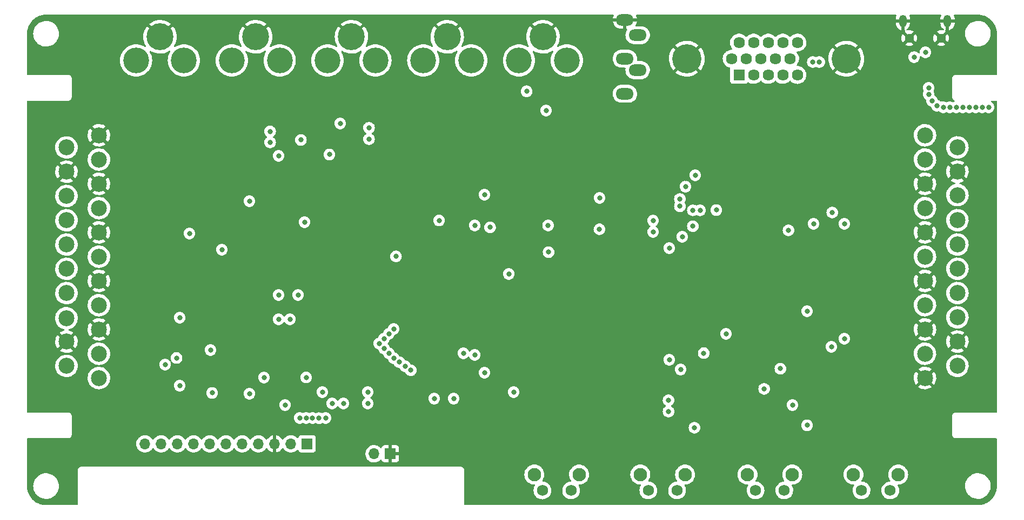
<source format=gbr>
%TF.GenerationSoftware,KiCad,Pcbnew,(6.0.8)*%
%TF.CreationDate,2023-03-28T17:34:24+02:00*%
%TF.ProjectId,RT5XP-EXP,52543558-502d-4455-9850-2e6b69636164,V1.0*%
%TF.SameCoordinates,Original*%
%TF.FileFunction,Copper,L2,Inr*%
%TF.FilePolarity,Positive*%
%FSLAX46Y46*%
G04 Gerber Fmt 4.6, Leading zero omitted, Abs format (unit mm)*
G04 Created by KiCad (PCBNEW (6.0.8)) date 2023-03-28 17:34:24*
%MOMM*%
%LPD*%
G01*
G04 APERTURE LIST*
%TA.AperFunction,ComponentPad*%
%ADD10C,4.035000*%
%TD*%
%TA.AperFunction,ComponentPad*%
%ADD11C,4.230000*%
%TD*%
%TA.AperFunction,ComponentPad*%
%ADD12O,1.200000X1.900000*%
%TD*%
%TA.AperFunction,ComponentPad*%
%ADD13C,1.450000*%
%TD*%
%TA.AperFunction,ComponentPad*%
%ADD14R,1.700000X1.700000*%
%TD*%
%TA.AperFunction,ComponentPad*%
%ADD15O,1.700000X1.700000*%
%TD*%
%TA.AperFunction,ComponentPad*%
%ADD16C,2.100000*%
%TD*%
%TA.AperFunction,ComponentPad*%
%ADD17C,1.750000*%
%TD*%
%TA.AperFunction,ComponentPad*%
%ADD18O,2.800000X1.800000*%
%TD*%
%TA.AperFunction,ComponentPad*%
%ADD19C,2.500000*%
%TD*%
%TA.AperFunction,ComponentPad*%
%ADD20C,4.575000*%
%TD*%
%TA.AperFunction,ComponentPad*%
%ADD21R,1.785000X1.785000*%
%TD*%
%TA.AperFunction,ComponentPad*%
%ADD22C,1.785000*%
%TD*%
%TA.AperFunction,ViaPad*%
%ADD23C,0.800000*%
%TD*%
G04 APERTURE END LIST*
D10*
%TO.N,RCA_AudioR*%
%TO.C,J5*%
X44108000Y-11700000D03*
D11*
%TO.N,GND*%
X40358000Y-8000000D03*
D10*
%TO.N,N/C*%
X36608000Y-11700000D03*
%TD*%
%TO.N,COMP_Red*%
%TO.C,J1*%
X59108000Y-11700000D03*
D11*
%TO.N,GND*%
X55358000Y-8000000D03*
D10*
%TO.N,N/C*%
X51608000Y-11700000D03*
%TD*%
D12*
%TO.N,GND*%
%TO.C,J12*%
X141750000Y-5493500D03*
D13*
X147750000Y-8193500D03*
D12*
X148750000Y-5493500D03*
D13*
X142750000Y-8193500D03*
%TD*%
D14*
%TO.N,VCC*%
%TO.C,J11*%
X48400000Y-71875000D03*
D15*
%TO.N,unconnected-(J11-Pad2)*%
X45860000Y-71875000D03*
%TO.N,GND*%
X43320000Y-71875000D03*
%TO.N,SCK*%
X40780000Y-71875000D03*
%TO.N,MISO*%
X38240000Y-71875000D03*
%TO.N,MOSI*%
X35700000Y-71875000D03*
%TO.N,TCS*%
X33160000Y-71875000D03*
%TO.N,RST*%
X30620000Y-71875000D03*
%TO.N,DC*%
X28080000Y-71875000D03*
%TO.N,SDCS*%
X25540000Y-71875000D03*
%TO.N,LIT*%
X23000000Y-71875000D03*
%TD*%
D16*
%TO.N,*%
%TO.C,SW2*%
X117415000Y-76700500D03*
X124425000Y-76700500D03*
D17*
%TO.N,VCC*%
X123175000Y-79190500D03*
%TO.N,MCU_B2*%
X118675000Y-79190500D03*
%TD*%
D10*
%TO.N,COMP_Green*%
%TO.C,J2*%
X74108000Y-11700000D03*
D11*
%TO.N,GND*%
X70358000Y-8000000D03*
D10*
%TO.N,N/C*%
X66608000Y-11700000D03*
%TD*%
D16*
%TO.N,*%
%TO.C,SW4*%
X91028000Y-76700500D03*
X84018000Y-76700500D03*
D17*
%TO.N,VCC*%
X89778000Y-79190500D03*
%TO.N,MCU_B4*%
X85278000Y-79190500D03*
%TD*%
D10*
%TO.N,COMP_Blue*%
%TO.C,J3*%
X89108000Y-11700000D03*
D11*
%TO.N,GND*%
X85358000Y-8000000D03*
D10*
%TO.N,N/C*%
X81608000Y-11700000D03*
%TD*%
D18*
%TO.N,AUX_AudioR*%
%TO.C,J7*%
X100198000Y-13234000D03*
%TO.N,N/C*%
X98198000Y-11434000D03*
%TO.N,GND*%
X98198000Y-5334000D03*
%TO.N,AUX_AudioL*%
X100198000Y-7734000D03*
%TO.N,N/C*%
X98198000Y-16934000D03*
%TD*%
D19*
%TO.N,unconnected-(J9-Pad1)*%
%TO.C,J9*%
X145215000Y-23450000D03*
%TO.N,SCART_AudioR*%
X150295000Y-25355000D03*
%TO.N,unconnected-(J9-Pad3)*%
X145215000Y-27260000D03*
%TO.N,GND*%
X150295000Y-29165000D03*
X145215000Y-31070000D03*
%TO.N,SCART_AudioL*%
X150295000Y-32840000D03*
%TO.N,SCART_Blue*%
X145215000Y-34880000D03*
%TO.N,unconnected-(J9-Pad8)*%
X150295000Y-36785000D03*
%TO.N,GND*%
X145215000Y-38690000D03*
%TO.N,unconnected-(J9-Pad10)*%
X150295000Y-40595000D03*
%TO.N,SCART_Green*%
X145215000Y-42500000D03*
%TO.N,unconnected-(J9-Pad12)*%
X150295000Y-44405000D03*
%TO.N,GND*%
X145215000Y-46310000D03*
%TO.N,unconnected-(J9-Pad14)*%
X150295000Y-48215000D03*
%TO.N,SCART_Red*%
X145215000Y-50120000D03*
%TO.N,unconnected-(J9-Pad16)*%
X150295000Y-52025000D03*
%TO.N,GND*%
X145215000Y-53930000D03*
X150295000Y-55835000D03*
%TO.N,unconnected-(J9-Pad19)*%
X145215000Y-57740000D03*
%TO.N,SCART_CVBS*%
X150295000Y-59645000D03*
%TO.N,GND*%
X145215000Y-61550000D03*
%TD*%
D20*
%TO.N,GND*%
%TO.C,J6*%
X132891000Y-11440000D03*
X107901000Y-11440000D03*
D21*
%TO.N,VGA_Red*%
X116071000Y-13980000D03*
D22*
%TO.N,VGA_Green*%
X118361000Y-13980000D03*
%TO.N,VGA_Blue*%
X120651000Y-13980000D03*
%TO.N,unconnected-(J6-Pad4)*%
X122941000Y-13980000D03*
%TO.N,unconnected-(J6-Pad5)*%
X125231000Y-13980000D03*
%TO.N,unconnected-(J6-Pad6)*%
X114926000Y-11440000D03*
%TO.N,unconnected-(J6-Pad7)*%
X117216000Y-11440000D03*
%TO.N,unconnected-(J6-Pad8)*%
X119506000Y-11440000D03*
%TO.N,unconnected-(J6-Pad9)*%
X121796000Y-11440000D03*
%TO.N,unconnected-(J6-Pad10)*%
X124086000Y-11440000D03*
%TO.N,unconnected-(J6-Pad11)*%
X116071000Y-8900000D03*
%TO.N,unconnected-(J6-Pad12)*%
X118361000Y-8900000D03*
%TO.N,VGA_HSync{slash}CSync*%
X120651000Y-8900000D03*
%TO.N,VGA_VSync*%
X122941000Y-8900000D03*
%TO.N,unconnected-(J6-Pad15)*%
X125231000Y-8900000D03*
%TD*%
D10*
%TO.N,RCA_AudioL*%
%TO.C,J4*%
X29108000Y-11700000D03*
D11*
%TO.N,GND*%
X25358000Y-8000000D03*
D10*
%TO.N,N/C*%
X21608000Y-11700000D03*
%TD*%
D16*
%TO.N,*%
%TO.C,SW3*%
X107625000Y-76700500D03*
X100615000Y-76700500D03*
D17*
%TO.N,VCC*%
X106375000Y-79190500D03*
%TO.N,MCU_B3*%
X101875000Y-79190500D03*
%TD*%
D19*
%TO.N,FINAL_AudioR*%
%TO.C,J8*%
X15785000Y-61550000D03*
%TO.N,unconnected-(J8-Pad2)*%
X10705000Y-59645000D03*
%TO.N,FINAL_AudioL*%
X15785000Y-57740000D03*
%TO.N,GND*%
X10705000Y-55835000D03*
X15785000Y-53930000D03*
%TO.N,unconnected-(J8-Pad6)*%
X10705000Y-52160000D03*
%TO.N,FINAL_Blue*%
X15785000Y-50120000D03*
%TO.N,unconnected-(J8-Pad8)*%
X10705000Y-48215000D03*
%TO.N,GND*%
X15785000Y-46310000D03*
%TO.N,unconnected-(J8-Pad10)*%
X10705000Y-44405000D03*
%TO.N,FINAL_Green*%
X15785000Y-42500000D03*
%TO.N,unconnected-(J8-Pad12)*%
X10705000Y-40595000D03*
%TO.N,GND*%
X15785000Y-38690000D03*
%TO.N,unconnected-(J8-Pad14)*%
X10705000Y-36785000D03*
%TO.N,FINAL_Red*%
X15785000Y-34880000D03*
%TO.N,unconnected-(J8-Pad16)*%
X10705000Y-32975000D03*
%TO.N,GND*%
X15785000Y-31070000D03*
X10705000Y-29165000D03*
%TO.N,FINAL_CSync*%
X15785000Y-27260000D03*
%TO.N,unconnected-(J8-Pad20)*%
X10700000Y-25355000D03*
%TO.N,GND*%
X15785000Y-23450000D03*
%TD*%
D16*
%TO.N,*%
%TO.C,SW1*%
X141025000Y-76700500D03*
X134015000Y-76700500D03*
D17*
%TO.N,VCC*%
X139775000Y-79190500D03*
%TO.N,MCU_B1*%
X135275000Y-79190500D03*
%TD*%
D14*
%TO.N,GND*%
%TO.C,J10*%
X61448000Y-73431000D03*
D15*
%TO.N,UPDI*%
X58908000Y-73431000D03*
%TD*%
D23*
%TO.N,GND*%
X99314000Y-58674000D03*
X90424000Y-64262000D03*
%TO.N,VCC*%
X72898000Y-57658000D03*
%TO.N,GND*%
X75438000Y-63500000D03*
%TO.N,D+*%
X80772000Y-63754000D03*
%TO.N,D-*%
X76200000Y-60706000D03*
%TO.N,Net-(C8-Pad2)*%
X74676000Y-57912000D03*
X68326000Y-64770000D03*
X71374000Y-64770000D03*
%TO.N,GND*%
X30600000Y-58400000D03*
X150876000Y-12700000D03*
X21336000Y-61722000D03*
X70866000Y-73406000D03*
X113284000Y-65278000D03*
X27686000Y-26162000D03*
X106680000Y-19558000D03*
X57404000Y-37338000D03*
X88392000Y-24638000D03*
X133858000Y-19304000D03*
X129794000Y-51562000D03*
X141224000Y-9906000D03*
X90170000Y-38354000D03*
X31687000Y-53086000D03*
X124460000Y-19304000D03*
X133858000Y-27432000D03*
X27686000Y-17526000D03*
X115570000Y-41148000D03*
X139954000Y-7620000D03*
X143256000Y-9906000D03*
X139954000Y-5588000D03*
X129794000Y-40894000D03*
X85344000Y-45212000D03*
X27686000Y-46482000D03*
X107696000Y-30226000D03*
X49022000Y-20828000D03*
X33528000Y-60579000D03*
X138430000Y-54610000D03*
X49022000Y-64008000D03*
X100330000Y-43688000D03*
X129032000Y-48006000D03*
X39624000Y-57404000D03*
X112395000Y-50546000D03*
X139954000Y-6604000D03*
X124050000Y-67400000D03*
X62992000Y-51308000D03*
X49778286Y-58922286D03*
X85344000Y-29718000D03*
X138430000Y-44704000D03*
X81280000Y-50546000D03*
X74676000Y-35814000D03*
X90170000Y-41656000D03*
X130810000Y-67310000D03*
X101600000Y-37846000D03*
X59944000Y-33782000D03*
X33528000Y-65659000D03*
X11684000Y-73660000D03*
X12700000Y-10922000D03*
X80010000Y-34189900D03*
X59944000Y-28448000D03*
X139700000Y-65786000D03*
X142240000Y-9906000D03*
X113284000Y-19558000D03*
X42418000Y-46482000D03*
X45974000Y-60960000D03*
X122936000Y-70358000D03*
X112550000Y-57550000D03*
X139954000Y-8636000D03*
X140335000Y-9525000D03*
X148082000Y-74422000D03*
X94742000Y-45212000D03*
X121666000Y-46482000D03*
X80122000Y-37379000D03*
%TO.N,VCC*%
X48006000Y-37084000D03*
X126746000Y-51054000D03*
X74676000Y-37592000D03*
X126746000Y-68961000D03*
X69088000Y-36824500D03*
X76200000Y-32766000D03*
X147066000Y-18796000D03*
X124460000Y-65786000D03*
X107696000Y-31496000D03*
X51893000Y-26474000D03*
X109093000Y-69342000D03*
X110550000Y-57650000D03*
X27950000Y-58400000D03*
X132588000Y-55372000D03*
X150114000Y-19050000D03*
X146304000Y-18034000D03*
X154178000Y-19050000D03*
X77074000Y-37887000D03*
X33274000Y-57150000D03*
X153162000Y-19050000D03*
X48264000Y-61464000D03*
X149098000Y-19050000D03*
X152146000Y-19050000D03*
X145796000Y-16002000D03*
X132588000Y-37338000D03*
X114046000Y-54610000D03*
X148082000Y-19050000D03*
X102616000Y-38608000D03*
X145796000Y-17018000D03*
X151130000Y-19050000D03*
X155194000Y-19050000D03*
%TO.N,VGA{slash}SCART{slash}COMP_Green*%
X94204000Y-38197000D03*
X105156000Y-41148000D03*
%TO.N,VGA{slash}SCART{slash}COMP_Blue*%
X107188000Y-39370000D03*
X94234000Y-33274000D03*
%TO.N,SELECTED_CSync*%
X43942000Y-48514000D03*
X46990000Y-48514000D03*
X80010000Y-45212000D03*
X62327000Y-42448000D03*
X28448000Y-52070000D03*
%TO.N,FINAL_Blue*%
X39370000Y-33782000D03*
%TO.N,FINAL_Red*%
X35052000Y-41402000D03*
X29972000Y-38862000D03*
%TO.N,VGA{slash}SCART_Blue*%
X109986000Y-35219500D03*
X106811000Y-33441500D03*
%TO.N,VGA{slash}SCART_Green*%
X106811000Y-34584500D03*
X108843000Y-35219500D03*
%TO.N,MOSI*%
X52324000Y-65532000D03*
%TO.N,SCK*%
X50800000Y-63754000D03*
%TO.N,SCART_AudioR*%
X58103000Y-24048000D03*
%TO.N,AUX_AudioL*%
X42609000Y-22848000D03*
%TO.N,AUX_AudioR*%
X58103000Y-22270000D03*
%TO.N,SCART_AudioL*%
X82804000Y-16545500D03*
X42609000Y-24556000D03*
X85852000Y-19558000D03*
%TO.N,FINAL_AudioL*%
X43942000Y-26670000D03*
%TO.N,VGA{slash}SCART{slash}COMP_Green_75*%
X86233000Y-41783000D03*
X86166500Y-37592000D03*
%TO.N,VGA_VSync*%
X123825000Y-38354000D03*
X127635000Y-11938000D03*
%TO.N,VGA_HSync{slash}CSync*%
X130683000Y-35560000D03*
X128651000Y-11938000D03*
%TO.N,MCU_G_FILTER*%
X105156000Y-58674000D03*
X60452000Y-56896000D03*
%TO.N,MCU_G_HD*%
X106934000Y-60198000D03*
X61214000Y-57658000D03*
%TO.N,MCU_CSMUX_2*%
X61976000Y-58420000D03*
X105029000Y-65024000D03*
%TO.N,MCU_SCARTC_FILTER*%
X64643000Y-60325000D03*
X122555000Y-60071000D03*
%TO.N,MCU_CMUX*%
X54102000Y-65532000D03*
X44958000Y-65786000D03*
%TO.N,TCS*%
X39370000Y-64008000D03*
%TO.N,MCU_B4*%
X48260000Y-67818000D03*
%TO.N,MCU_B3*%
X49259475Y-67825439D03*
%TO.N,MCU_B2*%
X50264000Y-67846000D03*
%TO.N,MCU_B1*%
X51308000Y-67818000D03*
%TO.N,Net-(R42-Pad2)*%
X43942000Y-52324000D03*
X47435000Y-24175000D03*
%TO.N,Net-(R43-Pad2)*%
X45720000Y-52324000D03*
X53594000Y-21590000D03*
%TO.N,Net-(R17-Pad2)*%
X109220000Y-29718000D03*
X60452000Y-55372000D03*
%TO.N,UPDI*%
X47244000Y-67818000D03*
%TO.N,Net-(R24-Pad2)*%
X61976000Y-53848000D03*
X102616000Y-36830000D03*
%TO.N,Net-(R37-Pad2)*%
X28448000Y-62738000D03*
X33528000Y-63881000D03*
%TO.N,D-*%
X145288000Y-10414000D03*
%TO.N,D+*%
X143510000Y-11176000D03*
%TO.N,MCU_SCARTC_HD*%
X63754000Y-59690000D03*
X120015000Y-63246000D03*
%TO.N,MCU_CSMUX_1*%
X62859286Y-59049286D03*
X105029000Y-66802000D03*
%TO.N,Net-(R16-Pad2)*%
X59690000Y-56134000D03*
X112522000Y-35179000D03*
%TO.N,Net-(R23-Pad2)*%
X108839000Y-37719000D03*
X61214000Y-54610000D03*
%TO.N,Net-(R45-Pad2)*%
X57912000Y-63754000D03*
X127762000Y-37338000D03*
%TO.N,Net-(R62-Pad1)*%
X57912000Y-65532000D03*
X130556000Y-56642000D03*
%TO.N,MCU_HD*%
X41656000Y-61468000D03*
X26162000Y-59436000D03*
%TD*%
%TA.AperFunction,Conductor*%
%TO.N,GND*%
G36*
X96400846Y-4528502D02*
G01*
X96447339Y-4582158D01*
X96457443Y-4652432D01*
X96445042Y-4691605D01*
X96391149Y-4797606D01*
X96387148Y-4807459D01*
X96319456Y-5025461D01*
X96317172Y-5035848D01*
X96313700Y-5062043D01*
X96315896Y-5076207D01*
X96329081Y-5080000D01*
X100065282Y-5080000D01*
X100078813Y-5076027D01*
X100080338Y-5065420D01*
X100052587Y-4933160D01*
X100049527Y-4922963D01*
X99965685Y-4710660D01*
X99960952Y-4701126D01*
X99960190Y-4699870D01*
X99960030Y-4699268D01*
X99958580Y-4696347D01*
X99959175Y-4696052D01*
X99941948Y-4631256D01*
X99963697Y-4563673D01*
X100018531Y-4518577D01*
X100067906Y-4508500D01*
X140624681Y-4508500D01*
X140692802Y-4528502D01*
X140739295Y-4582158D01*
X140749399Y-4652432D01*
X140741547Y-4681599D01*
X140685038Y-4821815D01*
X140681645Y-4833270D01*
X140643143Y-5030428D01*
X140642066Y-5039291D01*
X140642000Y-5042000D01*
X140642000Y-5221385D01*
X140646475Y-5236624D01*
X140647865Y-5237829D01*
X140655548Y-5239500D01*
X142839885Y-5239500D01*
X142855124Y-5235025D01*
X142856329Y-5233635D01*
X142858000Y-5225952D01*
X142858000Y-5093668D01*
X142857715Y-5087692D01*
X142843529Y-4939006D01*
X142841270Y-4927272D01*
X142785128Y-4735901D01*
X142780698Y-4724825D01*
X142763891Y-4692192D01*
X142750482Y-4622473D01*
X142776896Y-4556572D01*
X142834744Y-4515413D01*
X142875907Y-4508500D01*
X147624681Y-4508500D01*
X147692802Y-4528502D01*
X147739295Y-4582158D01*
X147749399Y-4652432D01*
X147741547Y-4681599D01*
X147685038Y-4821815D01*
X147681645Y-4833270D01*
X147643143Y-5030428D01*
X147642066Y-5039291D01*
X147642000Y-5042000D01*
X147642000Y-5221385D01*
X147646475Y-5236624D01*
X147647865Y-5237829D01*
X147655548Y-5239500D01*
X149839885Y-5239500D01*
X149855124Y-5235025D01*
X149856329Y-5233635D01*
X149858000Y-5225952D01*
X149858000Y-5093668D01*
X149857715Y-5087692D01*
X149843529Y-4939006D01*
X149841270Y-4927272D01*
X149785128Y-4735901D01*
X149780698Y-4724825D01*
X149763891Y-4692192D01*
X149750482Y-4622473D01*
X149776896Y-4556572D01*
X149834744Y-4515413D01*
X149875907Y-4508500D01*
X153450633Y-4508500D01*
X153470018Y-4510000D01*
X153484851Y-4512310D01*
X153484855Y-4512310D01*
X153493724Y-4513691D01*
X153512436Y-4511244D01*
X153535366Y-4510353D01*
X153806103Y-4524542D01*
X153819209Y-4525919D01*
X154012745Y-4556572D01*
X154115445Y-4572838D01*
X154128345Y-4575580D01*
X154152895Y-4582158D01*
X154418052Y-4653207D01*
X154430586Y-4657279D01*
X154544810Y-4701126D01*
X154710587Y-4764762D01*
X154722635Y-4770126D01*
X154989870Y-4906289D01*
X155001286Y-4912880D01*
X155252832Y-5076236D01*
X155263492Y-5083982D01*
X155453478Y-5237829D01*
X155496573Y-5272727D01*
X155506374Y-5281552D01*
X155718448Y-5493626D01*
X155727273Y-5503427D01*
X155914668Y-5734840D01*
X155916016Y-5736505D01*
X155923764Y-5747168D01*
X156063516Y-5962367D01*
X156087117Y-5998709D01*
X156093711Y-6010130D01*
X156229874Y-6277365D01*
X156235237Y-6289412D01*
X156341557Y-6566381D01*
X156342719Y-6569409D01*
X156346793Y-6581948D01*
X156378225Y-6699251D01*
X156424420Y-6871655D01*
X156427162Y-6884555D01*
X156437102Y-6947314D01*
X156470842Y-7160339D01*
X156474080Y-7180785D01*
X156475458Y-7193902D01*
X156489262Y-7457299D01*
X156487935Y-7483276D01*
X156487691Y-7484846D01*
X156487691Y-7484850D01*
X156486309Y-7493724D01*
X156487473Y-7502626D01*
X156487473Y-7502628D01*
X156490436Y-7525283D01*
X156491500Y-7541621D01*
X156491500Y-13865500D01*
X156471498Y-13933621D01*
X156417842Y-13980114D01*
X156365500Y-13991500D01*
X150008623Y-13991500D01*
X150007853Y-13991498D01*
X150007037Y-13991493D01*
X149930279Y-13991024D01*
X149907918Y-13997415D01*
X149901847Y-13999150D01*
X149885085Y-14002728D01*
X149855813Y-14006920D01*
X149847645Y-14010634D01*
X149847644Y-14010634D01*
X149832438Y-14017548D01*
X149814914Y-14023996D01*
X149790229Y-14031051D01*
X149782635Y-14035843D01*
X149782632Y-14035844D01*
X149765220Y-14046830D01*
X149750137Y-14054969D01*
X149723218Y-14067208D01*
X149716416Y-14073069D01*
X149703765Y-14083970D01*
X149688761Y-14095073D01*
X149667042Y-14108776D01*
X149661103Y-14115501D01*
X149661099Y-14115504D01*
X149647468Y-14130938D01*
X149635276Y-14142982D01*
X149619673Y-14156427D01*
X149619671Y-14156430D01*
X149612873Y-14162287D01*
X149607993Y-14169816D01*
X149607992Y-14169817D01*
X149598906Y-14183835D01*
X149587615Y-14198709D01*
X149576569Y-14211217D01*
X149570622Y-14217951D01*
X149560311Y-14239913D01*
X149558058Y-14244711D01*
X149549737Y-14259691D01*
X149538529Y-14276983D01*
X149538527Y-14276988D01*
X149533648Y-14284515D01*
X149531078Y-14293108D01*
X149531076Y-14293113D01*
X149526289Y-14309120D01*
X149519628Y-14326564D01*
X149515355Y-14335666D01*
X149508719Y-14349800D01*
X149507338Y-14358667D01*
X149507338Y-14358668D01*
X149504170Y-14379015D01*
X149500387Y-14395732D01*
X149494485Y-14415466D01*
X149494484Y-14415472D01*
X149491914Y-14424066D01*
X149491859Y-14433037D01*
X149491859Y-14433038D01*
X149491704Y-14458497D01*
X149491671Y-14459289D01*
X149491500Y-14460386D01*
X149491500Y-14491377D01*
X149491498Y-14492147D01*
X149491024Y-14569721D01*
X149491408Y-14571065D01*
X149491500Y-14572410D01*
X149491500Y-17491377D01*
X149491498Y-17492147D01*
X149491024Y-17569721D01*
X149493491Y-17578352D01*
X149499150Y-17598153D01*
X149502728Y-17614915D01*
X149506920Y-17644187D01*
X149510634Y-17652355D01*
X149510634Y-17652356D01*
X149517548Y-17667562D01*
X149523996Y-17685086D01*
X149531051Y-17709771D01*
X149535843Y-17717365D01*
X149535844Y-17717368D01*
X149546830Y-17734780D01*
X149554969Y-17749863D01*
X149567208Y-17776782D01*
X149573069Y-17783584D01*
X149583970Y-17796235D01*
X149595073Y-17811239D01*
X149608776Y-17832958D01*
X149615501Y-17838897D01*
X149615504Y-17838901D01*
X149630938Y-17852532D01*
X149642982Y-17864724D01*
X149656427Y-17880327D01*
X149656430Y-17880329D01*
X149662287Y-17887127D01*
X149669816Y-17892007D01*
X149669817Y-17892008D01*
X149683835Y-17901094D01*
X149698709Y-17912385D01*
X149711217Y-17923431D01*
X149717951Y-17929378D01*
X149744711Y-17941942D01*
X149759691Y-17950263D01*
X149776981Y-17961469D01*
X149784515Y-17966352D01*
X149793111Y-17968923D01*
X149793878Y-17969277D01*
X149847327Y-18016008D01*
X149867026Y-18084217D01*
X149846721Y-18152248D01*
X149792276Y-18198764D01*
X149657248Y-18258882D01*
X149586882Y-18268316D01*
X149554753Y-18258882D01*
X149554752Y-18258882D01*
X149380288Y-18181206D01*
X149286888Y-18161353D01*
X149199944Y-18142872D01*
X149199939Y-18142872D01*
X149193487Y-18141500D01*
X149002513Y-18141500D01*
X148996061Y-18142872D01*
X148996056Y-18142872D01*
X148909112Y-18161353D01*
X148815712Y-18181206D01*
X148641248Y-18258882D01*
X148570882Y-18268316D01*
X148538753Y-18258882D01*
X148538752Y-18258882D01*
X148364288Y-18181206D01*
X148270888Y-18161353D01*
X148183944Y-18142872D01*
X148183939Y-18142872D01*
X148177487Y-18141500D01*
X147986513Y-18141500D01*
X147980060Y-18142872D01*
X147980047Y-18142873D01*
X147816505Y-18177636D01*
X147745715Y-18172235D01*
X147696672Y-18138700D01*
X147681678Y-18122047D01*
X147681671Y-18122041D01*
X147677253Y-18117134D01*
X147647605Y-18095593D01*
X147528094Y-18008763D01*
X147528093Y-18008762D01*
X147522752Y-18004882D01*
X147516724Y-18002198D01*
X147516722Y-18002197D01*
X147354319Y-17929891D01*
X147354318Y-17929891D01*
X147348288Y-17927206D01*
X147286529Y-17914079D01*
X147224057Y-17880351D01*
X147192894Y-17829768D01*
X147191466Y-17825371D01*
X147138527Y-17662444D01*
X147043040Y-17497056D01*
X147038620Y-17492147D01*
X146919675Y-17360045D01*
X146919674Y-17360044D01*
X146915253Y-17355134D01*
X146818055Y-17284515D01*
X146766097Y-17246765D01*
X146766094Y-17246764D01*
X146760752Y-17242882D01*
X146759574Y-17242357D01*
X146711942Y-17192401D01*
X146698626Y-17121495D01*
X146699533Y-17112873D01*
X146709504Y-17018000D01*
X146699496Y-16922779D01*
X146690232Y-16834635D01*
X146690232Y-16834633D01*
X146689542Y-16828072D01*
X146630527Y-16646444D01*
X146624350Y-16635744D01*
X146588124Y-16573000D01*
X146571386Y-16504005D01*
X146588124Y-16447000D01*
X146627223Y-16379279D01*
X146627224Y-16379278D01*
X146630527Y-16373556D01*
X146689542Y-16191928D01*
X146709504Y-16002000D01*
X146694869Y-15862751D01*
X146690232Y-15818635D01*
X146690232Y-15818633D01*
X146689542Y-15812072D01*
X146630527Y-15630444D01*
X146535040Y-15465056D01*
X146462207Y-15384166D01*
X146411675Y-15328045D01*
X146411674Y-15328044D01*
X146407253Y-15323134D01*
X146286995Y-15235761D01*
X146258094Y-15214763D01*
X146258093Y-15214762D01*
X146252752Y-15210882D01*
X146246724Y-15208198D01*
X146246722Y-15208197D01*
X146084319Y-15135891D01*
X146084318Y-15135891D01*
X146078288Y-15133206D01*
X145972863Y-15110797D01*
X145897944Y-15094872D01*
X145897939Y-15094872D01*
X145891487Y-15093500D01*
X145700513Y-15093500D01*
X145694061Y-15094872D01*
X145694056Y-15094872D01*
X145619137Y-15110797D01*
X145513712Y-15133206D01*
X145507682Y-15135891D01*
X145507681Y-15135891D01*
X145345278Y-15208197D01*
X145345276Y-15208198D01*
X145339248Y-15210882D01*
X145333907Y-15214762D01*
X145333906Y-15214763D01*
X145305005Y-15235761D01*
X145184747Y-15323134D01*
X145180326Y-15328044D01*
X145180325Y-15328045D01*
X145129794Y-15384166D01*
X145056960Y-15465056D01*
X144961473Y-15630444D01*
X144902458Y-15812072D01*
X144901768Y-15818633D01*
X144901768Y-15818635D01*
X144897131Y-15862751D01*
X144882496Y-16002000D01*
X144902458Y-16191928D01*
X144961473Y-16373556D01*
X144964776Y-16379278D01*
X144964777Y-16379279D01*
X145003876Y-16447000D01*
X145020614Y-16515995D01*
X145003876Y-16573000D01*
X144967651Y-16635744D01*
X144961473Y-16646444D01*
X144902458Y-16828072D01*
X144901768Y-16834633D01*
X144901768Y-16834635D01*
X144892504Y-16922779D01*
X144882496Y-17018000D01*
X144883186Y-17024564D01*
X144883186Y-17024565D01*
X144891214Y-17100943D01*
X144902458Y-17207928D01*
X144961473Y-17389556D01*
X144964776Y-17395278D01*
X144964777Y-17395279D01*
X144976548Y-17415666D01*
X145056960Y-17554944D01*
X145061378Y-17559851D01*
X145061379Y-17559852D01*
X145164289Y-17674145D01*
X145184747Y-17696866D01*
X145220741Y-17723017D01*
X145333903Y-17805235D01*
X145333906Y-17805236D01*
X145339248Y-17809118D01*
X145340426Y-17809643D01*
X145388058Y-17859599D01*
X145401374Y-17930504D01*
X145390496Y-18034000D01*
X145391186Y-18040565D01*
X145409754Y-18217227D01*
X145410458Y-18223928D01*
X145469473Y-18405556D01*
X145564960Y-18570944D01*
X145692747Y-18712866D01*
X145847248Y-18825118D01*
X145853276Y-18827802D01*
X145853278Y-18827803D01*
X146015681Y-18900109D01*
X146021712Y-18902794D01*
X146083471Y-18915921D01*
X146145943Y-18949649D01*
X146177105Y-19000231D01*
X146231473Y-19167556D01*
X146326960Y-19332944D01*
X146331378Y-19337851D01*
X146331379Y-19337852D01*
X146450325Y-19469955D01*
X146454747Y-19474866D01*
X146553843Y-19546864D01*
X146578207Y-19564565D01*
X146609248Y-19587118D01*
X146615276Y-19589802D01*
X146615278Y-19589803D01*
X146737477Y-19644209D01*
X146783712Y-19664794D01*
X146877112Y-19684647D01*
X146964056Y-19703128D01*
X146964061Y-19703128D01*
X146970513Y-19704500D01*
X147161487Y-19704500D01*
X147167940Y-19703128D01*
X147167953Y-19703127D01*
X147331495Y-19668364D01*
X147402285Y-19673765D01*
X147451328Y-19707300D01*
X147466322Y-19723953D01*
X147466329Y-19723959D01*
X147470747Y-19728866D01*
X147625248Y-19841118D01*
X147631276Y-19843802D01*
X147631278Y-19843803D01*
X147793681Y-19916109D01*
X147799712Y-19918794D01*
X147893113Y-19938647D01*
X147980056Y-19957128D01*
X147980061Y-19957128D01*
X147986513Y-19958500D01*
X148177487Y-19958500D01*
X148183939Y-19957128D01*
X148183944Y-19957128D01*
X148270887Y-19938647D01*
X148364288Y-19918794D01*
X148538752Y-19841118D01*
X148609118Y-19831684D01*
X148641247Y-19841118D01*
X148641248Y-19841118D01*
X148815712Y-19918794D01*
X148909113Y-19938647D01*
X148996056Y-19957128D01*
X148996061Y-19957128D01*
X149002513Y-19958500D01*
X149193487Y-19958500D01*
X149199939Y-19957128D01*
X149199944Y-19957128D01*
X149286887Y-19938647D01*
X149380288Y-19918794D01*
X149554752Y-19841118D01*
X149625118Y-19831684D01*
X149657247Y-19841118D01*
X149657248Y-19841118D01*
X149831712Y-19918794D01*
X149925113Y-19938647D01*
X150012056Y-19957128D01*
X150012061Y-19957128D01*
X150018513Y-19958500D01*
X150209487Y-19958500D01*
X150215939Y-19957128D01*
X150215944Y-19957128D01*
X150302887Y-19938647D01*
X150396288Y-19918794D01*
X150570752Y-19841118D01*
X150641118Y-19831684D01*
X150673247Y-19841118D01*
X150673248Y-19841118D01*
X150847712Y-19918794D01*
X150941113Y-19938647D01*
X151028056Y-19957128D01*
X151028061Y-19957128D01*
X151034513Y-19958500D01*
X151225487Y-19958500D01*
X151231939Y-19957128D01*
X151231944Y-19957128D01*
X151318887Y-19938647D01*
X151412288Y-19918794D01*
X151586752Y-19841118D01*
X151657118Y-19831684D01*
X151689247Y-19841118D01*
X151689248Y-19841118D01*
X151863712Y-19918794D01*
X151957113Y-19938647D01*
X152044056Y-19957128D01*
X152044061Y-19957128D01*
X152050513Y-19958500D01*
X152241487Y-19958500D01*
X152247939Y-19957128D01*
X152247944Y-19957128D01*
X152334887Y-19938647D01*
X152428288Y-19918794D01*
X152602752Y-19841118D01*
X152673118Y-19831684D01*
X152705247Y-19841118D01*
X152705248Y-19841118D01*
X152879712Y-19918794D01*
X152973113Y-19938647D01*
X153060056Y-19957128D01*
X153060061Y-19957128D01*
X153066513Y-19958500D01*
X153257487Y-19958500D01*
X153263939Y-19957128D01*
X153263944Y-19957128D01*
X153350887Y-19938647D01*
X153444288Y-19918794D01*
X153618752Y-19841118D01*
X153689118Y-19831684D01*
X153721247Y-19841118D01*
X153721248Y-19841118D01*
X153895712Y-19918794D01*
X153989113Y-19938647D01*
X154076056Y-19957128D01*
X154076061Y-19957128D01*
X154082513Y-19958500D01*
X154273487Y-19958500D01*
X154279939Y-19957128D01*
X154279944Y-19957128D01*
X154366887Y-19938647D01*
X154460288Y-19918794D01*
X154634752Y-19841118D01*
X154705118Y-19831684D01*
X154737247Y-19841118D01*
X154737248Y-19841118D01*
X154911712Y-19918794D01*
X155005113Y-19938647D01*
X155092056Y-19957128D01*
X155092061Y-19957128D01*
X155098513Y-19958500D01*
X155289487Y-19958500D01*
X155295939Y-19957128D01*
X155295944Y-19957128D01*
X155382887Y-19938647D01*
X155476288Y-19918794D01*
X155482319Y-19916109D01*
X155644722Y-19843803D01*
X155644724Y-19843802D01*
X155650752Y-19841118D01*
X155805253Y-19728866D01*
X155828428Y-19703128D01*
X155928621Y-19591852D01*
X155928622Y-19591851D01*
X155933040Y-19586944D01*
X156028527Y-19421556D01*
X156087542Y-19239928D01*
X156107504Y-19050000D01*
X156093412Y-18915921D01*
X156088232Y-18866635D01*
X156088232Y-18866633D01*
X156087542Y-18860072D01*
X156028527Y-18678444D01*
X155933040Y-18513056D01*
X155805253Y-18371134D01*
X155663737Y-18268316D01*
X155656094Y-18262763D01*
X155656093Y-18262762D01*
X155650752Y-18258882D01*
X155644724Y-18256198D01*
X155644722Y-18256197D01*
X155629920Y-18249607D01*
X155575824Y-18203627D01*
X155555175Y-18135700D01*
X155574527Y-18067391D01*
X155627738Y-18020390D01*
X155681169Y-18008500D01*
X156365500Y-18008500D01*
X156433621Y-18028502D01*
X156480114Y-18082158D01*
X156491500Y-18134500D01*
X156491500Y-66865500D01*
X156471498Y-66933621D01*
X156417842Y-66980114D01*
X156365500Y-66991500D01*
X150008623Y-66991500D01*
X150007853Y-66991498D01*
X150007037Y-66991493D01*
X149930279Y-66991024D01*
X149907918Y-66997415D01*
X149901847Y-66999150D01*
X149885085Y-67002728D01*
X149855813Y-67006920D01*
X149847645Y-67010634D01*
X149847644Y-67010634D01*
X149832438Y-67017548D01*
X149814914Y-67023996D01*
X149790229Y-67031051D01*
X149782635Y-67035843D01*
X149782632Y-67035844D01*
X149765220Y-67046830D01*
X149750137Y-67054969D01*
X149723218Y-67067208D01*
X149716416Y-67073069D01*
X149703765Y-67083970D01*
X149688761Y-67095073D01*
X149667042Y-67108776D01*
X149661103Y-67115501D01*
X149661099Y-67115504D01*
X149647468Y-67130938D01*
X149635276Y-67142982D01*
X149619673Y-67156427D01*
X149619671Y-67156430D01*
X149612873Y-67162287D01*
X149607993Y-67169816D01*
X149607992Y-67169817D01*
X149598906Y-67183835D01*
X149587615Y-67198709D01*
X149576569Y-67211217D01*
X149570622Y-67217951D01*
X149564312Y-67231391D01*
X149558058Y-67244711D01*
X149549737Y-67259691D01*
X149538529Y-67276983D01*
X149538527Y-67276988D01*
X149533648Y-67284515D01*
X149531078Y-67293108D01*
X149531076Y-67293113D01*
X149526289Y-67309120D01*
X149519628Y-67326564D01*
X149513816Y-67338944D01*
X149508719Y-67349800D01*
X149507338Y-67358667D01*
X149507338Y-67358668D01*
X149504170Y-67379015D01*
X149500387Y-67395732D01*
X149494485Y-67415466D01*
X149494484Y-67415472D01*
X149491914Y-67424066D01*
X149491859Y-67433037D01*
X149491859Y-67433038D01*
X149491704Y-67458497D01*
X149491671Y-67459289D01*
X149491500Y-67460386D01*
X149491500Y-67491377D01*
X149491498Y-67492147D01*
X149491024Y-67569721D01*
X149491408Y-67571065D01*
X149491500Y-67572410D01*
X149491500Y-70491377D01*
X149491498Y-70492147D01*
X149491024Y-70569721D01*
X149495258Y-70584534D01*
X149499150Y-70598153D01*
X149502728Y-70614915D01*
X149506920Y-70644187D01*
X149510634Y-70652355D01*
X149510634Y-70652356D01*
X149517548Y-70667562D01*
X149523996Y-70685086D01*
X149531051Y-70709771D01*
X149535843Y-70717365D01*
X149535844Y-70717368D01*
X149546830Y-70734780D01*
X149554969Y-70749863D01*
X149567208Y-70776782D01*
X149573069Y-70783584D01*
X149583970Y-70796235D01*
X149595073Y-70811239D01*
X149608776Y-70832958D01*
X149615501Y-70838897D01*
X149615504Y-70838901D01*
X149630938Y-70852532D01*
X149642982Y-70864724D01*
X149656427Y-70880327D01*
X149656430Y-70880329D01*
X149662287Y-70887127D01*
X149669816Y-70892007D01*
X149669817Y-70892008D01*
X149683835Y-70901094D01*
X149698709Y-70912385D01*
X149710208Y-70922540D01*
X149717951Y-70929378D01*
X149744711Y-70941942D01*
X149759691Y-70950263D01*
X149776983Y-70961471D01*
X149776988Y-70961473D01*
X149784515Y-70966352D01*
X149793108Y-70968922D01*
X149793113Y-70968924D01*
X149809120Y-70973711D01*
X149826564Y-70980372D01*
X149841676Y-70987467D01*
X149841678Y-70987468D01*
X149849800Y-70991281D01*
X149858667Y-70992662D01*
X149858668Y-70992662D01*
X149861353Y-70993080D01*
X149879017Y-70995830D01*
X149895732Y-70999613D01*
X149915466Y-71005515D01*
X149915472Y-71005516D01*
X149924066Y-71008086D01*
X149933037Y-71008141D01*
X149933038Y-71008141D01*
X149943097Y-71008202D01*
X149958506Y-71008296D01*
X149959289Y-71008329D01*
X149960386Y-71008500D01*
X149991377Y-71008500D01*
X149992147Y-71008502D01*
X150065785Y-71008952D01*
X150065786Y-71008952D01*
X150069721Y-71008976D01*
X150071065Y-71008592D01*
X150072410Y-71008500D01*
X156365500Y-71008500D01*
X156433621Y-71028502D01*
X156480114Y-71082158D01*
X156491500Y-71134500D01*
X156491500Y-78450633D01*
X156490000Y-78470018D01*
X156487690Y-78484851D01*
X156487690Y-78484855D01*
X156486309Y-78493724D01*
X156488135Y-78507683D01*
X156488756Y-78512433D01*
X156489647Y-78535366D01*
X156480244Y-78714788D01*
X156475458Y-78806099D01*
X156474081Y-78819209D01*
X156447492Y-78987087D01*
X156427162Y-79115445D01*
X156424420Y-79128345D01*
X156390688Y-79254235D01*
X156355997Y-79383706D01*
X156346795Y-79418047D01*
X156342721Y-79430586D01*
X156236927Y-79706188D01*
X156235238Y-79710587D01*
X156229874Y-79722635D01*
X156093711Y-79989870D01*
X156087120Y-80001286D01*
X155923764Y-80252832D01*
X155916018Y-80263492D01*
X155813416Y-80390195D01*
X155727273Y-80496573D01*
X155718448Y-80506374D01*
X155506374Y-80718448D01*
X155496573Y-80727273D01*
X155263495Y-80916016D01*
X155252832Y-80923764D01*
X155001286Y-81087120D01*
X154989870Y-81093711D01*
X154722635Y-81229874D01*
X154710588Y-81235237D01*
X154430586Y-81342721D01*
X154418052Y-81346793D01*
X154273196Y-81385608D01*
X154128345Y-81424420D01*
X154115445Y-81427162D01*
X154034134Y-81440040D01*
X153819209Y-81474081D01*
X153806101Y-81475458D01*
X153730937Y-81479397D01*
X153542701Y-81489262D01*
X153516724Y-81487935D01*
X153515154Y-81487691D01*
X153515150Y-81487691D01*
X153506276Y-81486309D01*
X153497374Y-81487473D01*
X153497372Y-81487473D01*
X153482323Y-81489441D01*
X153474714Y-81490436D01*
X153458379Y-81491500D01*
X73134500Y-81491500D01*
X73066379Y-81471498D01*
X73019886Y-81417842D01*
X73008500Y-81365500D01*
X73008500Y-76700500D01*
X82454681Y-76700500D01*
X82473928Y-76945057D01*
X82475082Y-76949864D01*
X82475083Y-76949870D01*
X82498848Y-77048856D01*
X82531195Y-77183592D01*
X82625073Y-77410232D01*
X82753248Y-77619396D01*
X82912567Y-77805933D01*
X82916323Y-77809141D01*
X83049085Y-77922531D01*
X83099104Y-77965252D01*
X83103327Y-77967840D01*
X83103330Y-77967842D01*
X83170062Y-78008735D01*
X83308268Y-78093427D01*
X83435448Y-78146107D01*
X83530335Y-78185411D01*
X83530337Y-78185412D01*
X83534908Y-78187305D01*
X83617563Y-78207149D01*
X83768630Y-78243417D01*
X83768636Y-78243418D01*
X83773443Y-78244572D01*
X84007546Y-78262996D01*
X84073886Y-78288281D01*
X84116026Y-78345419D01*
X84120585Y-78416269D01*
X84101748Y-78459611D01*
X84073844Y-78500517D01*
X84073841Y-78500523D01*
X84070931Y-78504789D01*
X84068758Y-78509471D01*
X84068756Y-78509474D01*
X84054948Y-78539222D01*
X83975145Y-78711143D01*
X83914348Y-78930369D01*
X83913799Y-78935506D01*
X83893190Y-79128345D01*
X83890172Y-79156582D01*
X83890469Y-79161734D01*
X83890469Y-79161738D01*
X83894829Y-79237347D01*
X83903268Y-79383706D01*
X83904405Y-79388752D01*
X83904406Y-79388758D01*
X83911007Y-79418047D01*
X83953283Y-79605641D01*
X84038875Y-79816427D01*
X84157744Y-80010404D01*
X84161128Y-80014310D01*
X84161129Y-80014312D01*
X84185423Y-80042358D01*
X84306698Y-80182361D01*
X84481737Y-80327681D01*
X84486189Y-80330283D01*
X84486194Y-80330286D01*
X84666090Y-80435409D01*
X84678160Y-80442462D01*
X84890693Y-80523620D01*
X84895759Y-80524651D01*
X84895760Y-80524651D01*
X84994861Y-80544813D01*
X85113627Y-80568976D01*
X85241437Y-80573663D01*
X85335811Y-80577124D01*
X85335815Y-80577124D01*
X85340975Y-80577313D01*
X85346095Y-80576657D01*
X85346097Y-80576657D01*
X85561504Y-80549063D01*
X85561505Y-80549063D01*
X85566632Y-80548406D01*
X85649248Y-80523620D01*
X85779591Y-80484515D01*
X85779592Y-80484514D01*
X85784537Y-80483031D01*
X85988839Y-80382944D01*
X85993043Y-80379946D01*
X85993047Y-80379943D01*
X86169847Y-80253833D01*
X86169849Y-80253831D01*
X86174051Y-80250834D01*
X86335199Y-80090247D01*
X86389764Y-80014312D01*
X86464938Y-79909698D01*
X86464942Y-79909692D01*
X86467956Y-79905497D01*
X86548342Y-79742848D01*
X86566461Y-79706188D01*
X86566462Y-79706186D01*
X86568755Y-79701546D01*
X86634890Y-79483870D01*
X86635565Y-79478744D01*
X86664148Y-79261636D01*
X86664148Y-79261632D01*
X86664585Y-79258315D01*
X86666242Y-79190500D01*
X86663453Y-79156582D01*
X88390172Y-79156582D01*
X88390469Y-79161734D01*
X88390469Y-79161738D01*
X88394829Y-79237347D01*
X88403268Y-79383706D01*
X88404405Y-79388752D01*
X88404406Y-79388758D01*
X88411007Y-79418047D01*
X88453283Y-79605641D01*
X88538875Y-79816427D01*
X88657744Y-80010404D01*
X88661128Y-80014310D01*
X88661129Y-80014312D01*
X88685423Y-80042358D01*
X88806698Y-80182361D01*
X88981737Y-80327681D01*
X88986189Y-80330283D01*
X88986194Y-80330286D01*
X89166090Y-80435409D01*
X89178160Y-80442462D01*
X89390693Y-80523620D01*
X89395759Y-80524651D01*
X89395760Y-80524651D01*
X89494861Y-80544813D01*
X89613627Y-80568976D01*
X89741437Y-80573663D01*
X89835811Y-80577124D01*
X89835815Y-80577124D01*
X89840975Y-80577313D01*
X89846095Y-80576657D01*
X89846097Y-80576657D01*
X90061504Y-80549063D01*
X90061505Y-80549063D01*
X90066632Y-80548406D01*
X90149248Y-80523620D01*
X90279591Y-80484515D01*
X90279592Y-80484514D01*
X90284537Y-80483031D01*
X90488839Y-80382944D01*
X90493043Y-80379946D01*
X90493047Y-80379943D01*
X90669847Y-80253833D01*
X90669849Y-80253831D01*
X90674051Y-80250834D01*
X90835199Y-80090247D01*
X90889764Y-80014312D01*
X90964938Y-79909698D01*
X90964942Y-79909692D01*
X90967956Y-79905497D01*
X91048342Y-79742848D01*
X91066461Y-79706188D01*
X91066462Y-79706186D01*
X91068755Y-79701546D01*
X91134890Y-79483870D01*
X91135565Y-79478744D01*
X91164148Y-79261636D01*
X91164148Y-79261632D01*
X91164585Y-79258315D01*
X91166242Y-79190500D01*
X91147601Y-78963764D01*
X91092178Y-78743117D01*
X91018920Y-78574636D01*
X91003522Y-78539222D01*
X91003520Y-78539219D01*
X91001462Y-78534485D01*
X90950939Y-78456388D01*
X90930732Y-78388328D01*
X90950528Y-78320147D01*
X91004044Y-78273493D01*
X91046845Y-78262336D01*
X91111456Y-78257251D01*
X91272557Y-78244572D01*
X91277364Y-78243418D01*
X91277370Y-78243417D01*
X91428437Y-78207149D01*
X91511092Y-78187305D01*
X91515663Y-78185412D01*
X91515665Y-78185411D01*
X91610552Y-78146107D01*
X91737732Y-78093427D01*
X91875938Y-78008735D01*
X91942670Y-77967842D01*
X91942673Y-77967840D01*
X91946896Y-77965252D01*
X91996916Y-77922531D01*
X92129677Y-77809141D01*
X92133433Y-77805933D01*
X92292752Y-77619396D01*
X92420927Y-77410232D01*
X92514805Y-77183592D01*
X92547152Y-77048856D01*
X92570917Y-76949870D01*
X92570918Y-76949864D01*
X92572072Y-76945057D01*
X92591319Y-76700500D01*
X99051681Y-76700500D01*
X99070928Y-76945057D01*
X99072082Y-76949864D01*
X99072083Y-76949870D01*
X99095848Y-77048856D01*
X99128195Y-77183592D01*
X99222073Y-77410232D01*
X99350248Y-77619396D01*
X99509567Y-77805933D01*
X99513323Y-77809141D01*
X99646085Y-77922531D01*
X99696104Y-77965252D01*
X99700327Y-77967840D01*
X99700330Y-77967842D01*
X99767062Y-78008735D01*
X99905268Y-78093427D01*
X100032448Y-78146107D01*
X100127335Y-78185411D01*
X100127337Y-78185412D01*
X100131908Y-78187305D01*
X100214563Y-78207149D01*
X100365630Y-78243417D01*
X100365636Y-78243418D01*
X100370443Y-78244572D01*
X100604546Y-78262996D01*
X100670886Y-78288281D01*
X100713026Y-78345419D01*
X100717585Y-78416269D01*
X100698748Y-78459611D01*
X100670844Y-78500517D01*
X100670841Y-78500523D01*
X100667931Y-78504789D01*
X100665758Y-78509471D01*
X100665756Y-78509474D01*
X100651948Y-78539222D01*
X100572145Y-78711143D01*
X100511348Y-78930369D01*
X100510799Y-78935506D01*
X100490190Y-79128345D01*
X100487172Y-79156582D01*
X100487469Y-79161734D01*
X100487469Y-79161738D01*
X100491829Y-79237347D01*
X100500268Y-79383706D01*
X100501405Y-79388752D01*
X100501406Y-79388758D01*
X100508007Y-79418047D01*
X100550283Y-79605641D01*
X100635875Y-79816427D01*
X100754744Y-80010404D01*
X100758128Y-80014310D01*
X100758129Y-80014312D01*
X100782423Y-80042358D01*
X100903698Y-80182361D01*
X101078737Y-80327681D01*
X101083189Y-80330283D01*
X101083194Y-80330286D01*
X101263090Y-80435409D01*
X101275160Y-80442462D01*
X101487693Y-80523620D01*
X101492759Y-80524651D01*
X101492760Y-80524651D01*
X101591861Y-80544813D01*
X101710627Y-80568976D01*
X101838437Y-80573663D01*
X101932811Y-80577124D01*
X101932815Y-80577124D01*
X101937975Y-80577313D01*
X101943095Y-80576657D01*
X101943097Y-80576657D01*
X102158504Y-80549063D01*
X102158505Y-80549063D01*
X102163632Y-80548406D01*
X102246248Y-80523620D01*
X102376591Y-80484515D01*
X102376592Y-80484514D01*
X102381537Y-80483031D01*
X102585839Y-80382944D01*
X102590043Y-80379946D01*
X102590047Y-80379943D01*
X102766847Y-80253833D01*
X102766849Y-80253831D01*
X102771051Y-80250834D01*
X102932199Y-80090247D01*
X102986764Y-80014312D01*
X103061938Y-79909698D01*
X103061942Y-79909692D01*
X103064956Y-79905497D01*
X103145342Y-79742848D01*
X103163461Y-79706188D01*
X103163462Y-79706186D01*
X103165755Y-79701546D01*
X103231890Y-79483870D01*
X103232565Y-79478744D01*
X103261148Y-79261636D01*
X103261148Y-79261632D01*
X103261585Y-79258315D01*
X103263242Y-79190500D01*
X103260453Y-79156582D01*
X104987172Y-79156582D01*
X104987469Y-79161734D01*
X104987469Y-79161738D01*
X104991829Y-79237347D01*
X105000268Y-79383706D01*
X105001405Y-79388752D01*
X105001406Y-79388758D01*
X105008007Y-79418047D01*
X105050283Y-79605641D01*
X105135875Y-79816427D01*
X105254744Y-80010404D01*
X105258128Y-80014310D01*
X105258129Y-80014312D01*
X105282423Y-80042358D01*
X105403698Y-80182361D01*
X105578737Y-80327681D01*
X105583189Y-80330283D01*
X105583194Y-80330286D01*
X105763090Y-80435409D01*
X105775160Y-80442462D01*
X105987693Y-80523620D01*
X105992759Y-80524651D01*
X105992760Y-80524651D01*
X106091861Y-80544813D01*
X106210627Y-80568976D01*
X106338437Y-80573663D01*
X106432811Y-80577124D01*
X106432815Y-80577124D01*
X106437975Y-80577313D01*
X106443095Y-80576657D01*
X106443097Y-80576657D01*
X106658504Y-80549063D01*
X106658505Y-80549063D01*
X106663632Y-80548406D01*
X106746248Y-80523620D01*
X106876591Y-80484515D01*
X106876592Y-80484514D01*
X106881537Y-80483031D01*
X107085839Y-80382944D01*
X107090043Y-80379946D01*
X107090047Y-80379943D01*
X107266847Y-80253833D01*
X107266849Y-80253831D01*
X107271051Y-80250834D01*
X107432199Y-80090247D01*
X107486764Y-80014312D01*
X107561938Y-79909698D01*
X107561942Y-79909692D01*
X107564956Y-79905497D01*
X107645342Y-79742848D01*
X107663461Y-79706188D01*
X107663462Y-79706186D01*
X107665755Y-79701546D01*
X107731890Y-79483870D01*
X107732565Y-79478744D01*
X107761148Y-79261636D01*
X107761148Y-79261632D01*
X107761585Y-79258315D01*
X107763242Y-79190500D01*
X107744601Y-78963764D01*
X107689178Y-78743117D01*
X107615920Y-78574636D01*
X107600522Y-78539222D01*
X107600520Y-78539219D01*
X107598462Y-78534485D01*
X107547939Y-78456388D01*
X107527732Y-78388328D01*
X107547528Y-78320147D01*
X107601044Y-78273493D01*
X107643845Y-78262336D01*
X107708456Y-78257251D01*
X107869557Y-78244572D01*
X107874364Y-78243418D01*
X107874370Y-78243417D01*
X108025437Y-78207149D01*
X108108092Y-78187305D01*
X108112663Y-78185412D01*
X108112665Y-78185411D01*
X108207552Y-78146107D01*
X108334732Y-78093427D01*
X108472938Y-78008735D01*
X108539670Y-77967842D01*
X108539673Y-77967840D01*
X108543896Y-77965252D01*
X108593916Y-77922531D01*
X108726677Y-77809141D01*
X108730433Y-77805933D01*
X108889752Y-77619396D01*
X109017927Y-77410232D01*
X109111805Y-77183592D01*
X109144152Y-77048856D01*
X109167917Y-76949870D01*
X109167918Y-76949864D01*
X109169072Y-76945057D01*
X109188319Y-76700500D01*
X115851681Y-76700500D01*
X115870928Y-76945057D01*
X115872082Y-76949864D01*
X115872083Y-76949870D01*
X115895848Y-77048856D01*
X115928195Y-77183592D01*
X116022073Y-77410232D01*
X116150248Y-77619396D01*
X116309567Y-77805933D01*
X116313323Y-77809141D01*
X116446085Y-77922531D01*
X116496104Y-77965252D01*
X116500327Y-77967840D01*
X116500330Y-77967842D01*
X116567062Y-78008735D01*
X116705268Y-78093427D01*
X116832448Y-78146107D01*
X116927335Y-78185411D01*
X116927337Y-78185412D01*
X116931908Y-78187305D01*
X117014563Y-78207149D01*
X117165630Y-78243417D01*
X117165636Y-78243418D01*
X117170443Y-78244572D01*
X117404546Y-78262996D01*
X117470886Y-78288281D01*
X117513026Y-78345419D01*
X117517585Y-78416269D01*
X117498748Y-78459611D01*
X117470844Y-78500517D01*
X117470841Y-78500523D01*
X117467931Y-78504789D01*
X117465758Y-78509471D01*
X117465756Y-78509474D01*
X117451948Y-78539222D01*
X117372145Y-78711143D01*
X117311348Y-78930369D01*
X117310799Y-78935506D01*
X117290190Y-79128345D01*
X117287172Y-79156582D01*
X117287469Y-79161734D01*
X117287469Y-79161738D01*
X117291829Y-79237347D01*
X117300268Y-79383706D01*
X117301405Y-79388752D01*
X117301406Y-79388758D01*
X117308007Y-79418047D01*
X117350283Y-79605641D01*
X117435875Y-79816427D01*
X117554744Y-80010404D01*
X117558128Y-80014310D01*
X117558129Y-80014312D01*
X117582423Y-80042358D01*
X117703698Y-80182361D01*
X117878737Y-80327681D01*
X117883189Y-80330283D01*
X117883194Y-80330286D01*
X118063090Y-80435409D01*
X118075160Y-80442462D01*
X118287693Y-80523620D01*
X118292759Y-80524651D01*
X118292760Y-80524651D01*
X118391861Y-80544813D01*
X118510627Y-80568976D01*
X118638437Y-80573663D01*
X118732811Y-80577124D01*
X118732815Y-80577124D01*
X118737975Y-80577313D01*
X118743095Y-80576657D01*
X118743097Y-80576657D01*
X118958504Y-80549063D01*
X118958505Y-80549063D01*
X118963632Y-80548406D01*
X119046248Y-80523620D01*
X119176591Y-80484515D01*
X119176592Y-80484514D01*
X119181537Y-80483031D01*
X119385839Y-80382944D01*
X119390043Y-80379946D01*
X119390047Y-80379943D01*
X119566847Y-80253833D01*
X119566849Y-80253831D01*
X119571051Y-80250834D01*
X119732199Y-80090247D01*
X119786764Y-80014312D01*
X119861938Y-79909698D01*
X119861942Y-79909692D01*
X119864956Y-79905497D01*
X119945342Y-79742848D01*
X119963461Y-79706188D01*
X119963462Y-79706186D01*
X119965755Y-79701546D01*
X120031890Y-79483870D01*
X120032565Y-79478744D01*
X120061148Y-79261636D01*
X120061148Y-79261632D01*
X120061585Y-79258315D01*
X120063242Y-79190500D01*
X120060453Y-79156582D01*
X121787172Y-79156582D01*
X121787469Y-79161734D01*
X121787469Y-79161738D01*
X121791829Y-79237347D01*
X121800268Y-79383706D01*
X121801405Y-79388752D01*
X121801406Y-79388758D01*
X121808007Y-79418047D01*
X121850283Y-79605641D01*
X121935875Y-79816427D01*
X122054744Y-80010404D01*
X122058128Y-80014310D01*
X122058129Y-80014312D01*
X122082423Y-80042358D01*
X122203698Y-80182361D01*
X122378737Y-80327681D01*
X122383189Y-80330283D01*
X122383194Y-80330286D01*
X122563090Y-80435409D01*
X122575160Y-80442462D01*
X122787693Y-80523620D01*
X122792759Y-80524651D01*
X122792760Y-80524651D01*
X122891861Y-80544813D01*
X123010627Y-80568976D01*
X123138437Y-80573663D01*
X123232811Y-80577124D01*
X123232815Y-80577124D01*
X123237975Y-80577313D01*
X123243095Y-80576657D01*
X123243097Y-80576657D01*
X123458504Y-80549063D01*
X123458505Y-80549063D01*
X123463632Y-80548406D01*
X123546248Y-80523620D01*
X123676591Y-80484515D01*
X123676592Y-80484514D01*
X123681537Y-80483031D01*
X123885839Y-80382944D01*
X123890043Y-80379946D01*
X123890047Y-80379943D01*
X124066847Y-80253833D01*
X124066849Y-80253831D01*
X124071051Y-80250834D01*
X124232199Y-80090247D01*
X124286764Y-80014312D01*
X124361938Y-79909698D01*
X124361942Y-79909692D01*
X124364956Y-79905497D01*
X124445342Y-79742848D01*
X124463461Y-79706188D01*
X124463462Y-79706186D01*
X124465755Y-79701546D01*
X124531890Y-79483870D01*
X124532565Y-79478744D01*
X124561148Y-79261636D01*
X124561148Y-79261632D01*
X124561585Y-79258315D01*
X124563242Y-79190500D01*
X124544601Y-78963764D01*
X124489178Y-78743117D01*
X124415920Y-78574636D01*
X124400522Y-78539222D01*
X124400520Y-78539219D01*
X124398462Y-78534485D01*
X124347939Y-78456388D01*
X124327732Y-78388328D01*
X124347528Y-78320147D01*
X124401044Y-78273493D01*
X124443845Y-78262336D01*
X124508456Y-78257251D01*
X124669557Y-78244572D01*
X124674364Y-78243418D01*
X124674370Y-78243417D01*
X124825437Y-78207149D01*
X124908092Y-78187305D01*
X124912663Y-78185412D01*
X124912665Y-78185411D01*
X125007552Y-78146107D01*
X125134732Y-78093427D01*
X125272938Y-78008735D01*
X125339670Y-77967842D01*
X125339673Y-77967840D01*
X125343896Y-77965252D01*
X125393916Y-77922531D01*
X125526677Y-77809141D01*
X125530433Y-77805933D01*
X125689752Y-77619396D01*
X125817927Y-77410232D01*
X125911805Y-77183592D01*
X125944152Y-77048856D01*
X125967917Y-76949870D01*
X125967918Y-76949864D01*
X125969072Y-76945057D01*
X125988319Y-76700500D01*
X132451681Y-76700500D01*
X132470928Y-76945057D01*
X132472082Y-76949864D01*
X132472083Y-76949870D01*
X132495848Y-77048856D01*
X132528195Y-77183592D01*
X132622073Y-77410232D01*
X132750248Y-77619396D01*
X132909567Y-77805933D01*
X132913323Y-77809141D01*
X133046085Y-77922531D01*
X133096104Y-77965252D01*
X133100327Y-77967840D01*
X133100330Y-77967842D01*
X133167062Y-78008735D01*
X133305268Y-78093427D01*
X133432448Y-78146107D01*
X133527335Y-78185411D01*
X133527337Y-78185412D01*
X133531908Y-78187305D01*
X133614563Y-78207149D01*
X133765630Y-78243417D01*
X133765636Y-78243418D01*
X133770443Y-78244572D01*
X134004546Y-78262996D01*
X134070886Y-78288281D01*
X134113026Y-78345419D01*
X134117585Y-78416269D01*
X134098748Y-78459611D01*
X134070844Y-78500517D01*
X134070841Y-78500523D01*
X134067931Y-78504789D01*
X134065758Y-78509471D01*
X134065756Y-78509474D01*
X134051948Y-78539222D01*
X133972145Y-78711143D01*
X133911348Y-78930369D01*
X133910799Y-78935506D01*
X133890190Y-79128345D01*
X133887172Y-79156582D01*
X133887469Y-79161734D01*
X133887469Y-79161738D01*
X133891829Y-79237347D01*
X133900268Y-79383706D01*
X133901405Y-79388752D01*
X133901406Y-79388758D01*
X133908007Y-79418047D01*
X133950283Y-79605641D01*
X134035875Y-79816427D01*
X134154744Y-80010404D01*
X134158128Y-80014310D01*
X134158129Y-80014312D01*
X134182423Y-80042358D01*
X134303698Y-80182361D01*
X134478737Y-80327681D01*
X134483189Y-80330283D01*
X134483194Y-80330286D01*
X134663090Y-80435409D01*
X134675160Y-80442462D01*
X134887693Y-80523620D01*
X134892759Y-80524651D01*
X134892760Y-80524651D01*
X134991861Y-80544813D01*
X135110627Y-80568976D01*
X135238437Y-80573663D01*
X135332811Y-80577124D01*
X135332815Y-80577124D01*
X135337975Y-80577313D01*
X135343095Y-80576657D01*
X135343097Y-80576657D01*
X135558504Y-80549063D01*
X135558505Y-80549063D01*
X135563632Y-80548406D01*
X135646248Y-80523620D01*
X135776591Y-80484515D01*
X135776592Y-80484514D01*
X135781537Y-80483031D01*
X135985839Y-80382944D01*
X135990043Y-80379946D01*
X135990047Y-80379943D01*
X136166847Y-80253833D01*
X136166849Y-80253831D01*
X136171051Y-80250834D01*
X136332199Y-80090247D01*
X136386764Y-80014312D01*
X136461938Y-79909698D01*
X136461942Y-79909692D01*
X136464956Y-79905497D01*
X136545342Y-79742848D01*
X136563461Y-79706188D01*
X136563462Y-79706186D01*
X136565755Y-79701546D01*
X136631890Y-79483870D01*
X136632565Y-79478744D01*
X136661148Y-79261636D01*
X136661148Y-79261632D01*
X136661585Y-79258315D01*
X136663242Y-79190500D01*
X136660453Y-79156582D01*
X138387172Y-79156582D01*
X138387469Y-79161734D01*
X138387469Y-79161738D01*
X138391829Y-79237347D01*
X138400268Y-79383706D01*
X138401405Y-79388752D01*
X138401406Y-79388758D01*
X138408007Y-79418047D01*
X138450283Y-79605641D01*
X138535875Y-79816427D01*
X138654744Y-80010404D01*
X138658128Y-80014310D01*
X138658129Y-80014312D01*
X138682423Y-80042358D01*
X138803698Y-80182361D01*
X138978737Y-80327681D01*
X138983189Y-80330283D01*
X138983194Y-80330286D01*
X139163090Y-80435409D01*
X139175160Y-80442462D01*
X139387693Y-80523620D01*
X139392759Y-80524651D01*
X139392760Y-80524651D01*
X139491861Y-80544813D01*
X139610627Y-80568976D01*
X139738437Y-80573663D01*
X139832811Y-80577124D01*
X139832815Y-80577124D01*
X139837975Y-80577313D01*
X139843095Y-80576657D01*
X139843097Y-80576657D01*
X140058504Y-80549063D01*
X140058505Y-80549063D01*
X140063632Y-80548406D01*
X140146248Y-80523620D01*
X140276591Y-80484515D01*
X140276592Y-80484514D01*
X140281537Y-80483031D01*
X140485839Y-80382944D01*
X140490043Y-80379946D01*
X140490047Y-80379943D01*
X140666847Y-80253833D01*
X140666849Y-80253831D01*
X140671051Y-80250834D01*
X140832199Y-80090247D01*
X140886764Y-80014312D01*
X140961938Y-79909698D01*
X140961942Y-79909692D01*
X140964956Y-79905497D01*
X141045342Y-79742848D01*
X141063461Y-79706188D01*
X141063462Y-79706186D01*
X141065755Y-79701546D01*
X141131890Y-79483870D01*
X141132565Y-79478744D01*
X141161148Y-79261636D01*
X141161148Y-79261632D01*
X141161585Y-79258315D01*
X141163242Y-79190500D01*
X141144601Y-78963764D01*
X141089178Y-78743117D01*
X141015920Y-78574636D01*
X141000522Y-78539222D01*
X141000520Y-78539219D01*
X140998462Y-78534485D01*
X140947939Y-78456388D01*
X140940025Y-78429733D01*
X151487822Y-78429733D01*
X151487975Y-78434121D01*
X151487975Y-78434127D01*
X151491511Y-78535368D01*
X151497625Y-78710458D01*
X151498387Y-78714781D01*
X151498388Y-78714788D01*
X151522164Y-78849624D01*
X151546402Y-78987087D01*
X151633203Y-79254235D01*
X151635131Y-79258188D01*
X151635133Y-79258193D01*
X151690313Y-79371328D01*
X151756340Y-79506702D01*
X151758795Y-79510341D01*
X151758798Y-79510347D01*
X151818022Y-79598150D01*
X151913415Y-79739576D01*
X152101371Y-79948322D01*
X152316550Y-80128879D01*
X152554764Y-80277731D01*
X152811375Y-80391982D01*
X153081390Y-80469407D01*
X153085740Y-80470018D01*
X153085743Y-80470019D01*
X153178330Y-80483031D01*
X153359552Y-80508500D01*
X153570146Y-80508500D01*
X153572332Y-80508347D01*
X153572336Y-80508347D01*
X153775827Y-80494118D01*
X153775832Y-80494117D01*
X153780212Y-80493811D01*
X154054970Y-80435409D01*
X154059099Y-80433906D01*
X154059103Y-80433905D01*
X154314781Y-80340846D01*
X154314785Y-80340844D01*
X154318926Y-80339337D01*
X154566942Y-80207464D01*
X154570503Y-80204877D01*
X154790629Y-80044947D01*
X154790632Y-80044944D01*
X154794192Y-80042358D01*
X154823235Y-80014312D01*
X154894947Y-79945060D01*
X154996252Y-79847231D01*
X155169188Y-79625882D01*
X155171384Y-79622078D01*
X155171389Y-79622071D01*
X155307435Y-79386431D01*
X155309636Y-79382619D01*
X155414862Y-79122176D01*
X155448544Y-78987087D01*
X155481753Y-78853893D01*
X155481754Y-78853888D01*
X155482817Y-78849624D01*
X155493485Y-78748129D01*
X155511719Y-78574636D01*
X155511719Y-78574633D01*
X155512178Y-78570267D01*
X155511094Y-78539222D01*
X155502529Y-78293939D01*
X155502528Y-78293933D01*
X155502375Y-78289542D01*
X155499546Y-78273493D01*
X155470630Y-78109506D01*
X155453598Y-78012913D01*
X155366797Y-77745765D01*
X155360641Y-77733142D01*
X155302320Y-77613569D01*
X155243660Y-77493298D01*
X155241205Y-77489659D01*
X155241202Y-77489653D01*
X155160935Y-77370653D01*
X155086585Y-77260424D01*
X154898629Y-77051678D01*
X154683450Y-76871121D01*
X154445236Y-76722269D01*
X154188625Y-76608018D01*
X153918610Y-76530593D01*
X153914260Y-76529982D01*
X153914257Y-76529981D01*
X153811310Y-76515513D01*
X153640448Y-76491500D01*
X153429854Y-76491500D01*
X153427668Y-76491653D01*
X153427664Y-76491653D01*
X153224173Y-76505882D01*
X153224168Y-76505883D01*
X153219788Y-76506189D01*
X152945030Y-76564591D01*
X152940901Y-76566094D01*
X152940897Y-76566095D01*
X152685219Y-76659154D01*
X152685215Y-76659156D01*
X152681074Y-76660663D01*
X152433058Y-76792536D01*
X152429499Y-76795122D01*
X152429497Y-76795123D01*
X152223130Y-76945057D01*
X152205808Y-76957642D01*
X152003748Y-77152769D01*
X151830812Y-77374118D01*
X151828616Y-77377922D01*
X151828611Y-77377929D01*
X151714794Y-77575068D01*
X151690364Y-77617381D01*
X151585138Y-77877824D01*
X151584073Y-77882097D01*
X151584072Y-77882099D01*
X151532027Y-78090841D01*
X151517183Y-78150376D01*
X151516724Y-78154744D01*
X151516723Y-78154749D01*
X151496432Y-78347811D01*
X151487822Y-78429733D01*
X140940025Y-78429733D01*
X140927732Y-78388328D01*
X140947528Y-78320147D01*
X141001044Y-78273493D01*
X141043845Y-78262336D01*
X141108456Y-78257251D01*
X141269557Y-78244572D01*
X141274364Y-78243418D01*
X141274370Y-78243417D01*
X141425437Y-78207149D01*
X141508092Y-78187305D01*
X141512663Y-78185412D01*
X141512665Y-78185411D01*
X141607552Y-78146107D01*
X141734732Y-78093427D01*
X141872938Y-78008735D01*
X141939670Y-77967842D01*
X141939673Y-77967840D01*
X141943896Y-77965252D01*
X141993916Y-77922531D01*
X142126677Y-77809141D01*
X142130433Y-77805933D01*
X142289752Y-77619396D01*
X142417927Y-77410232D01*
X142511805Y-77183592D01*
X142544152Y-77048856D01*
X142567917Y-76949870D01*
X142567918Y-76949864D01*
X142569072Y-76945057D01*
X142588319Y-76700500D01*
X142569072Y-76455943D01*
X142511805Y-76217408D01*
X142417927Y-75990768D01*
X142296805Y-75793113D01*
X142292342Y-75785830D01*
X142292340Y-75785827D01*
X142289752Y-75781604D01*
X142285806Y-75776983D01*
X142133641Y-75598823D01*
X142130433Y-75595067D01*
X142093465Y-75563493D01*
X141947663Y-75438965D01*
X141947660Y-75438963D01*
X141943896Y-75435748D01*
X141939673Y-75433160D01*
X141939670Y-75433158D01*
X141870485Y-75390762D01*
X141734732Y-75307573D01*
X141590033Y-75247636D01*
X141512665Y-75215589D01*
X141512663Y-75215588D01*
X141508092Y-75213695D01*
X141425437Y-75193851D01*
X141274370Y-75157583D01*
X141274364Y-75157582D01*
X141269557Y-75156428D01*
X141025000Y-75137181D01*
X140780443Y-75156428D01*
X140775636Y-75157582D01*
X140775630Y-75157583D01*
X140624563Y-75193851D01*
X140541908Y-75213695D01*
X140537337Y-75215588D01*
X140537335Y-75215589D01*
X140459967Y-75247636D01*
X140315268Y-75307573D01*
X140179515Y-75390762D01*
X140110330Y-75433158D01*
X140110327Y-75433160D01*
X140106104Y-75435748D01*
X140102340Y-75438963D01*
X140102337Y-75438965D01*
X139956535Y-75563493D01*
X139919567Y-75595067D01*
X139916359Y-75598823D01*
X139764195Y-75776983D01*
X139760248Y-75781604D01*
X139757660Y-75785827D01*
X139757658Y-75785830D01*
X139753195Y-75793113D01*
X139632073Y-75990768D01*
X139538195Y-76217408D01*
X139480928Y-76455943D01*
X139461681Y-76700500D01*
X139480928Y-76945057D01*
X139482082Y-76949864D01*
X139482083Y-76949870D01*
X139505848Y-77048856D01*
X139538195Y-77183592D01*
X139632073Y-77410232D01*
X139758469Y-77616492D01*
X139777006Y-77685024D01*
X139755549Y-77752701D01*
X139700910Y-77798034D01*
X139670098Y-77806874D01*
X139453278Y-77840052D01*
X139237035Y-77910731D01*
X139232447Y-77913119D01*
X139232443Y-77913121D01*
X139039828Y-78013390D01*
X139035239Y-78015779D01*
X139031106Y-78018882D01*
X139031103Y-78018884D01*
X138931821Y-78093427D01*
X138853310Y-78152375D01*
X138696133Y-78316851D01*
X138567931Y-78504789D01*
X138565758Y-78509471D01*
X138565756Y-78509474D01*
X138551948Y-78539222D01*
X138472145Y-78711143D01*
X138411348Y-78930369D01*
X138410799Y-78935506D01*
X138390190Y-79128345D01*
X138387172Y-79156582D01*
X136660453Y-79156582D01*
X136644601Y-78963764D01*
X136589178Y-78743117D01*
X136515920Y-78574636D01*
X136500522Y-78539222D01*
X136500520Y-78539219D01*
X136498462Y-78534485D01*
X136374890Y-78343471D01*
X136221779Y-78175204D01*
X136043241Y-78034204D01*
X136012504Y-78017236D01*
X135918334Y-77965252D01*
X135844072Y-77924257D01*
X135839203Y-77922533D01*
X135839199Y-77922531D01*
X135634496Y-77850041D01*
X135634492Y-77850040D01*
X135629621Y-77848315D01*
X135624528Y-77847408D01*
X135624525Y-77847407D01*
X135410734Y-77809325D01*
X135410728Y-77809324D01*
X135405645Y-77808419D01*
X135397620Y-77808321D01*
X135387497Y-77808197D01*
X135319626Y-77787363D01*
X135273793Y-77733142D01*
X135264549Y-77662750D01*
X135281604Y-77616374D01*
X135407927Y-77410232D01*
X135501805Y-77183592D01*
X135534152Y-77048856D01*
X135557917Y-76949870D01*
X135557918Y-76949864D01*
X135559072Y-76945057D01*
X135578319Y-76700500D01*
X135559072Y-76455943D01*
X135501805Y-76217408D01*
X135407927Y-75990768D01*
X135286805Y-75793113D01*
X135282342Y-75785830D01*
X135282340Y-75785827D01*
X135279752Y-75781604D01*
X135275806Y-75776983D01*
X135123641Y-75598823D01*
X135120433Y-75595067D01*
X135083465Y-75563493D01*
X134937663Y-75438965D01*
X134937660Y-75438963D01*
X134933896Y-75435748D01*
X134929673Y-75433160D01*
X134929670Y-75433158D01*
X134860485Y-75390762D01*
X134724732Y-75307573D01*
X134580033Y-75247636D01*
X134502665Y-75215589D01*
X134502663Y-75215588D01*
X134498092Y-75213695D01*
X134415437Y-75193851D01*
X134264370Y-75157583D01*
X134264364Y-75157582D01*
X134259557Y-75156428D01*
X134015000Y-75137181D01*
X133770443Y-75156428D01*
X133765636Y-75157582D01*
X133765630Y-75157583D01*
X133614563Y-75193851D01*
X133531908Y-75213695D01*
X133527337Y-75215588D01*
X133527335Y-75215589D01*
X133449967Y-75247636D01*
X133305268Y-75307573D01*
X133169515Y-75390762D01*
X133100330Y-75433158D01*
X133100327Y-75433160D01*
X133096104Y-75435748D01*
X133092340Y-75438963D01*
X133092337Y-75438965D01*
X132946535Y-75563493D01*
X132909567Y-75595067D01*
X132906359Y-75598823D01*
X132754195Y-75776983D01*
X132750248Y-75781604D01*
X132747660Y-75785827D01*
X132747658Y-75785830D01*
X132743195Y-75793113D01*
X132622073Y-75990768D01*
X132528195Y-76217408D01*
X132470928Y-76455943D01*
X132451681Y-76700500D01*
X125988319Y-76700500D01*
X125969072Y-76455943D01*
X125911805Y-76217408D01*
X125817927Y-75990768D01*
X125696805Y-75793113D01*
X125692342Y-75785830D01*
X125692340Y-75785827D01*
X125689752Y-75781604D01*
X125685806Y-75776983D01*
X125533641Y-75598823D01*
X125530433Y-75595067D01*
X125493465Y-75563493D01*
X125347663Y-75438965D01*
X125347660Y-75438963D01*
X125343896Y-75435748D01*
X125339673Y-75433160D01*
X125339670Y-75433158D01*
X125270485Y-75390762D01*
X125134732Y-75307573D01*
X124990033Y-75247636D01*
X124912665Y-75215589D01*
X124912663Y-75215588D01*
X124908092Y-75213695D01*
X124825437Y-75193851D01*
X124674370Y-75157583D01*
X124674364Y-75157582D01*
X124669557Y-75156428D01*
X124425000Y-75137181D01*
X124180443Y-75156428D01*
X124175636Y-75157582D01*
X124175630Y-75157583D01*
X124024563Y-75193851D01*
X123941908Y-75213695D01*
X123937337Y-75215588D01*
X123937335Y-75215589D01*
X123859967Y-75247636D01*
X123715268Y-75307573D01*
X123579515Y-75390762D01*
X123510330Y-75433158D01*
X123510327Y-75433160D01*
X123506104Y-75435748D01*
X123502340Y-75438963D01*
X123502337Y-75438965D01*
X123356535Y-75563493D01*
X123319567Y-75595067D01*
X123316359Y-75598823D01*
X123164195Y-75776983D01*
X123160248Y-75781604D01*
X123157660Y-75785827D01*
X123157658Y-75785830D01*
X123153195Y-75793113D01*
X123032073Y-75990768D01*
X122938195Y-76217408D01*
X122880928Y-76455943D01*
X122861681Y-76700500D01*
X122880928Y-76945057D01*
X122882082Y-76949864D01*
X122882083Y-76949870D01*
X122905848Y-77048856D01*
X122938195Y-77183592D01*
X123032073Y-77410232D01*
X123158469Y-77616492D01*
X123177006Y-77685024D01*
X123155549Y-77752701D01*
X123100910Y-77798034D01*
X123070098Y-77806874D01*
X122853278Y-77840052D01*
X122637035Y-77910731D01*
X122632447Y-77913119D01*
X122632443Y-77913121D01*
X122439828Y-78013390D01*
X122435239Y-78015779D01*
X122431106Y-78018882D01*
X122431103Y-78018884D01*
X122331821Y-78093427D01*
X122253310Y-78152375D01*
X122096133Y-78316851D01*
X121967931Y-78504789D01*
X121965758Y-78509471D01*
X121965756Y-78509474D01*
X121951948Y-78539222D01*
X121872145Y-78711143D01*
X121811348Y-78930369D01*
X121810799Y-78935506D01*
X121790190Y-79128345D01*
X121787172Y-79156582D01*
X120060453Y-79156582D01*
X120044601Y-78963764D01*
X119989178Y-78743117D01*
X119915920Y-78574636D01*
X119900522Y-78539222D01*
X119900520Y-78539219D01*
X119898462Y-78534485D01*
X119774890Y-78343471D01*
X119621779Y-78175204D01*
X119443241Y-78034204D01*
X119412504Y-78017236D01*
X119318334Y-77965252D01*
X119244072Y-77924257D01*
X119239203Y-77922533D01*
X119239199Y-77922531D01*
X119034496Y-77850041D01*
X119034492Y-77850040D01*
X119029621Y-77848315D01*
X119024528Y-77847408D01*
X119024525Y-77847407D01*
X118810734Y-77809325D01*
X118810728Y-77809324D01*
X118805645Y-77808419D01*
X118797620Y-77808321D01*
X118787497Y-77808197D01*
X118719626Y-77787363D01*
X118673793Y-77733142D01*
X118664549Y-77662750D01*
X118681604Y-77616374D01*
X118807927Y-77410232D01*
X118901805Y-77183592D01*
X118934152Y-77048856D01*
X118957917Y-76949870D01*
X118957918Y-76949864D01*
X118959072Y-76945057D01*
X118978319Y-76700500D01*
X118959072Y-76455943D01*
X118901805Y-76217408D01*
X118807927Y-75990768D01*
X118686805Y-75793113D01*
X118682342Y-75785830D01*
X118682340Y-75785827D01*
X118679752Y-75781604D01*
X118675806Y-75776983D01*
X118523641Y-75598823D01*
X118520433Y-75595067D01*
X118483465Y-75563493D01*
X118337663Y-75438965D01*
X118337660Y-75438963D01*
X118333896Y-75435748D01*
X118329673Y-75433160D01*
X118329670Y-75433158D01*
X118260485Y-75390762D01*
X118124732Y-75307573D01*
X117980033Y-75247636D01*
X117902665Y-75215589D01*
X117902663Y-75215588D01*
X117898092Y-75213695D01*
X117815437Y-75193851D01*
X117664370Y-75157583D01*
X117664364Y-75157582D01*
X117659557Y-75156428D01*
X117415000Y-75137181D01*
X117170443Y-75156428D01*
X117165636Y-75157582D01*
X117165630Y-75157583D01*
X117014563Y-75193851D01*
X116931908Y-75213695D01*
X116927337Y-75215588D01*
X116927335Y-75215589D01*
X116849967Y-75247636D01*
X116705268Y-75307573D01*
X116569515Y-75390762D01*
X116500330Y-75433158D01*
X116500327Y-75433160D01*
X116496104Y-75435748D01*
X116492340Y-75438963D01*
X116492337Y-75438965D01*
X116346535Y-75563493D01*
X116309567Y-75595067D01*
X116306359Y-75598823D01*
X116154195Y-75776983D01*
X116150248Y-75781604D01*
X116147660Y-75785827D01*
X116147658Y-75785830D01*
X116143195Y-75793113D01*
X116022073Y-75990768D01*
X115928195Y-76217408D01*
X115870928Y-76455943D01*
X115851681Y-76700500D01*
X109188319Y-76700500D01*
X109169072Y-76455943D01*
X109111805Y-76217408D01*
X109017927Y-75990768D01*
X108896805Y-75793113D01*
X108892342Y-75785830D01*
X108892340Y-75785827D01*
X108889752Y-75781604D01*
X108885806Y-75776983D01*
X108733641Y-75598823D01*
X108730433Y-75595067D01*
X108693465Y-75563493D01*
X108547663Y-75438965D01*
X108547660Y-75438963D01*
X108543896Y-75435748D01*
X108539673Y-75433160D01*
X108539670Y-75433158D01*
X108470485Y-75390762D01*
X108334732Y-75307573D01*
X108190033Y-75247636D01*
X108112665Y-75215589D01*
X108112663Y-75215588D01*
X108108092Y-75213695D01*
X108025437Y-75193851D01*
X107874370Y-75157583D01*
X107874364Y-75157582D01*
X107869557Y-75156428D01*
X107625000Y-75137181D01*
X107380443Y-75156428D01*
X107375636Y-75157582D01*
X107375630Y-75157583D01*
X107224563Y-75193851D01*
X107141908Y-75213695D01*
X107137337Y-75215588D01*
X107137335Y-75215589D01*
X107059967Y-75247636D01*
X106915268Y-75307573D01*
X106779515Y-75390762D01*
X106710330Y-75433158D01*
X106710327Y-75433160D01*
X106706104Y-75435748D01*
X106702340Y-75438963D01*
X106702337Y-75438965D01*
X106556535Y-75563493D01*
X106519567Y-75595067D01*
X106516359Y-75598823D01*
X106364195Y-75776983D01*
X106360248Y-75781604D01*
X106357660Y-75785827D01*
X106357658Y-75785830D01*
X106353195Y-75793113D01*
X106232073Y-75990768D01*
X106138195Y-76217408D01*
X106080928Y-76455943D01*
X106061681Y-76700500D01*
X106080928Y-76945057D01*
X106082082Y-76949864D01*
X106082083Y-76949870D01*
X106105848Y-77048856D01*
X106138195Y-77183592D01*
X106232073Y-77410232D01*
X106358469Y-77616492D01*
X106377006Y-77685024D01*
X106355549Y-77752701D01*
X106300910Y-77798034D01*
X106270098Y-77806874D01*
X106053278Y-77840052D01*
X105837035Y-77910731D01*
X105832447Y-77913119D01*
X105832443Y-77913121D01*
X105639828Y-78013390D01*
X105635239Y-78015779D01*
X105631106Y-78018882D01*
X105631103Y-78018884D01*
X105531821Y-78093427D01*
X105453310Y-78152375D01*
X105296133Y-78316851D01*
X105167931Y-78504789D01*
X105165758Y-78509471D01*
X105165756Y-78509474D01*
X105151948Y-78539222D01*
X105072145Y-78711143D01*
X105011348Y-78930369D01*
X105010799Y-78935506D01*
X104990190Y-79128345D01*
X104987172Y-79156582D01*
X103260453Y-79156582D01*
X103244601Y-78963764D01*
X103189178Y-78743117D01*
X103115920Y-78574636D01*
X103100522Y-78539222D01*
X103100520Y-78539219D01*
X103098462Y-78534485D01*
X102974890Y-78343471D01*
X102821779Y-78175204D01*
X102643241Y-78034204D01*
X102612504Y-78017236D01*
X102518334Y-77965252D01*
X102444072Y-77924257D01*
X102439203Y-77922533D01*
X102439199Y-77922531D01*
X102234496Y-77850041D01*
X102234492Y-77850040D01*
X102229621Y-77848315D01*
X102224528Y-77847408D01*
X102224525Y-77847407D01*
X102010734Y-77809325D01*
X102010728Y-77809324D01*
X102005645Y-77808419D01*
X101997620Y-77808321D01*
X101987497Y-77808197D01*
X101919626Y-77787363D01*
X101873793Y-77733142D01*
X101864549Y-77662750D01*
X101881604Y-77616374D01*
X102007927Y-77410232D01*
X102101805Y-77183592D01*
X102134152Y-77048856D01*
X102157917Y-76949870D01*
X102157918Y-76949864D01*
X102159072Y-76945057D01*
X102178319Y-76700500D01*
X102159072Y-76455943D01*
X102101805Y-76217408D01*
X102007927Y-75990768D01*
X101886805Y-75793113D01*
X101882342Y-75785830D01*
X101882340Y-75785827D01*
X101879752Y-75781604D01*
X101875806Y-75776983D01*
X101723641Y-75598823D01*
X101720433Y-75595067D01*
X101683465Y-75563493D01*
X101537663Y-75438965D01*
X101537660Y-75438963D01*
X101533896Y-75435748D01*
X101529673Y-75433160D01*
X101529670Y-75433158D01*
X101460485Y-75390762D01*
X101324732Y-75307573D01*
X101180033Y-75247636D01*
X101102665Y-75215589D01*
X101102663Y-75215588D01*
X101098092Y-75213695D01*
X101015437Y-75193851D01*
X100864370Y-75157583D01*
X100864364Y-75157582D01*
X100859557Y-75156428D01*
X100615000Y-75137181D01*
X100370443Y-75156428D01*
X100365636Y-75157582D01*
X100365630Y-75157583D01*
X100214563Y-75193851D01*
X100131908Y-75213695D01*
X100127337Y-75215588D01*
X100127335Y-75215589D01*
X100049967Y-75247636D01*
X99905268Y-75307573D01*
X99769515Y-75390762D01*
X99700330Y-75433158D01*
X99700327Y-75433160D01*
X99696104Y-75435748D01*
X99692340Y-75438963D01*
X99692337Y-75438965D01*
X99546535Y-75563493D01*
X99509567Y-75595067D01*
X99506359Y-75598823D01*
X99354195Y-75776983D01*
X99350248Y-75781604D01*
X99347660Y-75785827D01*
X99347658Y-75785830D01*
X99343195Y-75793113D01*
X99222073Y-75990768D01*
X99128195Y-76217408D01*
X99070928Y-76455943D01*
X99051681Y-76700500D01*
X92591319Y-76700500D01*
X92572072Y-76455943D01*
X92514805Y-76217408D01*
X92420927Y-75990768D01*
X92299805Y-75793113D01*
X92295342Y-75785830D01*
X92295340Y-75785827D01*
X92292752Y-75781604D01*
X92288806Y-75776983D01*
X92136641Y-75598823D01*
X92133433Y-75595067D01*
X92096465Y-75563493D01*
X91950663Y-75438965D01*
X91950660Y-75438963D01*
X91946896Y-75435748D01*
X91942673Y-75433160D01*
X91942670Y-75433158D01*
X91873485Y-75390762D01*
X91737732Y-75307573D01*
X91593033Y-75247636D01*
X91515665Y-75215589D01*
X91515663Y-75215588D01*
X91511092Y-75213695D01*
X91428437Y-75193851D01*
X91277370Y-75157583D01*
X91277364Y-75157582D01*
X91272557Y-75156428D01*
X91028000Y-75137181D01*
X90783443Y-75156428D01*
X90778636Y-75157582D01*
X90778630Y-75157583D01*
X90627563Y-75193851D01*
X90544908Y-75213695D01*
X90540337Y-75215588D01*
X90540335Y-75215589D01*
X90462967Y-75247636D01*
X90318268Y-75307573D01*
X90182515Y-75390762D01*
X90113330Y-75433158D01*
X90113327Y-75433160D01*
X90109104Y-75435748D01*
X90105340Y-75438963D01*
X90105337Y-75438965D01*
X89959535Y-75563493D01*
X89922567Y-75595067D01*
X89919359Y-75598823D01*
X89767195Y-75776983D01*
X89763248Y-75781604D01*
X89760660Y-75785827D01*
X89760658Y-75785830D01*
X89756195Y-75793113D01*
X89635073Y-75990768D01*
X89541195Y-76217408D01*
X89483928Y-76455943D01*
X89464681Y-76700500D01*
X89483928Y-76945057D01*
X89485082Y-76949864D01*
X89485083Y-76949870D01*
X89508848Y-77048856D01*
X89541195Y-77183592D01*
X89635073Y-77410232D01*
X89761469Y-77616492D01*
X89780006Y-77685024D01*
X89758549Y-77752701D01*
X89703910Y-77798034D01*
X89673098Y-77806874D01*
X89456278Y-77840052D01*
X89240035Y-77910731D01*
X89235447Y-77913119D01*
X89235443Y-77913121D01*
X89042828Y-78013390D01*
X89038239Y-78015779D01*
X89034106Y-78018882D01*
X89034103Y-78018884D01*
X88934821Y-78093427D01*
X88856310Y-78152375D01*
X88699133Y-78316851D01*
X88570931Y-78504789D01*
X88568758Y-78509471D01*
X88568756Y-78509474D01*
X88554948Y-78539222D01*
X88475145Y-78711143D01*
X88414348Y-78930369D01*
X88413799Y-78935506D01*
X88393190Y-79128345D01*
X88390172Y-79156582D01*
X86663453Y-79156582D01*
X86647601Y-78963764D01*
X86592178Y-78743117D01*
X86518920Y-78574636D01*
X86503522Y-78539222D01*
X86503520Y-78539219D01*
X86501462Y-78534485D01*
X86377890Y-78343471D01*
X86224779Y-78175204D01*
X86046241Y-78034204D01*
X86015504Y-78017236D01*
X85921334Y-77965252D01*
X85847072Y-77924257D01*
X85842203Y-77922533D01*
X85842199Y-77922531D01*
X85637496Y-77850041D01*
X85637492Y-77850040D01*
X85632621Y-77848315D01*
X85627528Y-77847408D01*
X85627525Y-77847407D01*
X85413734Y-77809325D01*
X85413728Y-77809324D01*
X85408645Y-77808419D01*
X85400620Y-77808321D01*
X85390497Y-77808197D01*
X85322626Y-77787363D01*
X85276793Y-77733142D01*
X85267549Y-77662750D01*
X85284604Y-77616374D01*
X85410927Y-77410232D01*
X85504805Y-77183592D01*
X85537152Y-77048856D01*
X85560917Y-76949870D01*
X85560918Y-76949864D01*
X85562072Y-76945057D01*
X85581319Y-76700500D01*
X85562072Y-76455943D01*
X85504805Y-76217408D01*
X85410927Y-75990768D01*
X85289805Y-75793113D01*
X85285342Y-75785830D01*
X85285340Y-75785827D01*
X85282752Y-75781604D01*
X85278806Y-75776983D01*
X85126641Y-75598823D01*
X85123433Y-75595067D01*
X85086465Y-75563493D01*
X84940663Y-75438965D01*
X84940660Y-75438963D01*
X84936896Y-75435748D01*
X84932673Y-75433160D01*
X84932670Y-75433158D01*
X84863485Y-75390762D01*
X84727732Y-75307573D01*
X84583033Y-75247636D01*
X84505665Y-75215589D01*
X84505663Y-75215588D01*
X84501092Y-75213695D01*
X84418437Y-75193851D01*
X84267370Y-75157583D01*
X84267364Y-75157582D01*
X84262557Y-75156428D01*
X84018000Y-75137181D01*
X83773443Y-75156428D01*
X83768636Y-75157582D01*
X83768630Y-75157583D01*
X83617563Y-75193851D01*
X83534908Y-75213695D01*
X83530337Y-75215588D01*
X83530335Y-75215589D01*
X83452967Y-75247636D01*
X83308268Y-75307573D01*
X83172515Y-75390762D01*
X83103330Y-75433158D01*
X83103327Y-75433160D01*
X83099104Y-75435748D01*
X83095340Y-75438963D01*
X83095337Y-75438965D01*
X82949535Y-75563493D01*
X82912567Y-75595067D01*
X82909359Y-75598823D01*
X82757195Y-75776983D01*
X82753248Y-75781604D01*
X82750660Y-75785827D01*
X82750658Y-75785830D01*
X82746195Y-75793113D01*
X82625073Y-75990768D01*
X82531195Y-76217408D01*
X82473928Y-76455943D01*
X82454681Y-76700500D01*
X73008500Y-76700500D01*
X73008500Y-76008623D01*
X73008502Y-76007853D01*
X73008800Y-75959102D01*
X73008976Y-75930279D01*
X73000850Y-75901847D01*
X72997272Y-75885085D01*
X72994352Y-75864698D01*
X72993080Y-75855813D01*
X72982451Y-75832436D01*
X72976004Y-75814913D01*
X72971416Y-75798862D01*
X72968949Y-75790229D01*
X72963507Y-75781604D01*
X72953170Y-75765220D01*
X72945030Y-75750135D01*
X72942564Y-75744711D01*
X72932792Y-75723218D01*
X72916030Y-75703765D01*
X72904927Y-75688761D01*
X72891224Y-75667042D01*
X72884499Y-75661103D01*
X72884496Y-75661099D01*
X72869062Y-75647468D01*
X72857018Y-75635276D01*
X72843573Y-75619673D01*
X72843570Y-75619671D01*
X72837713Y-75612873D01*
X72824009Y-75603990D01*
X72816165Y-75598906D01*
X72801291Y-75587615D01*
X72788783Y-75576569D01*
X72788782Y-75576568D01*
X72782049Y-75570622D01*
X72755287Y-75558057D01*
X72740309Y-75549737D01*
X72723017Y-75538529D01*
X72723012Y-75538527D01*
X72715485Y-75533648D01*
X72706892Y-75531078D01*
X72706887Y-75531076D01*
X72690880Y-75526289D01*
X72673436Y-75519628D01*
X72658324Y-75512533D01*
X72658322Y-75512532D01*
X72650200Y-75508719D01*
X72641333Y-75507338D01*
X72641332Y-75507338D01*
X72630478Y-75505648D01*
X72620983Y-75504170D01*
X72604268Y-75500387D01*
X72584534Y-75494485D01*
X72584528Y-75494484D01*
X72575934Y-75491914D01*
X72566963Y-75491859D01*
X72566962Y-75491859D01*
X72556903Y-75491798D01*
X72541494Y-75491704D01*
X72540711Y-75491671D01*
X72539614Y-75491500D01*
X72508623Y-75491500D01*
X72507853Y-75491498D01*
X72434215Y-75491048D01*
X72434214Y-75491048D01*
X72430279Y-75491024D01*
X72428935Y-75491408D01*
X72427590Y-75491500D01*
X13008623Y-75491500D01*
X13007853Y-75491498D01*
X13007037Y-75491493D01*
X12930279Y-75491024D01*
X12907918Y-75497415D01*
X12901847Y-75499150D01*
X12885085Y-75502728D01*
X12855813Y-75506920D01*
X12847645Y-75510634D01*
X12847644Y-75510634D01*
X12832438Y-75517548D01*
X12814914Y-75523996D01*
X12790229Y-75531051D01*
X12782635Y-75535843D01*
X12782632Y-75535844D01*
X12765220Y-75546830D01*
X12750137Y-75554969D01*
X12723218Y-75567208D01*
X12716416Y-75573069D01*
X12703765Y-75583970D01*
X12688761Y-75595073D01*
X12667042Y-75608776D01*
X12661103Y-75615501D01*
X12661099Y-75615504D01*
X12647468Y-75630938D01*
X12635276Y-75642982D01*
X12619673Y-75656427D01*
X12619671Y-75656430D01*
X12612873Y-75662287D01*
X12607993Y-75669816D01*
X12607992Y-75669817D01*
X12598906Y-75683835D01*
X12587615Y-75698709D01*
X12576569Y-75711217D01*
X12570622Y-75717951D01*
X12564312Y-75731391D01*
X12558058Y-75744711D01*
X12549737Y-75759691D01*
X12538529Y-75776983D01*
X12538527Y-75776988D01*
X12533648Y-75784515D01*
X12531078Y-75793108D01*
X12531076Y-75793113D01*
X12526289Y-75809120D01*
X12519628Y-75826564D01*
X12512533Y-75841676D01*
X12508719Y-75849800D01*
X12507338Y-75858667D01*
X12507338Y-75858668D01*
X12504170Y-75879015D01*
X12500387Y-75895732D01*
X12494485Y-75915466D01*
X12494484Y-75915472D01*
X12491914Y-75924066D01*
X12491859Y-75933037D01*
X12491859Y-75933038D01*
X12491704Y-75958497D01*
X12491671Y-75959289D01*
X12491500Y-75960386D01*
X12491500Y-75991377D01*
X12491498Y-75992147D01*
X12491024Y-76069721D01*
X12491408Y-76071065D01*
X12491500Y-76072410D01*
X12491500Y-81365500D01*
X12471498Y-81433621D01*
X12417842Y-81480114D01*
X12365500Y-81491500D01*
X7549367Y-81491500D01*
X7529982Y-81490000D01*
X7515149Y-81487690D01*
X7515145Y-81487690D01*
X7506276Y-81486309D01*
X7487564Y-81488756D01*
X7464634Y-81489647D01*
X7193897Y-81475458D01*
X7180791Y-81474081D01*
X6965866Y-81440040D01*
X6884555Y-81427162D01*
X6871655Y-81424420D01*
X6726804Y-81385608D01*
X6581948Y-81346793D01*
X6569414Y-81342721D01*
X6289412Y-81235237D01*
X6277365Y-81229874D01*
X6010130Y-81093711D01*
X5998714Y-81087120D01*
X5747168Y-80923764D01*
X5736505Y-80916016D01*
X5503427Y-80727273D01*
X5493626Y-80718448D01*
X5281552Y-80506374D01*
X5272727Y-80496573D01*
X5186584Y-80390195D01*
X5083982Y-80263492D01*
X5076236Y-80252832D01*
X4912880Y-80001286D01*
X4906289Y-79989870D01*
X4770126Y-79722635D01*
X4764762Y-79710587D01*
X4763073Y-79706188D01*
X4657279Y-79430586D01*
X4653205Y-79418047D01*
X4644004Y-79383706D01*
X4609312Y-79254235D01*
X4575580Y-79128345D01*
X4572838Y-79115445D01*
X4552508Y-78987087D01*
X4525919Y-78819209D01*
X4524542Y-78806098D01*
X4519566Y-78711143D01*
X4510932Y-78546409D01*
X4512505Y-78518915D01*
X4513576Y-78512552D01*
X4513729Y-78500000D01*
X4509773Y-78472376D01*
X4508500Y-78454514D01*
X4508500Y-78429733D01*
X5487822Y-78429733D01*
X5487975Y-78434121D01*
X5487975Y-78434127D01*
X5491511Y-78535368D01*
X5497625Y-78710458D01*
X5498387Y-78714781D01*
X5498388Y-78714788D01*
X5522164Y-78849624D01*
X5546402Y-78987087D01*
X5633203Y-79254235D01*
X5635131Y-79258188D01*
X5635133Y-79258193D01*
X5690313Y-79371328D01*
X5756340Y-79506702D01*
X5758795Y-79510341D01*
X5758798Y-79510347D01*
X5818022Y-79598150D01*
X5913415Y-79739576D01*
X6101371Y-79948322D01*
X6316550Y-80128879D01*
X6554764Y-80277731D01*
X6811375Y-80391982D01*
X7081390Y-80469407D01*
X7085740Y-80470018D01*
X7085743Y-80470019D01*
X7178330Y-80483031D01*
X7359552Y-80508500D01*
X7570146Y-80508500D01*
X7572332Y-80508347D01*
X7572336Y-80508347D01*
X7775827Y-80494118D01*
X7775832Y-80494117D01*
X7780212Y-80493811D01*
X8054970Y-80435409D01*
X8059099Y-80433906D01*
X8059103Y-80433905D01*
X8314781Y-80340846D01*
X8314785Y-80340844D01*
X8318926Y-80339337D01*
X8566942Y-80207464D01*
X8570503Y-80204877D01*
X8790629Y-80044947D01*
X8790632Y-80044944D01*
X8794192Y-80042358D01*
X8823235Y-80014312D01*
X8894947Y-79945060D01*
X8996252Y-79847231D01*
X9169188Y-79625882D01*
X9171384Y-79622078D01*
X9171389Y-79622071D01*
X9307435Y-79386431D01*
X9309636Y-79382619D01*
X9414862Y-79122176D01*
X9448544Y-78987087D01*
X9481753Y-78853893D01*
X9481754Y-78853888D01*
X9482817Y-78849624D01*
X9493485Y-78748129D01*
X9511719Y-78574636D01*
X9511719Y-78574633D01*
X9512178Y-78570267D01*
X9511094Y-78539222D01*
X9502529Y-78293939D01*
X9502528Y-78293933D01*
X9502375Y-78289542D01*
X9499546Y-78273493D01*
X9470630Y-78109506D01*
X9453598Y-78012913D01*
X9366797Y-77745765D01*
X9360641Y-77733142D01*
X9302320Y-77613569D01*
X9243660Y-77493298D01*
X9241205Y-77489659D01*
X9241202Y-77489653D01*
X9160935Y-77370653D01*
X9086585Y-77260424D01*
X8898629Y-77051678D01*
X8683450Y-76871121D01*
X8445236Y-76722269D01*
X8188625Y-76608018D01*
X7918610Y-76530593D01*
X7914260Y-76529982D01*
X7914257Y-76529981D01*
X7811310Y-76515513D01*
X7640448Y-76491500D01*
X7429854Y-76491500D01*
X7427668Y-76491653D01*
X7427664Y-76491653D01*
X7224173Y-76505882D01*
X7224168Y-76505883D01*
X7219788Y-76506189D01*
X6945030Y-76564591D01*
X6940901Y-76566094D01*
X6940897Y-76566095D01*
X6685219Y-76659154D01*
X6685215Y-76659156D01*
X6681074Y-76660663D01*
X6433058Y-76792536D01*
X6429499Y-76795122D01*
X6429497Y-76795123D01*
X6223130Y-76945057D01*
X6205808Y-76957642D01*
X6003748Y-77152769D01*
X5830812Y-77374118D01*
X5828616Y-77377922D01*
X5828611Y-77377929D01*
X5714794Y-77575067D01*
X5690364Y-77617381D01*
X5585138Y-77877824D01*
X5584073Y-77882097D01*
X5584072Y-77882099D01*
X5532027Y-78090841D01*
X5517183Y-78150376D01*
X5516724Y-78154744D01*
X5516723Y-78154749D01*
X5496432Y-78347811D01*
X5487822Y-78429733D01*
X4508500Y-78429733D01*
X4508500Y-73397695D01*
X57545251Y-73397695D01*
X57558110Y-73620715D01*
X57559247Y-73625761D01*
X57559248Y-73625767D01*
X57573606Y-73689475D01*
X57607222Y-73838639D01*
X57691266Y-74045616D01*
X57807987Y-74236088D01*
X57954250Y-74404938D01*
X58126126Y-74547632D01*
X58319000Y-74660338D01*
X58527692Y-74740030D01*
X58532760Y-74741061D01*
X58532763Y-74741062D01*
X58640017Y-74762883D01*
X58746597Y-74784567D01*
X58751772Y-74784757D01*
X58751774Y-74784757D01*
X58964673Y-74792564D01*
X58964677Y-74792564D01*
X58969837Y-74792753D01*
X58974957Y-74792097D01*
X58974959Y-74792097D01*
X59186288Y-74765025D01*
X59186289Y-74765025D01*
X59191416Y-74764368D01*
X59196366Y-74762883D01*
X59400429Y-74701661D01*
X59400434Y-74701659D01*
X59405384Y-74700174D01*
X59605994Y-74601896D01*
X59787860Y-74472173D01*
X59855331Y-74404938D01*
X59896479Y-74363933D01*
X59958851Y-74330017D01*
X60029658Y-74335205D01*
X60086419Y-74377851D01*
X60103401Y-74408954D01*
X60144676Y-74519054D01*
X60153214Y-74534649D01*
X60229715Y-74636724D01*
X60242276Y-74649285D01*
X60344351Y-74725786D01*
X60359946Y-74734324D01*
X60480394Y-74779478D01*
X60495649Y-74783105D01*
X60546514Y-74788631D01*
X60553328Y-74789000D01*
X61175885Y-74789000D01*
X61191124Y-74784525D01*
X61192329Y-74783135D01*
X61194000Y-74775452D01*
X61194000Y-74770884D01*
X61702000Y-74770884D01*
X61706475Y-74786123D01*
X61707865Y-74787328D01*
X61715548Y-74788999D01*
X62342669Y-74788999D01*
X62349490Y-74788629D01*
X62400352Y-74783105D01*
X62415604Y-74779479D01*
X62536054Y-74734324D01*
X62551649Y-74725786D01*
X62653724Y-74649285D01*
X62666285Y-74636724D01*
X62742786Y-74534649D01*
X62751324Y-74519054D01*
X62796478Y-74398606D01*
X62800105Y-74383351D01*
X62805631Y-74332486D01*
X62806000Y-74325672D01*
X62806000Y-73703115D01*
X62801525Y-73687876D01*
X62800135Y-73686671D01*
X62792452Y-73685000D01*
X61720115Y-73685000D01*
X61704876Y-73689475D01*
X61703671Y-73690865D01*
X61702000Y-73698548D01*
X61702000Y-74770884D01*
X61194000Y-74770884D01*
X61194000Y-73158885D01*
X61702000Y-73158885D01*
X61706475Y-73174124D01*
X61707865Y-73175329D01*
X61715548Y-73177000D01*
X62787884Y-73177000D01*
X62803123Y-73172525D01*
X62804328Y-73171135D01*
X62805999Y-73163452D01*
X62805999Y-72536331D01*
X62805629Y-72529510D01*
X62800105Y-72478648D01*
X62796479Y-72463396D01*
X62751324Y-72342946D01*
X62742786Y-72327351D01*
X62666285Y-72225276D01*
X62653724Y-72212715D01*
X62551649Y-72136214D01*
X62536054Y-72127676D01*
X62415606Y-72082522D01*
X62400351Y-72078895D01*
X62349486Y-72073369D01*
X62342672Y-72073000D01*
X61720115Y-72073000D01*
X61704876Y-72077475D01*
X61703671Y-72078865D01*
X61702000Y-72086548D01*
X61702000Y-73158885D01*
X61194000Y-73158885D01*
X61194000Y-72091116D01*
X61189525Y-72075877D01*
X61188135Y-72074672D01*
X61180452Y-72073001D01*
X60553331Y-72073001D01*
X60546510Y-72073371D01*
X60495648Y-72078895D01*
X60480396Y-72082521D01*
X60359946Y-72127676D01*
X60344351Y-72136214D01*
X60242276Y-72212715D01*
X60229715Y-72225276D01*
X60153214Y-72327351D01*
X60144676Y-72342946D01*
X60103297Y-72453322D01*
X60060655Y-72510087D01*
X59994093Y-72534786D01*
X59924744Y-72519578D01*
X59892121Y-72493891D01*
X59841151Y-72437876D01*
X59841148Y-72437873D01*
X59837670Y-72434051D01*
X59833619Y-72430852D01*
X59833615Y-72430848D01*
X59666414Y-72298800D01*
X59666410Y-72298798D01*
X59662359Y-72295598D01*
X59466789Y-72187638D01*
X59461920Y-72185914D01*
X59461916Y-72185912D01*
X59261087Y-72114795D01*
X59261083Y-72114794D01*
X59256212Y-72113069D01*
X59251119Y-72112162D01*
X59251116Y-72112161D01*
X59041373Y-72074800D01*
X59041367Y-72074799D01*
X59036284Y-72073894D01*
X58962452Y-72072992D01*
X58818081Y-72071228D01*
X58818079Y-72071228D01*
X58812911Y-72071165D01*
X58592091Y-72104955D01*
X58379756Y-72174357D01*
X58181607Y-72277507D01*
X58177474Y-72280610D01*
X58177471Y-72280612D01*
X58094450Y-72342946D01*
X58002965Y-72411635D01*
X57963128Y-72453322D01*
X57870603Y-72550144D01*
X57848629Y-72573138D01*
X57722743Y-72757680D01*
X57699237Y-72808320D01*
X57647782Y-72919171D01*
X57628688Y-72960305D01*
X57568989Y-73175570D01*
X57545251Y-73397695D01*
X4508500Y-73397695D01*
X4508500Y-71841695D01*
X21637251Y-71841695D01*
X21650110Y-72064715D01*
X21651247Y-72069761D01*
X21651248Y-72069767D01*
X21661007Y-72113069D01*
X21699222Y-72282639D01*
X21783266Y-72489616D01*
X21820685Y-72550678D01*
X21897291Y-72675688D01*
X21899987Y-72680088D01*
X22046250Y-72848938D01*
X22218126Y-72991632D01*
X22411000Y-73104338D01*
X22619692Y-73184030D01*
X22624760Y-73185061D01*
X22624763Y-73185062D01*
X22719862Y-73204410D01*
X22838597Y-73228567D01*
X22843772Y-73228757D01*
X22843774Y-73228757D01*
X23056673Y-73236564D01*
X23056677Y-73236564D01*
X23061837Y-73236753D01*
X23066957Y-73236097D01*
X23066959Y-73236097D01*
X23278288Y-73209025D01*
X23278289Y-73209025D01*
X23283416Y-73208368D01*
X23288366Y-73206883D01*
X23492429Y-73145661D01*
X23492434Y-73145659D01*
X23497384Y-73144174D01*
X23697994Y-73045896D01*
X23879860Y-72916173D01*
X24038096Y-72758489D01*
X24097594Y-72675689D01*
X24168453Y-72577077D01*
X24169776Y-72578028D01*
X24216645Y-72534857D01*
X24286580Y-72522625D01*
X24352026Y-72550144D01*
X24379875Y-72581994D01*
X24439987Y-72680088D01*
X24586250Y-72848938D01*
X24758126Y-72991632D01*
X24951000Y-73104338D01*
X25159692Y-73184030D01*
X25164760Y-73185061D01*
X25164763Y-73185062D01*
X25259862Y-73204410D01*
X25378597Y-73228567D01*
X25383772Y-73228757D01*
X25383774Y-73228757D01*
X25596673Y-73236564D01*
X25596677Y-73236564D01*
X25601837Y-73236753D01*
X25606957Y-73236097D01*
X25606959Y-73236097D01*
X25818288Y-73209025D01*
X25818289Y-73209025D01*
X25823416Y-73208368D01*
X25828366Y-73206883D01*
X26032429Y-73145661D01*
X26032434Y-73145659D01*
X26037384Y-73144174D01*
X26237994Y-73045896D01*
X26419860Y-72916173D01*
X26578096Y-72758489D01*
X26637594Y-72675689D01*
X26708453Y-72577077D01*
X26709776Y-72578028D01*
X26756645Y-72534857D01*
X26826580Y-72522625D01*
X26892026Y-72550144D01*
X26919875Y-72581994D01*
X26979987Y-72680088D01*
X27126250Y-72848938D01*
X27298126Y-72991632D01*
X27491000Y-73104338D01*
X27699692Y-73184030D01*
X27704760Y-73185061D01*
X27704763Y-73185062D01*
X27799862Y-73204410D01*
X27918597Y-73228567D01*
X27923772Y-73228757D01*
X27923774Y-73228757D01*
X28136673Y-73236564D01*
X28136677Y-73236564D01*
X28141837Y-73236753D01*
X28146957Y-73236097D01*
X28146959Y-73236097D01*
X28358288Y-73209025D01*
X28358289Y-73209025D01*
X28363416Y-73208368D01*
X28368366Y-73206883D01*
X28572429Y-73145661D01*
X28572434Y-73145659D01*
X28577384Y-73144174D01*
X28777994Y-73045896D01*
X28959860Y-72916173D01*
X29118096Y-72758489D01*
X29177594Y-72675689D01*
X29248453Y-72577077D01*
X29249776Y-72578028D01*
X29296645Y-72534857D01*
X29366580Y-72522625D01*
X29432026Y-72550144D01*
X29459875Y-72581994D01*
X29519987Y-72680088D01*
X29666250Y-72848938D01*
X29838126Y-72991632D01*
X30031000Y-73104338D01*
X30239692Y-73184030D01*
X30244760Y-73185061D01*
X30244763Y-73185062D01*
X30339862Y-73204410D01*
X30458597Y-73228567D01*
X30463772Y-73228757D01*
X30463774Y-73228757D01*
X30676673Y-73236564D01*
X30676677Y-73236564D01*
X30681837Y-73236753D01*
X30686957Y-73236097D01*
X30686959Y-73236097D01*
X30898288Y-73209025D01*
X30898289Y-73209025D01*
X30903416Y-73208368D01*
X30908366Y-73206883D01*
X31112429Y-73145661D01*
X31112434Y-73145659D01*
X31117384Y-73144174D01*
X31317994Y-73045896D01*
X31499860Y-72916173D01*
X31658096Y-72758489D01*
X31717594Y-72675689D01*
X31788453Y-72577077D01*
X31789776Y-72578028D01*
X31836645Y-72534857D01*
X31906580Y-72522625D01*
X31972026Y-72550144D01*
X31999875Y-72581994D01*
X32059987Y-72680088D01*
X32206250Y-72848938D01*
X32378126Y-72991632D01*
X32571000Y-73104338D01*
X32779692Y-73184030D01*
X32784760Y-73185061D01*
X32784763Y-73185062D01*
X32879862Y-73204410D01*
X32998597Y-73228567D01*
X33003772Y-73228757D01*
X33003774Y-73228757D01*
X33216673Y-73236564D01*
X33216677Y-73236564D01*
X33221837Y-73236753D01*
X33226957Y-73236097D01*
X33226959Y-73236097D01*
X33438288Y-73209025D01*
X33438289Y-73209025D01*
X33443416Y-73208368D01*
X33448366Y-73206883D01*
X33652429Y-73145661D01*
X33652434Y-73145659D01*
X33657384Y-73144174D01*
X33857994Y-73045896D01*
X34039860Y-72916173D01*
X34198096Y-72758489D01*
X34257594Y-72675689D01*
X34328453Y-72577077D01*
X34329776Y-72578028D01*
X34376645Y-72534857D01*
X34446580Y-72522625D01*
X34512026Y-72550144D01*
X34539875Y-72581994D01*
X34599987Y-72680088D01*
X34746250Y-72848938D01*
X34918126Y-72991632D01*
X35111000Y-73104338D01*
X35319692Y-73184030D01*
X35324760Y-73185061D01*
X35324763Y-73185062D01*
X35419862Y-73204410D01*
X35538597Y-73228567D01*
X35543772Y-73228757D01*
X35543774Y-73228757D01*
X35756673Y-73236564D01*
X35756677Y-73236564D01*
X35761837Y-73236753D01*
X35766957Y-73236097D01*
X35766959Y-73236097D01*
X35978288Y-73209025D01*
X35978289Y-73209025D01*
X35983416Y-73208368D01*
X35988366Y-73206883D01*
X36192429Y-73145661D01*
X36192434Y-73145659D01*
X36197384Y-73144174D01*
X36397994Y-73045896D01*
X36579860Y-72916173D01*
X36738096Y-72758489D01*
X36797594Y-72675689D01*
X36868453Y-72577077D01*
X36869776Y-72578028D01*
X36916645Y-72534857D01*
X36986580Y-72522625D01*
X37052026Y-72550144D01*
X37079875Y-72581994D01*
X37139987Y-72680088D01*
X37286250Y-72848938D01*
X37458126Y-72991632D01*
X37651000Y-73104338D01*
X37859692Y-73184030D01*
X37864760Y-73185061D01*
X37864763Y-73185062D01*
X37959862Y-73204410D01*
X38078597Y-73228567D01*
X38083772Y-73228757D01*
X38083774Y-73228757D01*
X38296673Y-73236564D01*
X38296677Y-73236564D01*
X38301837Y-73236753D01*
X38306957Y-73236097D01*
X38306959Y-73236097D01*
X38518288Y-73209025D01*
X38518289Y-73209025D01*
X38523416Y-73208368D01*
X38528366Y-73206883D01*
X38732429Y-73145661D01*
X38732434Y-73145659D01*
X38737384Y-73144174D01*
X38937994Y-73045896D01*
X39119860Y-72916173D01*
X39278096Y-72758489D01*
X39337594Y-72675689D01*
X39408453Y-72577077D01*
X39409776Y-72578028D01*
X39456645Y-72534857D01*
X39526580Y-72522625D01*
X39592026Y-72550144D01*
X39619875Y-72581994D01*
X39679987Y-72680088D01*
X39826250Y-72848938D01*
X39998126Y-72991632D01*
X40191000Y-73104338D01*
X40399692Y-73184030D01*
X40404760Y-73185061D01*
X40404763Y-73185062D01*
X40499862Y-73204410D01*
X40618597Y-73228567D01*
X40623772Y-73228757D01*
X40623774Y-73228757D01*
X40836673Y-73236564D01*
X40836677Y-73236564D01*
X40841837Y-73236753D01*
X40846957Y-73236097D01*
X40846959Y-73236097D01*
X41058288Y-73209025D01*
X41058289Y-73209025D01*
X41063416Y-73208368D01*
X41068366Y-73206883D01*
X41272429Y-73145661D01*
X41272434Y-73145659D01*
X41277384Y-73144174D01*
X41477994Y-73045896D01*
X41659860Y-72916173D01*
X41818096Y-72758489D01*
X41877594Y-72675689D01*
X41948453Y-72577077D01*
X41949640Y-72577930D01*
X41996960Y-72534362D01*
X42066897Y-72522145D01*
X42132338Y-72549678D01*
X42160166Y-72581511D01*
X42217694Y-72675388D01*
X42223777Y-72683699D01*
X42363213Y-72844667D01*
X42370580Y-72851883D01*
X42534434Y-72987916D01*
X42542881Y-72993831D01*
X42726756Y-73101279D01*
X42736042Y-73105729D01*
X42935001Y-73181703D01*
X42944899Y-73184579D01*
X43048250Y-73205606D01*
X43062299Y-73204410D01*
X43066000Y-73194065D01*
X43066000Y-73193517D01*
X43574000Y-73193517D01*
X43578064Y-73207359D01*
X43591478Y-73209393D01*
X43598184Y-73208534D01*
X43608262Y-73206392D01*
X43812255Y-73145191D01*
X43821842Y-73141433D01*
X44013095Y-73047739D01*
X44021945Y-73042464D01*
X44195328Y-72918792D01*
X44203200Y-72912139D01*
X44354052Y-72761812D01*
X44360730Y-72753965D01*
X44488022Y-72576819D01*
X44489279Y-72577722D01*
X44536373Y-72534362D01*
X44606311Y-72522145D01*
X44671751Y-72549678D01*
X44699579Y-72581511D01*
X44759987Y-72680088D01*
X44906250Y-72848938D01*
X45078126Y-72991632D01*
X45271000Y-73104338D01*
X45479692Y-73184030D01*
X45484760Y-73185061D01*
X45484763Y-73185062D01*
X45579862Y-73204410D01*
X45698597Y-73228567D01*
X45703772Y-73228757D01*
X45703774Y-73228757D01*
X45916673Y-73236564D01*
X45916677Y-73236564D01*
X45921837Y-73236753D01*
X45926957Y-73236097D01*
X45926959Y-73236097D01*
X46138288Y-73209025D01*
X46138289Y-73209025D01*
X46143416Y-73208368D01*
X46148366Y-73206883D01*
X46352429Y-73145661D01*
X46352434Y-73145659D01*
X46357384Y-73144174D01*
X46557994Y-73045896D01*
X46739860Y-72916173D01*
X46848091Y-72808319D01*
X46910462Y-72774404D01*
X46981268Y-72779592D01*
X47038030Y-72822238D01*
X47055012Y-72853341D01*
X47099385Y-72971705D01*
X47186739Y-73088261D01*
X47303295Y-73175615D01*
X47439684Y-73226745D01*
X47501866Y-73233500D01*
X49298134Y-73233500D01*
X49360316Y-73226745D01*
X49496705Y-73175615D01*
X49613261Y-73088261D01*
X49700615Y-72971705D01*
X49751745Y-72835316D01*
X49758500Y-72773134D01*
X49758500Y-70976866D01*
X49751745Y-70914684D01*
X49700615Y-70778295D01*
X49613261Y-70661739D01*
X49496705Y-70574385D01*
X49360316Y-70523255D01*
X49298134Y-70516500D01*
X47501866Y-70516500D01*
X47439684Y-70523255D01*
X47303295Y-70574385D01*
X47186739Y-70661739D01*
X47099385Y-70778295D01*
X47096233Y-70786703D01*
X47054919Y-70896907D01*
X47012277Y-70953671D01*
X46945716Y-70978371D01*
X46876367Y-70963163D01*
X46843743Y-70937476D01*
X46793151Y-70881875D01*
X46793142Y-70881866D01*
X46789670Y-70878051D01*
X46785619Y-70874852D01*
X46785615Y-70874848D01*
X46618414Y-70742800D01*
X46618410Y-70742798D01*
X46614359Y-70739598D01*
X46584323Y-70723017D01*
X46555103Y-70706887D01*
X46418789Y-70631638D01*
X46413920Y-70629914D01*
X46413916Y-70629912D01*
X46213087Y-70558795D01*
X46213083Y-70558794D01*
X46208212Y-70557069D01*
X46203119Y-70556162D01*
X46203116Y-70556161D01*
X45993373Y-70518800D01*
X45993367Y-70518799D01*
X45988284Y-70517894D01*
X45914452Y-70516992D01*
X45770081Y-70515228D01*
X45770079Y-70515228D01*
X45764911Y-70515165D01*
X45544091Y-70548955D01*
X45331756Y-70618357D01*
X45299205Y-70635302D01*
X45156152Y-70709771D01*
X45133607Y-70721507D01*
X45129474Y-70724610D01*
X45129471Y-70724612D01*
X44971030Y-70843573D01*
X44954965Y-70855635D01*
X44929541Y-70882240D01*
X44809079Y-71008296D01*
X44800629Y-71017138D01*
X44693204Y-71174618D01*
X44692898Y-71175066D01*
X44637987Y-71220069D01*
X44567462Y-71228240D01*
X44503715Y-71196986D01*
X44483018Y-71172502D01*
X44402426Y-71047926D01*
X44396136Y-71039757D01*
X44252806Y-70882240D01*
X44245273Y-70875215D01*
X44078139Y-70743222D01*
X44069552Y-70737517D01*
X43883117Y-70634599D01*
X43873705Y-70630369D01*
X43672959Y-70559280D01*
X43662988Y-70556646D01*
X43591837Y-70543972D01*
X43578540Y-70545432D01*
X43574000Y-70559989D01*
X43574000Y-73193517D01*
X43066000Y-73193517D01*
X43066000Y-70558102D01*
X43062082Y-70544758D01*
X43047806Y-70542771D01*
X43009324Y-70548660D01*
X42999288Y-70551051D01*
X42796868Y-70617212D01*
X42787359Y-70621209D01*
X42598463Y-70719542D01*
X42589738Y-70725036D01*
X42419433Y-70852905D01*
X42411726Y-70859748D01*
X42264590Y-71013717D01*
X42258109Y-71021722D01*
X42153498Y-71175074D01*
X42098587Y-71220076D01*
X42028062Y-71228247D01*
X41964315Y-71196993D01*
X41943618Y-71172509D01*
X41862822Y-71047617D01*
X41862820Y-71047614D01*
X41860014Y-71043277D01*
X41709670Y-70878051D01*
X41705619Y-70874852D01*
X41705615Y-70874848D01*
X41538414Y-70742800D01*
X41538410Y-70742798D01*
X41534359Y-70739598D01*
X41504323Y-70723017D01*
X41475103Y-70706887D01*
X41338789Y-70631638D01*
X41333920Y-70629914D01*
X41333916Y-70629912D01*
X41133087Y-70558795D01*
X41133083Y-70558794D01*
X41128212Y-70557069D01*
X41123119Y-70556162D01*
X41123116Y-70556161D01*
X40913373Y-70518800D01*
X40913367Y-70518799D01*
X40908284Y-70517894D01*
X40834452Y-70516992D01*
X40690081Y-70515228D01*
X40690079Y-70515228D01*
X40684911Y-70515165D01*
X40464091Y-70548955D01*
X40251756Y-70618357D01*
X40219205Y-70635302D01*
X40076152Y-70709771D01*
X40053607Y-70721507D01*
X40049474Y-70724610D01*
X40049471Y-70724612D01*
X39891030Y-70843573D01*
X39874965Y-70855635D01*
X39849541Y-70882240D01*
X39729079Y-71008296D01*
X39720629Y-71017138D01*
X39613201Y-71174621D01*
X39558293Y-71219621D01*
X39487768Y-71227792D01*
X39424021Y-71196538D01*
X39403324Y-71172054D01*
X39322822Y-71047617D01*
X39322820Y-71047614D01*
X39320014Y-71043277D01*
X39169670Y-70878051D01*
X39165619Y-70874852D01*
X39165615Y-70874848D01*
X38998414Y-70742800D01*
X38998410Y-70742798D01*
X38994359Y-70739598D01*
X38964323Y-70723017D01*
X38935103Y-70706887D01*
X38798789Y-70631638D01*
X38793920Y-70629914D01*
X38793916Y-70629912D01*
X38593087Y-70558795D01*
X38593083Y-70558794D01*
X38588212Y-70557069D01*
X38583119Y-70556162D01*
X38583116Y-70556161D01*
X38373373Y-70518800D01*
X38373367Y-70518799D01*
X38368284Y-70517894D01*
X38294452Y-70516992D01*
X38150081Y-70515228D01*
X38150079Y-70515228D01*
X38144911Y-70515165D01*
X37924091Y-70548955D01*
X37711756Y-70618357D01*
X37679205Y-70635302D01*
X37536152Y-70709771D01*
X37513607Y-70721507D01*
X37509474Y-70724610D01*
X37509471Y-70724612D01*
X37351030Y-70843573D01*
X37334965Y-70855635D01*
X37309541Y-70882240D01*
X37189079Y-71008296D01*
X37180629Y-71017138D01*
X37073201Y-71174621D01*
X37018293Y-71219621D01*
X36947768Y-71227792D01*
X36884021Y-71196538D01*
X36863324Y-71172054D01*
X36782822Y-71047617D01*
X36782820Y-71047614D01*
X36780014Y-71043277D01*
X36629670Y-70878051D01*
X36625619Y-70874852D01*
X36625615Y-70874848D01*
X36458414Y-70742800D01*
X36458410Y-70742798D01*
X36454359Y-70739598D01*
X36424323Y-70723017D01*
X36395103Y-70706887D01*
X36258789Y-70631638D01*
X36253920Y-70629914D01*
X36253916Y-70629912D01*
X36053087Y-70558795D01*
X36053083Y-70558794D01*
X36048212Y-70557069D01*
X36043119Y-70556162D01*
X36043116Y-70556161D01*
X35833373Y-70518800D01*
X35833367Y-70518799D01*
X35828284Y-70517894D01*
X35754452Y-70516992D01*
X35610081Y-70515228D01*
X35610079Y-70515228D01*
X35604911Y-70515165D01*
X35384091Y-70548955D01*
X35171756Y-70618357D01*
X35139205Y-70635302D01*
X34996152Y-70709771D01*
X34973607Y-70721507D01*
X34969474Y-70724610D01*
X34969471Y-70724612D01*
X34811030Y-70843573D01*
X34794965Y-70855635D01*
X34769541Y-70882240D01*
X34649079Y-71008296D01*
X34640629Y-71017138D01*
X34533201Y-71174621D01*
X34478293Y-71219621D01*
X34407768Y-71227792D01*
X34344021Y-71196538D01*
X34323324Y-71172054D01*
X34242822Y-71047617D01*
X34242820Y-71047614D01*
X34240014Y-71043277D01*
X34089670Y-70878051D01*
X34085619Y-70874852D01*
X34085615Y-70874848D01*
X33918414Y-70742800D01*
X33918410Y-70742798D01*
X33914359Y-70739598D01*
X33884323Y-70723017D01*
X33855103Y-70706887D01*
X33718789Y-70631638D01*
X33713920Y-70629914D01*
X33713916Y-70629912D01*
X33513087Y-70558795D01*
X33513083Y-70558794D01*
X33508212Y-70557069D01*
X33503119Y-70556162D01*
X33503116Y-70556161D01*
X33293373Y-70518800D01*
X33293367Y-70518799D01*
X33288284Y-70517894D01*
X33214452Y-70516992D01*
X33070081Y-70515228D01*
X33070079Y-70515228D01*
X33064911Y-70515165D01*
X32844091Y-70548955D01*
X32631756Y-70618357D01*
X32599205Y-70635302D01*
X32456152Y-70709771D01*
X32433607Y-70721507D01*
X32429474Y-70724610D01*
X32429471Y-70724612D01*
X32271030Y-70843573D01*
X32254965Y-70855635D01*
X32229541Y-70882240D01*
X32109079Y-71008296D01*
X32100629Y-71017138D01*
X31993201Y-71174621D01*
X31938293Y-71219621D01*
X31867768Y-71227792D01*
X31804021Y-71196538D01*
X31783324Y-71172054D01*
X31702822Y-71047617D01*
X31702820Y-71047614D01*
X31700014Y-71043277D01*
X31549670Y-70878051D01*
X31545619Y-70874852D01*
X31545615Y-70874848D01*
X31378414Y-70742800D01*
X31378410Y-70742798D01*
X31374359Y-70739598D01*
X31344323Y-70723017D01*
X31315103Y-70706887D01*
X31178789Y-70631638D01*
X31173920Y-70629914D01*
X31173916Y-70629912D01*
X30973087Y-70558795D01*
X30973083Y-70558794D01*
X30968212Y-70557069D01*
X30963119Y-70556162D01*
X30963116Y-70556161D01*
X30753373Y-70518800D01*
X30753367Y-70518799D01*
X30748284Y-70517894D01*
X30674452Y-70516992D01*
X30530081Y-70515228D01*
X30530079Y-70515228D01*
X30524911Y-70515165D01*
X30304091Y-70548955D01*
X30091756Y-70618357D01*
X30059205Y-70635302D01*
X29916152Y-70709771D01*
X29893607Y-70721507D01*
X29889474Y-70724610D01*
X29889471Y-70724612D01*
X29731030Y-70843573D01*
X29714965Y-70855635D01*
X29689541Y-70882240D01*
X29569079Y-71008296D01*
X29560629Y-71017138D01*
X29453201Y-71174621D01*
X29398293Y-71219621D01*
X29327768Y-71227792D01*
X29264021Y-71196538D01*
X29243324Y-71172054D01*
X29162822Y-71047617D01*
X29162820Y-71047614D01*
X29160014Y-71043277D01*
X29009670Y-70878051D01*
X29005619Y-70874852D01*
X29005615Y-70874848D01*
X28838414Y-70742800D01*
X28838410Y-70742798D01*
X28834359Y-70739598D01*
X28804323Y-70723017D01*
X28775103Y-70706887D01*
X28638789Y-70631638D01*
X28633920Y-70629914D01*
X28633916Y-70629912D01*
X28433087Y-70558795D01*
X28433083Y-70558794D01*
X28428212Y-70557069D01*
X28423119Y-70556162D01*
X28423116Y-70556161D01*
X28213373Y-70518800D01*
X28213367Y-70518799D01*
X28208284Y-70517894D01*
X28134452Y-70516992D01*
X27990081Y-70515228D01*
X27990079Y-70515228D01*
X27984911Y-70515165D01*
X27764091Y-70548955D01*
X27551756Y-70618357D01*
X27519205Y-70635302D01*
X27376152Y-70709771D01*
X27353607Y-70721507D01*
X27349474Y-70724610D01*
X27349471Y-70724612D01*
X27191030Y-70843573D01*
X27174965Y-70855635D01*
X27149541Y-70882240D01*
X27029079Y-71008296D01*
X27020629Y-71017138D01*
X26913201Y-71174621D01*
X26858293Y-71219621D01*
X26787768Y-71227792D01*
X26724021Y-71196538D01*
X26703324Y-71172054D01*
X26622822Y-71047617D01*
X26622820Y-71047614D01*
X26620014Y-71043277D01*
X26469670Y-70878051D01*
X26465619Y-70874852D01*
X26465615Y-70874848D01*
X26298414Y-70742800D01*
X26298410Y-70742798D01*
X26294359Y-70739598D01*
X26264323Y-70723017D01*
X26235103Y-70706887D01*
X26098789Y-70631638D01*
X26093920Y-70629914D01*
X26093916Y-70629912D01*
X25893087Y-70558795D01*
X25893083Y-70558794D01*
X25888212Y-70557069D01*
X25883119Y-70556162D01*
X25883116Y-70556161D01*
X25673373Y-70518800D01*
X25673367Y-70518799D01*
X25668284Y-70517894D01*
X25594452Y-70516992D01*
X25450081Y-70515228D01*
X25450079Y-70515228D01*
X25444911Y-70515165D01*
X25224091Y-70548955D01*
X25011756Y-70618357D01*
X24979205Y-70635302D01*
X24836152Y-70709771D01*
X24813607Y-70721507D01*
X24809474Y-70724610D01*
X24809471Y-70724612D01*
X24651030Y-70843573D01*
X24634965Y-70855635D01*
X24609541Y-70882240D01*
X24489079Y-71008296D01*
X24480629Y-71017138D01*
X24373201Y-71174621D01*
X24318293Y-71219621D01*
X24247768Y-71227792D01*
X24184021Y-71196538D01*
X24163324Y-71172054D01*
X24082822Y-71047617D01*
X24082820Y-71047614D01*
X24080014Y-71043277D01*
X23929670Y-70878051D01*
X23925619Y-70874852D01*
X23925615Y-70874848D01*
X23758414Y-70742800D01*
X23758410Y-70742798D01*
X23754359Y-70739598D01*
X23724323Y-70723017D01*
X23695103Y-70706887D01*
X23558789Y-70631638D01*
X23553920Y-70629914D01*
X23553916Y-70629912D01*
X23353087Y-70558795D01*
X23353083Y-70558794D01*
X23348212Y-70557069D01*
X23343119Y-70556162D01*
X23343116Y-70556161D01*
X23133373Y-70518800D01*
X23133367Y-70518799D01*
X23128284Y-70517894D01*
X23054452Y-70516992D01*
X22910081Y-70515228D01*
X22910079Y-70515228D01*
X22904911Y-70515165D01*
X22684091Y-70548955D01*
X22471756Y-70618357D01*
X22439205Y-70635302D01*
X22296152Y-70709771D01*
X22273607Y-70721507D01*
X22269474Y-70724610D01*
X22269471Y-70724612D01*
X22111030Y-70843573D01*
X22094965Y-70855635D01*
X22069541Y-70882240D01*
X21949079Y-71008296D01*
X21940629Y-71017138D01*
X21814743Y-71201680D01*
X21720688Y-71404305D01*
X21660989Y-71619570D01*
X21637251Y-71841695D01*
X4508500Y-71841695D01*
X4508500Y-71134500D01*
X4528502Y-71066379D01*
X4582158Y-71019886D01*
X4634500Y-71008500D01*
X10991377Y-71008500D01*
X10992148Y-71008502D01*
X11069721Y-71008976D01*
X11098152Y-71000850D01*
X11114915Y-70997272D01*
X11115753Y-70997152D01*
X11144187Y-70993080D01*
X11167564Y-70982451D01*
X11185087Y-70976004D01*
X11209771Y-70968949D01*
X11217365Y-70964157D01*
X11217368Y-70964156D01*
X11234780Y-70953170D01*
X11249865Y-70945030D01*
X11276782Y-70932792D01*
X11296235Y-70916030D01*
X11311239Y-70904927D01*
X11332958Y-70891224D01*
X11338897Y-70884499D01*
X11338901Y-70884496D01*
X11352532Y-70869062D01*
X11364724Y-70857018D01*
X11380327Y-70843573D01*
X11380329Y-70843570D01*
X11387127Y-70837713D01*
X11401094Y-70816165D01*
X11412385Y-70801291D01*
X11423431Y-70788783D01*
X11423432Y-70788782D01*
X11429378Y-70782049D01*
X11441943Y-70755287D01*
X11450263Y-70740309D01*
X11461471Y-70723017D01*
X11461473Y-70723012D01*
X11466352Y-70715485D01*
X11468922Y-70706892D01*
X11468924Y-70706887D01*
X11473711Y-70690880D01*
X11480372Y-70673436D01*
X11487467Y-70658324D01*
X11487468Y-70658322D01*
X11491281Y-70650200D01*
X11495830Y-70620983D01*
X11499613Y-70604268D01*
X11505515Y-70584534D01*
X11505516Y-70584528D01*
X11508086Y-70575934D01*
X11508296Y-70541494D01*
X11508329Y-70540711D01*
X11508500Y-70539614D01*
X11508500Y-70508623D01*
X11508502Y-70507853D01*
X11508952Y-70434215D01*
X11508952Y-70434214D01*
X11508976Y-70430279D01*
X11508592Y-70428935D01*
X11508500Y-70427590D01*
X11508500Y-69342000D01*
X108179496Y-69342000D01*
X108199458Y-69531928D01*
X108258473Y-69713556D01*
X108353960Y-69878944D01*
X108358378Y-69883851D01*
X108358379Y-69883852D01*
X108469190Y-70006920D01*
X108481747Y-70020866D01*
X108636248Y-70133118D01*
X108642276Y-70135802D01*
X108642278Y-70135803D01*
X108804681Y-70208109D01*
X108810712Y-70210794D01*
X108904113Y-70230647D01*
X108991056Y-70249128D01*
X108991061Y-70249128D01*
X108997513Y-70250500D01*
X109188487Y-70250500D01*
X109194939Y-70249128D01*
X109194944Y-70249128D01*
X109281887Y-70230647D01*
X109375288Y-70210794D01*
X109381319Y-70208109D01*
X109543722Y-70135803D01*
X109543724Y-70135802D01*
X109549752Y-70133118D01*
X109704253Y-70020866D01*
X109716810Y-70006920D01*
X109827621Y-69883852D01*
X109827622Y-69883851D01*
X109832040Y-69878944D01*
X109927527Y-69713556D01*
X109986542Y-69531928D01*
X110006504Y-69342000D01*
X109986542Y-69152072D01*
X109927527Y-68970444D01*
X109922075Y-68961000D01*
X125832496Y-68961000D01*
X125852458Y-69150928D01*
X125911473Y-69332556D01*
X125914776Y-69338278D01*
X125914777Y-69338279D01*
X125920716Y-69348565D01*
X126006960Y-69497944D01*
X126134747Y-69639866D01*
X126289248Y-69752118D01*
X126295276Y-69754802D01*
X126295278Y-69754803D01*
X126457681Y-69827109D01*
X126463712Y-69829794D01*
X126557112Y-69849647D01*
X126644056Y-69868128D01*
X126644061Y-69868128D01*
X126650513Y-69869500D01*
X126841487Y-69869500D01*
X126847939Y-69868128D01*
X126847944Y-69868128D01*
X126934888Y-69849647D01*
X127028288Y-69829794D01*
X127034319Y-69827109D01*
X127196722Y-69754803D01*
X127196724Y-69754802D01*
X127202752Y-69752118D01*
X127357253Y-69639866D01*
X127485040Y-69497944D01*
X127571284Y-69348565D01*
X127577223Y-69338279D01*
X127577224Y-69338278D01*
X127580527Y-69332556D01*
X127639542Y-69150928D01*
X127659504Y-68961000D01*
X127639542Y-68771072D01*
X127580527Y-68589444D01*
X127485040Y-68424056D01*
X127357253Y-68282134D01*
X127229831Y-68189556D01*
X127208094Y-68173763D01*
X127208093Y-68173762D01*
X127202752Y-68169882D01*
X127196724Y-68167198D01*
X127196722Y-68167197D01*
X127034319Y-68094891D01*
X127034318Y-68094891D01*
X127028288Y-68092206D01*
X126934887Y-68072353D01*
X126847944Y-68053872D01*
X126847939Y-68053872D01*
X126841487Y-68052500D01*
X126650513Y-68052500D01*
X126644061Y-68053872D01*
X126644056Y-68053872D01*
X126557113Y-68072353D01*
X126463712Y-68092206D01*
X126457682Y-68094891D01*
X126457681Y-68094891D01*
X126295278Y-68167197D01*
X126295276Y-68167198D01*
X126289248Y-68169882D01*
X126283907Y-68173762D01*
X126283906Y-68173763D01*
X126262169Y-68189556D01*
X126134747Y-68282134D01*
X126006960Y-68424056D01*
X125911473Y-68589444D01*
X125852458Y-68771072D01*
X125832496Y-68961000D01*
X109922075Y-68961000D01*
X109835341Y-68810774D01*
X109832040Y-68805056D01*
X109704253Y-68663134D01*
X109592041Y-68581607D01*
X109555094Y-68554763D01*
X109555093Y-68554762D01*
X109549752Y-68550882D01*
X109543724Y-68548198D01*
X109543722Y-68548197D01*
X109381319Y-68475891D01*
X109381318Y-68475891D01*
X109375288Y-68473206D01*
X109281888Y-68453353D01*
X109194944Y-68434872D01*
X109194939Y-68434872D01*
X109188487Y-68433500D01*
X108997513Y-68433500D01*
X108991061Y-68434872D01*
X108991056Y-68434872D01*
X108904112Y-68453353D01*
X108810712Y-68473206D01*
X108804682Y-68475891D01*
X108804681Y-68475891D01*
X108642278Y-68548197D01*
X108642276Y-68548198D01*
X108636248Y-68550882D01*
X108630907Y-68554762D01*
X108630906Y-68554763D01*
X108593959Y-68581607D01*
X108481747Y-68663134D01*
X108353960Y-68805056D01*
X108350659Y-68810774D01*
X108263926Y-68961000D01*
X108258473Y-68970444D01*
X108199458Y-69152072D01*
X108179496Y-69342000D01*
X11508500Y-69342000D01*
X11508500Y-67818000D01*
X46330496Y-67818000D01*
X46331186Y-67824565D01*
X46343907Y-67945594D01*
X46350458Y-68007928D01*
X46409473Y-68189556D01*
X46504960Y-68354944D01*
X46632747Y-68496866D01*
X46703398Y-68548197D01*
X46778324Y-68602634D01*
X46787248Y-68609118D01*
X46793276Y-68611802D01*
X46793278Y-68611803D01*
X46955681Y-68684109D01*
X46961712Y-68686794D01*
X47055112Y-68706647D01*
X47142056Y-68725128D01*
X47142061Y-68725128D01*
X47148513Y-68726500D01*
X47339487Y-68726500D01*
X47345939Y-68725128D01*
X47345944Y-68725128D01*
X47432888Y-68706647D01*
X47526288Y-68686794D01*
X47700752Y-68609118D01*
X47771118Y-68599684D01*
X47803247Y-68609118D01*
X47803248Y-68609118D01*
X47977712Y-68686794D01*
X48071112Y-68706647D01*
X48158056Y-68725128D01*
X48158061Y-68725128D01*
X48164513Y-68726500D01*
X48355487Y-68726500D01*
X48361939Y-68725128D01*
X48361944Y-68725128D01*
X48448888Y-68706647D01*
X48542288Y-68686794D01*
X48700147Y-68616511D01*
X48770513Y-68607077D01*
X48801990Y-68618204D01*
X48802723Y-68616557D01*
X48960479Y-68686794D01*
X48977187Y-68694233D01*
X49070587Y-68714086D01*
X49157531Y-68732567D01*
X49157536Y-68732567D01*
X49163988Y-68733939D01*
X49354962Y-68733939D01*
X49361414Y-68732567D01*
X49361419Y-68732567D01*
X49448363Y-68714086D01*
X49541763Y-68694233D01*
X49558472Y-68686794D01*
X49620334Y-68659251D01*
X49689641Y-68628394D01*
X49760007Y-68618960D01*
X49803103Y-68634106D01*
X49807248Y-68637118D01*
X49813269Y-68639799D01*
X49813273Y-68639801D01*
X49975681Y-68712109D01*
X49981712Y-68714794D01*
X50065327Y-68732567D01*
X50162056Y-68753128D01*
X50162061Y-68753128D01*
X50168513Y-68754500D01*
X50359487Y-68754500D01*
X50365939Y-68753128D01*
X50365944Y-68753128D01*
X50462673Y-68732567D01*
X50546288Y-68714794D01*
X50552319Y-68712109D01*
X50714724Y-68639802D01*
X50714725Y-68639801D01*
X50720752Y-68637118D01*
X50726091Y-68633239D01*
X50726096Y-68633236D01*
X50735377Y-68626493D01*
X50802244Y-68602634D01*
X50860688Y-68613321D01*
X50972571Y-68663134D01*
X51025712Y-68686794D01*
X51119112Y-68706647D01*
X51206056Y-68725128D01*
X51206061Y-68725128D01*
X51212513Y-68726500D01*
X51403487Y-68726500D01*
X51409939Y-68725128D01*
X51409944Y-68725128D01*
X51496888Y-68706647D01*
X51590288Y-68686794D01*
X51596319Y-68684109D01*
X51758722Y-68611803D01*
X51758724Y-68611802D01*
X51764752Y-68609118D01*
X51773677Y-68602634D01*
X51848602Y-68548197D01*
X51919253Y-68496866D01*
X52047040Y-68354944D01*
X52142527Y-68189556D01*
X52201542Y-68007928D01*
X52208094Y-67945594D01*
X52220814Y-67824565D01*
X52221504Y-67818000D01*
X52210729Y-67715485D01*
X52202232Y-67634635D01*
X52202232Y-67634633D01*
X52201542Y-67628072D01*
X52142527Y-67446444D01*
X52047040Y-67281056D01*
X52026243Y-67257958D01*
X51923675Y-67144045D01*
X51923674Y-67144044D01*
X51919253Y-67139134D01*
X51792208Y-67046830D01*
X51770094Y-67030763D01*
X51770093Y-67030762D01*
X51764752Y-67026882D01*
X51758724Y-67024198D01*
X51758722Y-67024197D01*
X51596319Y-66951891D01*
X51596318Y-66951891D01*
X51590288Y-66949206D01*
X51496888Y-66929353D01*
X51409944Y-66910872D01*
X51409939Y-66910872D01*
X51403487Y-66909500D01*
X51212513Y-66909500D01*
X51206061Y-66910872D01*
X51206056Y-66910872D01*
X51119112Y-66929353D01*
X51025712Y-66949206D01*
X51019682Y-66951891D01*
X51019681Y-66951891D01*
X50857279Y-67024197D01*
X50851248Y-67026882D01*
X50845909Y-67030761D01*
X50845904Y-67030764D01*
X50836623Y-67037507D01*
X50769756Y-67061366D01*
X50711312Y-67050679D01*
X50552319Y-66979891D01*
X50552318Y-66979891D01*
X50546288Y-66977206D01*
X50443102Y-66955273D01*
X50365944Y-66938872D01*
X50365939Y-66938872D01*
X50359487Y-66937500D01*
X50168513Y-66937500D01*
X50162061Y-66938872D01*
X50162056Y-66938872D01*
X50084898Y-66955273D01*
X49981712Y-66977206D01*
X49975682Y-66979891D01*
X49975681Y-66979891D01*
X49934545Y-66998206D01*
X49833834Y-67043045D01*
X49763468Y-67052479D01*
X49720372Y-67037333D01*
X49716227Y-67034321D01*
X49710206Y-67031640D01*
X49710202Y-67031638D01*
X49547794Y-66959330D01*
X49547793Y-66959330D01*
X49541763Y-66956645D01*
X49448363Y-66936792D01*
X49361419Y-66918311D01*
X49361414Y-66918311D01*
X49354962Y-66916939D01*
X49163988Y-66916939D01*
X49157536Y-66918311D01*
X49157531Y-66918311D01*
X49070587Y-66936792D01*
X48977187Y-66956645D01*
X48819328Y-67026928D01*
X48748962Y-67036362D01*
X48717485Y-67025235D01*
X48716752Y-67026882D01*
X48548319Y-66951891D01*
X48548318Y-66951891D01*
X48542288Y-66949206D01*
X48448888Y-66929353D01*
X48361944Y-66910872D01*
X48361939Y-66910872D01*
X48355487Y-66909500D01*
X48164513Y-66909500D01*
X48158061Y-66910872D01*
X48158056Y-66910872D01*
X48071112Y-66929353D01*
X47977712Y-66949206D01*
X47971682Y-66951891D01*
X47971681Y-66951891D01*
X47954973Y-66959330D01*
X47803248Y-67026882D01*
X47732882Y-67036316D01*
X47700753Y-67026882D01*
X47700752Y-67026882D01*
X47549027Y-66959330D01*
X47532319Y-66951891D01*
X47532318Y-66951891D01*
X47526288Y-66949206D01*
X47432888Y-66929353D01*
X47345944Y-66910872D01*
X47345939Y-66910872D01*
X47339487Y-66909500D01*
X47148513Y-66909500D01*
X47142061Y-66910872D01*
X47142056Y-66910872D01*
X47055112Y-66929353D01*
X46961712Y-66949206D01*
X46955682Y-66951891D01*
X46955681Y-66951891D01*
X46793278Y-67024197D01*
X46793276Y-67024198D01*
X46787248Y-67026882D01*
X46781907Y-67030762D01*
X46781906Y-67030763D01*
X46759792Y-67046830D01*
X46632747Y-67139134D01*
X46628326Y-67144044D01*
X46628325Y-67144045D01*
X46525758Y-67257958D01*
X46504960Y-67281056D01*
X46409473Y-67446444D01*
X46350458Y-67628072D01*
X46349768Y-67634633D01*
X46349768Y-67634635D01*
X46341271Y-67715485D01*
X46330496Y-67818000D01*
X11508500Y-67818000D01*
X11508500Y-67508623D01*
X11508502Y-67507853D01*
X11508800Y-67459102D01*
X11508976Y-67430279D01*
X11500850Y-67401847D01*
X11497272Y-67385085D01*
X11494352Y-67364698D01*
X11493080Y-67355813D01*
X11482451Y-67332436D01*
X11476004Y-67314913D01*
X11471416Y-67298862D01*
X11468949Y-67290229D01*
X11464156Y-67282632D01*
X11453170Y-67265220D01*
X11445030Y-67250135D01*
X11442564Y-67244711D01*
X11432792Y-67223218D01*
X11416030Y-67203765D01*
X11404927Y-67188761D01*
X11391224Y-67167042D01*
X11384499Y-67161103D01*
X11384496Y-67161099D01*
X11369062Y-67147468D01*
X11357018Y-67135276D01*
X11343573Y-67119673D01*
X11343570Y-67119671D01*
X11337713Y-67112873D01*
X11324009Y-67103990D01*
X11316165Y-67098906D01*
X11301291Y-67087615D01*
X11288783Y-67076569D01*
X11288782Y-67076568D01*
X11282049Y-67070622D01*
X11255287Y-67058057D01*
X11240309Y-67049737D01*
X11223017Y-67038529D01*
X11223012Y-67038527D01*
X11215485Y-67033648D01*
X11206892Y-67031078D01*
X11206887Y-67031076D01*
X11190880Y-67026289D01*
X11173436Y-67019628D01*
X11158324Y-67012533D01*
X11158322Y-67012532D01*
X11150200Y-67008719D01*
X11141333Y-67007338D01*
X11141332Y-67007338D01*
X11130478Y-67005648D01*
X11120983Y-67004170D01*
X11104268Y-67000387D01*
X11084534Y-66994485D01*
X11084528Y-66994484D01*
X11075934Y-66991914D01*
X11066963Y-66991859D01*
X11066962Y-66991859D01*
X11056903Y-66991798D01*
X11041494Y-66991704D01*
X11040711Y-66991671D01*
X11039614Y-66991500D01*
X11008623Y-66991500D01*
X11007853Y-66991498D01*
X10934215Y-66991048D01*
X10934214Y-66991048D01*
X10930279Y-66991024D01*
X10928935Y-66991408D01*
X10927590Y-66991500D01*
X4634500Y-66991500D01*
X4566379Y-66971498D01*
X4519886Y-66917842D01*
X4508500Y-66865500D01*
X4508500Y-66802000D01*
X104115496Y-66802000D01*
X104116186Y-66808565D01*
X104133911Y-66977206D01*
X104135458Y-66991928D01*
X104194473Y-67173556D01*
X104197776Y-67179278D01*
X104197777Y-67179279D01*
X104223145Y-67223218D01*
X104289960Y-67338944D01*
X104294378Y-67343851D01*
X104294379Y-67343852D01*
X104380279Y-67439254D01*
X104417747Y-67480866D01*
X104455951Y-67508623D01*
X104542337Y-67571386D01*
X104572248Y-67593118D01*
X104578276Y-67595802D01*
X104578278Y-67595803D01*
X104740681Y-67668109D01*
X104746712Y-67670794D01*
X104840112Y-67690647D01*
X104927056Y-67709128D01*
X104927061Y-67709128D01*
X104933513Y-67710500D01*
X105124487Y-67710500D01*
X105130939Y-67709128D01*
X105130944Y-67709128D01*
X105217888Y-67690647D01*
X105311288Y-67670794D01*
X105317319Y-67668109D01*
X105479722Y-67595803D01*
X105479724Y-67595802D01*
X105485752Y-67593118D01*
X105515664Y-67571386D01*
X105602049Y-67508623D01*
X105640253Y-67480866D01*
X105677721Y-67439254D01*
X105763621Y-67343852D01*
X105763622Y-67343851D01*
X105768040Y-67338944D01*
X105834855Y-67223218D01*
X105860223Y-67179279D01*
X105860224Y-67179278D01*
X105863527Y-67173556D01*
X105922542Y-66991928D01*
X105924090Y-66977206D01*
X105941814Y-66808565D01*
X105942504Y-66802000D01*
X105941814Y-66795435D01*
X105923232Y-66618635D01*
X105923232Y-66618633D01*
X105922542Y-66612072D01*
X105863527Y-66430444D01*
X105768040Y-66265056D01*
X105722744Y-66214749D01*
X105644675Y-66128045D01*
X105644674Y-66128044D01*
X105640253Y-66123134D01*
X105491332Y-66014936D01*
X105447978Y-65958713D01*
X105441903Y-65887977D01*
X105475035Y-65825186D01*
X105491332Y-65811064D01*
X105525829Y-65786000D01*
X123546496Y-65786000D01*
X123547186Y-65792565D01*
X123564649Y-65958713D01*
X123566458Y-65975928D01*
X123625473Y-66157556D01*
X123720960Y-66322944D01*
X123848747Y-66464866D01*
X124003248Y-66577118D01*
X124009276Y-66579802D01*
X124009278Y-66579803D01*
X124081756Y-66612072D01*
X124177712Y-66654794D01*
X124271112Y-66674647D01*
X124358056Y-66693128D01*
X124358061Y-66693128D01*
X124364513Y-66694500D01*
X124555487Y-66694500D01*
X124561939Y-66693128D01*
X124561944Y-66693128D01*
X124648888Y-66674647D01*
X124742288Y-66654794D01*
X124838244Y-66612072D01*
X124910722Y-66579803D01*
X124910724Y-66579802D01*
X124916752Y-66577118D01*
X125071253Y-66464866D01*
X125199040Y-66322944D01*
X125294527Y-66157556D01*
X125353542Y-65975928D01*
X125355352Y-65958713D01*
X125372814Y-65792565D01*
X125373504Y-65786000D01*
X125366080Y-65715365D01*
X125354232Y-65602635D01*
X125354232Y-65602633D01*
X125353542Y-65596072D01*
X125294527Y-65414444D01*
X125199040Y-65249056D01*
X125173064Y-65220206D01*
X125075675Y-65112045D01*
X125075674Y-65112044D01*
X125071253Y-65107134D01*
X124956829Y-65024000D01*
X124922094Y-64998763D01*
X124922093Y-64998762D01*
X124916752Y-64994882D01*
X124910724Y-64992198D01*
X124910722Y-64992197D01*
X124748319Y-64919891D01*
X124748318Y-64919891D01*
X124742288Y-64917206D01*
X124648888Y-64897353D01*
X124561944Y-64878872D01*
X124561939Y-64878872D01*
X124555487Y-64877500D01*
X124364513Y-64877500D01*
X124358061Y-64878872D01*
X124358056Y-64878872D01*
X124271112Y-64897353D01*
X124177712Y-64917206D01*
X124171682Y-64919891D01*
X124171681Y-64919891D01*
X124009278Y-64992197D01*
X124009276Y-64992198D01*
X124003248Y-64994882D01*
X123997907Y-64998762D01*
X123997906Y-64998763D01*
X123963171Y-65024000D01*
X123848747Y-65107134D01*
X123844326Y-65112044D01*
X123844325Y-65112045D01*
X123746937Y-65220206D01*
X123720960Y-65249056D01*
X123625473Y-65414444D01*
X123566458Y-65596072D01*
X123565768Y-65602633D01*
X123565768Y-65602635D01*
X123553920Y-65715365D01*
X123546496Y-65786000D01*
X105525829Y-65786000D01*
X105594776Y-65735907D01*
X105640253Y-65702866D01*
X105736411Y-65596072D01*
X105763621Y-65565852D01*
X105763622Y-65565851D01*
X105768040Y-65560944D01*
X105863527Y-65395556D01*
X105922542Y-65213928D01*
X105934175Y-65103251D01*
X105941814Y-65030565D01*
X105942504Y-65024000D01*
X105931280Y-64917206D01*
X105923232Y-64840635D01*
X105923232Y-64840633D01*
X105922542Y-64834072D01*
X105863527Y-64652444D01*
X105858075Y-64643000D01*
X105807375Y-64555186D01*
X105768040Y-64487056D01*
X105722744Y-64436749D01*
X105644675Y-64350045D01*
X105644674Y-64350044D01*
X105640253Y-64345134D01*
X105512831Y-64252556D01*
X105491094Y-64236763D01*
X105491093Y-64236762D01*
X105485752Y-64232882D01*
X105479724Y-64230198D01*
X105479722Y-64230197D01*
X105317319Y-64157891D01*
X105317318Y-64157891D01*
X105311288Y-64155206D01*
X105198721Y-64131279D01*
X105130944Y-64116872D01*
X105130939Y-64116872D01*
X105124487Y-64115500D01*
X104933513Y-64115500D01*
X104927061Y-64116872D01*
X104927056Y-64116872D01*
X104859279Y-64131279D01*
X104746712Y-64155206D01*
X104740682Y-64157891D01*
X104740681Y-64157891D01*
X104578278Y-64230197D01*
X104578276Y-64230198D01*
X104572248Y-64232882D01*
X104566907Y-64236762D01*
X104566906Y-64236763D01*
X104545169Y-64252556D01*
X104417747Y-64345134D01*
X104413326Y-64350044D01*
X104413325Y-64350045D01*
X104335257Y-64436749D01*
X104289960Y-64487056D01*
X104250625Y-64555186D01*
X104199926Y-64643000D01*
X104194473Y-64652444D01*
X104135458Y-64834072D01*
X104134768Y-64840633D01*
X104134768Y-64840635D01*
X104126720Y-64917206D01*
X104115496Y-65024000D01*
X104116186Y-65030565D01*
X104123826Y-65103251D01*
X104135458Y-65213928D01*
X104194473Y-65395556D01*
X104289960Y-65560944D01*
X104294378Y-65565851D01*
X104294379Y-65565852D01*
X104321589Y-65596072D01*
X104417747Y-65702866D01*
X104463224Y-65735907D01*
X104566668Y-65811064D01*
X104610022Y-65867287D01*
X104616097Y-65938023D01*
X104582965Y-66000814D01*
X104566668Y-66014936D01*
X104417747Y-66123134D01*
X104413326Y-66128044D01*
X104413325Y-66128045D01*
X104335257Y-66214749D01*
X104289960Y-66265056D01*
X104194473Y-66430444D01*
X104135458Y-66612072D01*
X104134768Y-66618633D01*
X104134768Y-66618635D01*
X104116186Y-66795435D01*
X104115496Y-66802000D01*
X4508500Y-66802000D01*
X4508500Y-65786000D01*
X44044496Y-65786000D01*
X44045186Y-65792565D01*
X44062649Y-65958713D01*
X44064458Y-65975928D01*
X44123473Y-66157556D01*
X44218960Y-66322944D01*
X44346747Y-66464866D01*
X44501248Y-66577118D01*
X44507276Y-66579802D01*
X44507278Y-66579803D01*
X44579756Y-66612072D01*
X44675712Y-66654794D01*
X44769112Y-66674647D01*
X44856056Y-66693128D01*
X44856061Y-66693128D01*
X44862513Y-66694500D01*
X45053487Y-66694500D01*
X45059939Y-66693128D01*
X45059944Y-66693128D01*
X45146888Y-66674647D01*
X45240288Y-66654794D01*
X45336244Y-66612072D01*
X45408722Y-66579803D01*
X45408724Y-66579802D01*
X45414752Y-66577118D01*
X45569253Y-66464866D01*
X45697040Y-66322944D01*
X45792527Y-66157556D01*
X45851542Y-65975928D01*
X45853352Y-65958713D01*
X45870814Y-65792565D01*
X45871504Y-65786000D01*
X45864080Y-65715365D01*
X45852232Y-65602635D01*
X45852232Y-65602633D01*
X45851542Y-65596072D01*
X45830724Y-65532000D01*
X51410496Y-65532000D01*
X51411186Y-65538565D01*
X51428863Y-65706749D01*
X51430458Y-65721928D01*
X51489473Y-65903556D01*
X51492776Y-65909278D01*
X51492777Y-65909279D01*
X51521318Y-65958713D01*
X51584960Y-66068944D01*
X51589378Y-66073851D01*
X51589379Y-66073852D01*
X51708325Y-66205955D01*
X51712747Y-66210866D01*
X51867248Y-66323118D01*
X51873276Y-66325802D01*
X51873278Y-66325803D01*
X52035681Y-66398109D01*
X52041712Y-66400794D01*
X52135112Y-66420647D01*
X52222056Y-66439128D01*
X52222061Y-66439128D01*
X52228513Y-66440500D01*
X52419487Y-66440500D01*
X52425939Y-66439128D01*
X52425944Y-66439128D01*
X52512888Y-66420647D01*
X52606288Y-66400794D01*
X52612319Y-66398109D01*
X52774722Y-66325803D01*
X52774724Y-66325802D01*
X52780752Y-66323118D01*
X52935253Y-66210866D01*
X52939675Y-66205955D01*
X53058621Y-66073852D01*
X53058622Y-66073851D01*
X53063040Y-66068944D01*
X53103882Y-65998204D01*
X53155263Y-65949212D01*
X53224977Y-65935776D01*
X53290888Y-65962162D01*
X53322118Y-65998204D01*
X53362960Y-66068944D01*
X53367378Y-66073851D01*
X53367379Y-66073852D01*
X53486325Y-66205955D01*
X53490747Y-66210866D01*
X53645248Y-66323118D01*
X53651276Y-66325802D01*
X53651278Y-66325803D01*
X53813681Y-66398109D01*
X53819712Y-66400794D01*
X53913112Y-66420647D01*
X54000056Y-66439128D01*
X54000061Y-66439128D01*
X54006513Y-66440500D01*
X54197487Y-66440500D01*
X54203939Y-66439128D01*
X54203944Y-66439128D01*
X54290888Y-66420647D01*
X54384288Y-66400794D01*
X54390319Y-66398109D01*
X54552722Y-66325803D01*
X54552724Y-66325802D01*
X54558752Y-66323118D01*
X54713253Y-66210866D01*
X54717675Y-66205955D01*
X54836621Y-66073852D01*
X54836622Y-66073851D01*
X54841040Y-66068944D01*
X54904682Y-65958713D01*
X54933223Y-65909279D01*
X54933224Y-65909278D01*
X54936527Y-65903556D01*
X54995542Y-65721928D01*
X54997138Y-65706749D01*
X55014814Y-65538565D01*
X55015504Y-65532000D01*
X56998496Y-65532000D01*
X56999186Y-65538565D01*
X57016863Y-65706749D01*
X57018458Y-65721928D01*
X57077473Y-65903556D01*
X57080776Y-65909278D01*
X57080777Y-65909279D01*
X57109318Y-65958713D01*
X57172960Y-66068944D01*
X57177378Y-66073851D01*
X57177379Y-66073852D01*
X57296325Y-66205955D01*
X57300747Y-66210866D01*
X57455248Y-66323118D01*
X57461276Y-66325802D01*
X57461278Y-66325803D01*
X57623681Y-66398109D01*
X57629712Y-66400794D01*
X57723112Y-66420647D01*
X57810056Y-66439128D01*
X57810061Y-66439128D01*
X57816513Y-66440500D01*
X58007487Y-66440500D01*
X58013939Y-66439128D01*
X58013944Y-66439128D01*
X58100888Y-66420647D01*
X58194288Y-66400794D01*
X58200319Y-66398109D01*
X58362722Y-66325803D01*
X58362724Y-66325802D01*
X58368752Y-66323118D01*
X58523253Y-66210866D01*
X58527675Y-66205955D01*
X58646621Y-66073852D01*
X58646622Y-66073851D01*
X58651040Y-66068944D01*
X58714682Y-65958713D01*
X58743223Y-65909279D01*
X58743224Y-65909278D01*
X58746527Y-65903556D01*
X58805542Y-65721928D01*
X58807138Y-65706749D01*
X58824814Y-65538565D01*
X58825504Y-65532000D01*
X58824814Y-65525435D01*
X58806232Y-65348635D01*
X58806232Y-65348633D01*
X58805542Y-65342072D01*
X58746527Y-65160444D01*
X58720168Y-65114788D01*
X58667751Y-65024000D01*
X58651040Y-64995056D01*
X58625064Y-64966206D01*
X58527675Y-64858045D01*
X58527674Y-64858044D01*
X58523253Y-64853134D01*
X58408829Y-64770000D01*
X67412496Y-64770000D01*
X67413186Y-64776565D01*
X67427894Y-64916500D01*
X67432458Y-64959928D01*
X67491473Y-65141556D01*
X67586960Y-65306944D01*
X67591378Y-65311851D01*
X67591379Y-65311852D01*
X67678600Y-65408721D01*
X67714747Y-65448866D01*
X67813843Y-65520864D01*
X67838207Y-65538565D01*
X67869248Y-65561118D01*
X67875276Y-65563802D01*
X67875278Y-65563803D01*
X67947756Y-65596072D01*
X68043712Y-65638794D01*
X68137112Y-65658647D01*
X68224056Y-65677128D01*
X68224061Y-65677128D01*
X68230513Y-65678500D01*
X68421487Y-65678500D01*
X68427939Y-65677128D01*
X68427944Y-65677128D01*
X68514888Y-65658647D01*
X68608288Y-65638794D01*
X68704244Y-65596072D01*
X68776722Y-65563803D01*
X68776724Y-65563802D01*
X68782752Y-65561118D01*
X68813794Y-65538565D01*
X68838157Y-65520864D01*
X68937253Y-65448866D01*
X68973400Y-65408721D01*
X69060621Y-65311852D01*
X69060622Y-65311851D01*
X69065040Y-65306944D01*
X69160527Y-65141556D01*
X69219542Y-64959928D01*
X69224107Y-64916500D01*
X69238814Y-64776565D01*
X69239504Y-64770000D01*
X70460496Y-64770000D01*
X70461186Y-64776565D01*
X70475894Y-64916500D01*
X70480458Y-64959928D01*
X70539473Y-65141556D01*
X70634960Y-65306944D01*
X70639378Y-65311851D01*
X70639379Y-65311852D01*
X70726600Y-65408721D01*
X70762747Y-65448866D01*
X70861843Y-65520864D01*
X70886207Y-65538565D01*
X70917248Y-65561118D01*
X70923276Y-65563802D01*
X70923278Y-65563803D01*
X70995756Y-65596072D01*
X71091712Y-65638794D01*
X71185112Y-65658647D01*
X71272056Y-65677128D01*
X71272061Y-65677128D01*
X71278513Y-65678500D01*
X71469487Y-65678500D01*
X71475939Y-65677128D01*
X71475944Y-65677128D01*
X71562888Y-65658647D01*
X71656288Y-65638794D01*
X71752244Y-65596072D01*
X71824722Y-65563803D01*
X71824724Y-65563802D01*
X71830752Y-65561118D01*
X71861794Y-65538565D01*
X71886157Y-65520864D01*
X71985253Y-65448866D01*
X72021400Y-65408721D01*
X72108621Y-65311852D01*
X72108622Y-65311851D01*
X72113040Y-65306944D01*
X72208527Y-65141556D01*
X72267542Y-64959928D01*
X72272107Y-64916500D01*
X72286814Y-64776565D01*
X72287504Y-64770000D01*
X72286814Y-64763435D01*
X72268232Y-64586635D01*
X72268232Y-64586633D01*
X72267542Y-64580072D01*
X72208527Y-64398444D01*
X72113040Y-64233056D01*
X72087064Y-64204206D01*
X71989675Y-64096045D01*
X71989674Y-64096044D01*
X71985253Y-64091134D01*
X71870829Y-64008000D01*
X71836094Y-63982763D01*
X71836093Y-63982762D01*
X71830752Y-63978882D01*
X71824724Y-63976198D01*
X71824722Y-63976197D01*
X71662319Y-63903891D01*
X71662318Y-63903891D01*
X71656288Y-63901206D01*
X71561227Y-63881000D01*
X71475944Y-63862872D01*
X71475939Y-63862872D01*
X71469487Y-63861500D01*
X71278513Y-63861500D01*
X71272061Y-63862872D01*
X71272056Y-63862872D01*
X71186773Y-63881000D01*
X71091712Y-63901206D01*
X71085682Y-63903891D01*
X71085681Y-63903891D01*
X70923278Y-63976197D01*
X70923276Y-63976198D01*
X70917248Y-63978882D01*
X70911907Y-63982762D01*
X70911906Y-63982763D01*
X70877171Y-64008000D01*
X70762747Y-64091134D01*
X70758326Y-64096044D01*
X70758325Y-64096045D01*
X70660937Y-64204206D01*
X70634960Y-64233056D01*
X70539473Y-64398444D01*
X70480458Y-64580072D01*
X70479768Y-64586633D01*
X70479768Y-64586635D01*
X70461186Y-64763435D01*
X70460496Y-64770000D01*
X69239504Y-64770000D01*
X69238814Y-64763435D01*
X69220232Y-64586635D01*
X69220232Y-64586633D01*
X69219542Y-64580072D01*
X69160527Y-64398444D01*
X69065040Y-64233056D01*
X69039064Y-64204206D01*
X68941675Y-64096045D01*
X68941674Y-64096044D01*
X68937253Y-64091134D01*
X68822829Y-64008000D01*
X68788094Y-63982763D01*
X68788093Y-63982762D01*
X68782752Y-63978882D01*
X68776724Y-63976198D01*
X68776722Y-63976197D01*
X68614319Y-63903891D01*
X68614318Y-63903891D01*
X68608288Y-63901206D01*
X68513227Y-63881000D01*
X68427944Y-63862872D01*
X68427939Y-63862872D01*
X68421487Y-63861500D01*
X68230513Y-63861500D01*
X68224061Y-63862872D01*
X68224056Y-63862872D01*
X68138773Y-63881000D01*
X68043712Y-63901206D01*
X68037682Y-63903891D01*
X68037681Y-63903891D01*
X67875278Y-63976197D01*
X67875276Y-63976198D01*
X67869248Y-63978882D01*
X67863907Y-63982762D01*
X67863906Y-63982763D01*
X67829171Y-64008000D01*
X67714747Y-64091134D01*
X67710326Y-64096044D01*
X67710325Y-64096045D01*
X67612937Y-64204206D01*
X67586960Y-64233056D01*
X67491473Y-64398444D01*
X67432458Y-64580072D01*
X67431768Y-64586633D01*
X67431768Y-64586635D01*
X67413186Y-64763435D01*
X67412496Y-64770000D01*
X58408829Y-64770000D01*
X58374332Y-64744936D01*
X58330978Y-64688713D01*
X58324903Y-64617977D01*
X58358035Y-64555186D01*
X58374332Y-64541064D01*
X58455422Y-64482148D01*
X58523253Y-64432866D01*
X58559400Y-64392721D01*
X58646621Y-64295852D01*
X58646622Y-64295851D01*
X58651040Y-64290944D01*
X58746527Y-64125556D01*
X58805542Y-63943928D01*
X58807138Y-63928749D01*
X58824814Y-63760565D01*
X58825504Y-63754000D01*
X79858496Y-63754000D01*
X79859186Y-63760565D01*
X79876863Y-63928749D01*
X79878458Y-63943928D01*
X79937473Y-64125556D01*
X80032960Y-64290944D01*
X80037378Y-64295851D01*
X80037379Y-64295852D01*
X80124600Y-64392721D01*
X80160747Y-64432866D01*
X80315248Y-64545118D01*
X80321276Y-64547802D01*
X80321278Y-64547803D01*
X80483681Y-64620109D01*
X80489712Y-64622794D01*
X80583113Y-64642647D01*
X80670056Y-64661128D01*
X80670061Y-64661128D01*
X80676513Y-64662500D01*
X80867487Y-64662500D01*
X80873939Y-64661128D01*
X80873944Y-64661128D01*
X80960887Y-64642647D01*
X81054288Y-64622794D01*
X81060319Y-64620109D01*
X81222722Y-64547803D01*
X81222724Y-64547802D01*
X81228752Y-64545118D01*
X81383253Y-64432866D01*
X81419400Y-64392721D01*
X81506621Y-64295852D01*
X81506622Y-64295851D01*
X81511040Y-64290944D01*
X81606527Y-64125556D01*
X81665542Y-63943928D01*
X81667138Y-63928749D01*
X81684814Y-63760565D01*
X81685504Y-63754000D01*
X81678230Y-63684794D01*
X81666232Y-63570635D01*
X81666232Y-63570633D01*
X81665542Y-63564072D01*
X81606527Y-63382444D01*
X81527751Y-63246000D01*
X119101496Y-63246000D01*
X119102186Y-63252565D01*
X119119863Y-63420749D01*
X119121458Y-63435928D01*
X119180473Y-63617556D01*
X119275960Y-63782944D01*
X119280378Y-63787851D01*
X119280379Y-63787852D01*
X119307589Y-63818072D01*
X119403747Y-63924866D01*
X119474398Y-63976197D01*
X119527207Y-64014565D01*
X119558248Y-64037118D01*
X119564276Y-64039802D01*
X119564278Y-64039803D01*
X119726681Y-64112109D01*
X119732712Y-64114794D01*
X119826113Y-64134647D01*
X119913056Y-64153128D01*
X119913061Y-64153128D01*
X119919513Y-64154500D01*
X120110487Y-64154500D01*
X120116939Y-64153128D01*
X120116944Y-64153128D01*
X120203887Y-64134647D01*
X120297288Y-64114794D01*
X120303319Y-64112109D01*
X120465722Y-64039803D01*
X120465724Y-64039802D01*
X120471752Y-64037118D01*
X120502794Y-64014565D01*
X120555602Y-63976197D01*
X120626253Y-63924866D01*
X120722411Y-63818072D01*
X120749621Y-63787852D01*
X120749622Y-63787851D01*
X120754040Y-63782944D01*
X120849527Y-63617556D01*
X120908542Y-63435928D01*
X120910138Y-63420749D01*
X120927814Y-63252565D01*
X120928504Y-63246000D01*
X120917280Y-63139206D01*
X120909232Y-63062635D01*
X120909232Y-63062633D01*
X120908542Y-63056072D01*
X120877044Y-62959133D01*
X144170612Y-62959133D01*
X144179325Y-62970653D01*
X144277018Y-63042284D01*
X144284928Y-63047227D01*
X144507890Y-63164533D01*
X144516453Y-63168256D01*
X144754304Y-63251318D01*
X144763313Y-63253732D01*
X145010842Y-63300727D01*
X145020098Y-63301781D01*
X145271857Y-63311673D01*
X145281171Y-63311347D01*
X145531615Y-63283920D01*
X145540792Y-63282219D01*
X145784431Y-63218074D01*
X145793251Y-63215037D01*
X146024736Y-63115583D01*
X146033008Y-63111276D01*
X146247249Y-62978700D01*
X146254188Y-62973658D01*
X146262518Y-62961019D01*
X146256456Y-62950666D01*
X145227812Y-61922022D01*
X145213868Y-61914408D01*
X145212035Y-61914539D01*
X145205420Y-61918790D01*
X144177270Y-62946940D01*
X144170612Y-62959133D01*
X120877044Y-62959133D01*
X120849527Y-62874444D01*
X120754040Y-62709056D01*
X120626253Y-62567134D01*
X120471752Y-62454882D01*
X120465724Y-62452198D01*
X120465722Y-62452197D01*
X120303319Y-62379891D01*
X120303318Y-62379891D01*
X120297288Y-62377206D01*
X120203888Y-62357353D01*
X120116944Y-62338872D01*
X120116939Y-62338872D01*
X120110487Y-62337500D01*
X119919513Y-62337500D01*
X119913061Y-62338872D01*
X119913056Y-62338872D01*
X119826112Y-62357353D01*
X119732712Y-62377206D01*
X119726682Y-62379891D01*
X119726681Y-62379891D01*
X119564278Y-62452197D01*
X119564276Y-62452198D01*
X119558248Y-62454882D01*
X119403747Y-62567134D01*
X119275960Y-62709056D01*
X119180473Y-62874444D01*
X119121458Y-63056072D01*
X119120768Y-63062633D01*
X119120768Y-63062635D01*
X119112720Y-63139206D01*
X119101496Y-63246000D01*
X81527751Y-63246000D01*
X81511040Y-63217056D01*
X81467516Y-63168717D01*
X81387675Y-63080045D01*
X81387674Y-63080044D01*
X81383253Y-63075134D01*
X81250524Y-62978700D01*
X81234094Y-62966763D01*
X81234093Y-62966762D01*
X81228752Y-62962882D01*
X81222724Y-62960198D01*
X81222722Y-62960197D01*
X81060319Y-62887891D01*
X81060318Y-62887891D01*
X81054288Y-62885206D01*
X80960888Y-62865353D01*
X80873944Y-62846872D01*
X80873939Y-62846872D01*
X80867487Y-62845500D01*
X80676513Y-62845500D01*
X80670061Y-62846872D01*
X80670056Y-62846872D01*
X80583112Y-62865353D01*
X80489712Y-62885206D01*
X80483682Y-62887891D01*
X80483681Y-62887891D01*
X80321278Y-62960197D01*
X80321276Y-62960198D01*
X80315248Y-62962882D01*
X80309907Y-62966762D01*
X80309906Y-62966763D01*
X80293476Y-62978700D01*
X80160747Y-63075134D01*
X80156326Y-63080044D01*
X80156325Y-63080045D01*
X80076485Y-63168717D01*
X80032960Y-63217056D01*
X79937473Y-63382444D01*
X79878458Y-63564072D01*
X79877768Y-63570633D01*
X79877768Y-63570635D01*
X79865770Y-63684794D01*
X79858496Y-63754000D01*
X58825504Y-63754000D01*
X58818230Y-63684794D01*
X58806232Y-63570635D01*
X58806232Y-63570633D01*
X58805542Y-63564072D01*
X58746527Y-63382444D01*
X58651040Y-63217056D01*
X58607516Y-63168717D01*
X58527675Y-63080045D01*
X58527674Y-63080044D01*
X58523253Y-63075134D01*
X58390524Y-62978700D01*
X58374094Y-62966763D01*
X58374093Y-62966762D01*
X58368752Y-62962882D01*
X58362724Y-62960198D01*
X58362722Y-62960197D01*
X58200319Y-62887891D01*
X58200318Y-62887891D01*
X58194288Y-62885206D01*
X58100888Y-62865353D01*
X58013944Y-62846872D01*
X58013939Y-62846872D01*
X58007487Y-62845500D01*
X57816513Y-62845500D01*
X57810061Y-62846872D01*
X57810056Y-62846872D01*
X57723112Y-62865353D01*
X57629712Y-62885206D01*
X57623682Y-62887891D01*
X57623681Y-62887891D01*
X57461278Y-62960197D01*
X57461276Y-62960198D01*
X57455248Y-62962882D01*
X57449907Y-62966762D01*
X57449906Y-62966763D01*
X57433476Y-62978700D01*
X57300747Y-63075134D01*
X57296326Y-63080044D01*
X57296325Y-63080045D01*
X57216485Y-63168717D01*
X57172960Y-63217056D01*
X57077473Y-63382444D01*
X57018458Y-63564072D01*
X57017768Y-63570633D01*
X57017768Y-63570635D01*
X57005770Y-63684794D01*
X56998496Y-63754000D01*
X56999186Y-63760565D01*
X57016863Y-63928749D01*
X57018458Y-63943928D01*
X57077473Y-64125556D01*
X57172960Y-64290944D01*
X57177378Y-64295851D01*
X57177379Y-64295852D01*
X57264600Y-64392721D01*
X57300747Y-64432866D01*
X57368578Y-64482148D01*
X57449668Y-64541064D01*
X57493022Y-64597287D01*
X57499097Y-64668023D01*
X57465965Y-64730814D01*
X57449668Y-64744936D01*
X57300747Y-64853134D01*
X57296326Y-64858044D01*
X57296325Y-64858045D01*
X57198937Y-64966206D01*
X57172960Y-64995056D01*
X57156249Y-65024000D01*
X57103833Y-65114788D01*
X57077473Y-65160444D01*
X57018458Y-65342072D01*
X57017768Y-65348633D01*
X57017768Y-65348635D01*
X56999186Y-65525435D01*
X56998496Y-65532000D01*
X55015504Y-65532000D01*
X55014814Y-65525435D01*
X54996232Y-65348635D01*
X54996232Y-65348633D01*
X54995542Y-65342072D01*
X54936527Y-65160444D01*
X54910168Y-65114788D01*
X54857751Y-65024000D01*
X54841040Y-64995056D01*
X54815064Y-64966206D01*
X54717675Y-64858045D01*
X54717674Y-64858044D01*
X54713253Y-64853134D01*
X54598829Y-64770000D01*
X54564094Y-64744763D01*
X54564093Y-64744762D01*
X54558752Y-64740882D01*
X54552724Y-64738198D01*
X54552722Y-64738197D01*
X54390319Y-64665891D01*
X54390318Y-64665891D01*
X54384288Y-64663206D01*
X54289227Y-64643000D01*
X54203944Y-64624872D01*
X54203939Y-64624872D01*
X54197487Y-64623500D01*
X54006513Y-64623500D01*
X54000061Y-64624872D01*
X54000056Y-64624872D01*
X53914773Y-64643000D01*
X53819712Y-64663206D01*
X53813682Y-64665891D01*
X53813681Y-64665891D01*
X53651278Y-64738197D01*
X53651276Y-64738198D01*
X53645248Y-64740882D01*
X53639907Y-64744762D01*
X53639906Y-64744763D01*
X53605171Y-64770000D01*
X53490747Y-64853134D01*
X53486326Y-64858044D01*
X53486325Y-64858045D01*
X53388937Y-64966206D01*
X53362960Y-64995056D01*
X53346249Y-65024000D01*
X53322119Y-65065795D01*
X53270737Y-65114788D01*
X53201023Y-65128224D01*
X53135112Y-65101838D01*
X53103881Y-65065795D01*
X53079751Y-65024000D01*
X53063040Y-64995056D01*
X53037064Y-64966206D01*
X52939675Y-64858045D01*
X52939674Y-64858044D01*
X52935253Y-64853134D01*
X52820829Y-64770000D01*
X52786094Y-64744763D01*
X52786093Y-64744762D01*
X52780752Y-64740882D01*
X52774724Y-64738198D01*
X52774722Y-64738197D01*
X52612319Y-64665891D01*
X52612318Y-64665891D01*
X52606288Y-64663206D01*
X52511227Y-64643000D01*
X52425944Y-64624872D01*
X52425939Y-64624872D01*
X52419487Y-64623500D01*
X52228513Y-64623500D01*
X52222061Y-64624872D01*
X52222056Y-64624872D01*
X52136773Y-64643000D01*
X52041712Y-64663206D01*
X52035682Y-64665891D01*
X52035681Y-64665891D01*
X51873278Y-64738197D01*
X51873276Y-64738198D01*
X51867248Y-64740882D01*
X51861907Y-64744762D01*
X51861906Y-64744763D01*
X51827171Y-64770000D01*
X51712747Y-64853134D01*
X51708326Y-64858044D01*
X51708325Y-64858045D01*
X51610937Y-64966206D01*
X51584960Y-64995056D01*
X51568249Y-65024000D01*
X51515833Y-65114788D01*
X51489473Y-65160444D01*
X51430458Y-65342072D01*
X51429768Y-65348633D01*
X51429768Y-65348635D01*
X51411186Y-65525435D01*
X51410496Y-65532000D01*
X45830724Y-65532000D01*
X45792527Y-65414444D01*
X45697040Y-65249056D01*
X45671064Y-65220206D01*
X45573675Y-65112045D01*
X45573674Y-65112044D01*
X45569253Y-65107134D01*
X45454829Y-65024000D01*
X45420094Y-64998763D01*
X45420093Y-64998762D01*
X45414752Y-64994882D01*
X45408724Y-64992198D01*
X45408722Y-64992197D01*
X45246319Y-64919891D01*
X45246318Y-64919891D01*
X45240288Y-64917206D01*
X45146888Y-64897353D01*
X45059944Y-64878872D01*
X45059939Y-64878872D01*
X45053487Y-64877500D01*
X44862513Y-64877500D01*
X44856061Y-64878872D01*
X44856056Y-64878872D01*
X44769112Y-64897353D01*
X44675712Y-64917206D01*
X44669682Y-64919891D01*
X44669681Y-64919891D01*
X44507278Y-64992197D01*
X44507276Y-64992198D01*
X44501248Y-64994882D01*
X44495907Y-64998762D01*
X44495906Y-64998763D01*
X44461171Y-65024000D01*
X44346747Y-65107134D01*
X44342326Y-65112044D01*
X44342325Y-65112045D01*
X44244937Y-65220206D01*
X44218960Y-65249056D01*
X44123473Y-65414444D01*
X44064458Y-65596072D01*
X44063768Y-65602633D01*
X44063768Y-65602635D01*
X44051920Y-65715365D01*
X44044496Y-65786000D01*
X4508500Y-65786000D01*
X4508500Y-63881000D01*
X32614496Y-63881000D01*
X32615186Y-63887565D01*
X32631187Y-64039803D01*
X32634458Y-64070928D01*
X32693473Y-64252556D01*
X32788960Y-64417944D01*
X32793378Y-64422851D01*
X32793379Y-64422852D01*
X32899973Y-64541237D01*
X32916747Y-64559866D01*
X32996730Y-64617977D01*
X33065612Y-64668023D01*
X33071248Y-64672118D01*
X33077276Y-64674802D01*
X33077278Y-64674803D01*
X33239681Y-64747109D01*
X33245712Y-64749794D01*
X33309888Y-64763435D01*
X33426056Y-64788128D01*
X33426061Y-64788128D01*
X33432513Y-64789500D01*
X33623487Y-64789500D01*
X33629939Y-64788128D01*
X33629944Y-64788128D01*
X33746112Y-64763435D01*
X33810288Y-64749794D01*
X33816319Y-64747109D01*
X33978722Y-64674803D01*
X33978724Y-64674802D01*
X33984752Y-64672118D01*
X33990389Y-64668023D01*
X34059270Y-64617977D01*
X34139253Y-64559866D01*
X34156027Y-64541237D01*
X34262621Y-64422852D01*
X34262622Y-64422851D01*
X34267040Y-64417944D01*
X34362527Y-64252556D01*
X34421542Y-64070928D01*
X34424814Y-64039803D01*
X34428156Y-64008000D01*
X38456496Y-64008000D01*
X38457186Y-64014565D01*
X38471894Y-64154500D01*
X38476458Y-64197928D01*
X38535473Y-64379556D01*
X38630960Y-64544944D01*
X38635378Y-64549851D01*
X38635379Y-64549852D01*
X38662589Y-64580072D01*
X38758747Y-64686866D01*
X38819236Y-64730814D01*
X38898122Y-64788128D01*
X38913248Y-64799118D01*
X38919276Y-64801802D01*
X38919278Y-64801803D01*
X39081681Y-64874109D01*
X39087712Y-64876794D01*
X39181113Y-64896647D01*
X39268056Y-64915128D01*
X39268061Y-64915128D01*
X39274513Y-64916500D01*
X39465487Y-64916500D01*
X39471939Y-64915128D01*
X39471944Y-64915128D01*
X39558887Y-64896647D01*
X39652288Y-64876794D01*
X39658319Y-64874109D01*
X39820722Y-64801803D01*
X39820724Y-64801802D01*
X39826752Y-64799118D01*
X39841879Y-64788128D01*
X39920764Y-64730814D01*
X39981253Y-64686866D01*
X40077411Y-64580072D01*
X40104621Y-64549852D01*
X40104622Y-64549851D01*
X40109040Y-64544944D01*
X40204527Y-64379556D01*
X40263542Y-64197928D01*
X40268107Y-64154500D01*
X40282814Y-64014565D01*
X40283504Y-64008000D01*
X40276080Y-63937365D01*
X40264232Y-63824635D01*
X40264232Y-63824633D01*
X40263542Y-63818072D01*
X40242724Y-63754000D01*
X49886496Y-63754000D01*
X49887186Y-63760565D01*
X49904863Y-63928749D01*
X49906458Y-63943928D01*
X49965473Y-64125556D01*
X50060960Y-64290944D01*
X50065378Y-64295851D01*
X50065379Y-64295852D01*
X50152600Y-64392721D01*
X50188747Y-64432866D01*
X50343248Y-64545118D01*
X50349276Y-64547802D01*
X50349278Y-64547803D01*
X50511681Y-64620109D01*
X50517712Y-64622794D01*
X50611113Y-64642647D01*
X50698056Y-64661128D01*
X50698061Y-64661128D01*
X50704513Y-64662500D01*
X50895487Y-64662500D01*
X50901939Y-64661128D01*
X50901944Y-64661128D01*
X50988887Y-64642647D01*
X51082288Y-64622794D01*
X51088319Y-64620109D01*
X51250722Y-64547803D01*
X51250724Y-64547802D01*
X51256752Y-64545118D01*
X51411253Y-64432866D01*
X51447400Y-64392721D01*
X51534621Y-64295852D01*
X51534622Y-64295851D01*
X51539040Y-64290944D01*
X51634527Y-64125556D01*
X51693542Y-63943928D01*
X51695138Y-63928749D01*
X51712814Y-63760565D01*
X51713504Y-63754000D01*
X51706230Y-63684794D01*
X51694232Y-63570635D01*
X51694232Y-63570633D01*
X51693542Y-63564072D01*
X51634527Y-63382444D01*
X51539040Y-63217056D01*
X51495516Y-63168717D01*
X51415675Y-63080045D01*
X51415674Y-63080044D01*
X51411253Y-63075134D01*
X51278524Y-62978700D01*
X51262094Y-62966763D01*
X51262093Y-62966762D01*
X51256752Y-62962882D01*
X51250724Y-62960198D01*
X51250722Y-62960197D01*
X51088319Y-62887891D01*
X51088318Y-62887891D01*
X51082288Y-62885206D01*
X50988888Y-62865353D01*
X50901944Y-62846872D01*
X50901939Y-62846872D01*
X50895487Y-62845500D01*
X50704513Y-62845500D01*
X50698061Y-62846872D01*
X50698056Y-62846872D01*
X50611112Y-62865353D01*
X50517712Y-62885206D01*
X50511682Y-62887891D01*
X50511681Y-62887891D01*
X50349278Y-62960197D01*
X50349276Y-62960198D01*
X50343248Y-62962882D01*
X50337907Y-62966762D01*
X50337906Y-62966763D01*
X50321476Y-62978700D01*
X50188747Y-63075134D01*
X50184326Y-63080044D01*
X50184325Y-63080045D01*
X50104485Y-63168717D01*
X50060960Y-63217056D01*
X49965473Y-63382444D01*
X49906458Y-63564072D01*
X49905768Y-63570633D01*
X49905768Y-63570635D01*
X49893770Y-63684794D01*
X49886496Y-63754000D01*
X40242724Y-63754000D01*
X40204527Y-63636444D01*
X40109040Y-63471056D01*
X40083064Y-63442206D01*
X39985675Y-63334045D01*
X39985674Y-63334044D01*
X39981253Y-63329134D01*
X39866829Y-63246000D01*
X39832094Y-63220763D01*
X39832093Y-63220762D01*
X39826752Y-63216882D01*
X39820724Y-63214198D01*
X39820722Y-63214197D01*
X39658319Y-63141891D01*
X39658318Y-63141891D01*
X39652288Y-63139206D01*
X39543231Y-63116025D01*
X39471944Y-63100872D01*
X39471939Y-63100872D01*
X39465487Y-63099500D01*
X39274513Y-63099500D01*
X39268061Y-63100872D01*
X39268056Y-63100872D01*
X39196769Y-63116025D01*
X39087712Y-63139206D01*
X39081682Y-63141891D01*
X39081681Y-63141891D01*
X38919278Y-63214197D01*
X38919276Y-63214198D01*
X38913248Y-63216882D01*
X38907907Y-63220762D01*
X38907906Y-63220763D01*
X38873171Y-63246000D01*
X38758747Y-63329134D01*
X38754326Y-63334044D01*
X38754325Y-63334045D01*
X38656937Y-63442206D01*
X38630960Y-63471056D01*
X38535473Y-63636444D01*
X38476458Y-63818072D01*
X38475768Y-63824633D01*
X38475768Y-63824635D01*
X38463920Y-63937365D01*
X38456496Y-64008000D01*
X34428156Y-64008000D01*
X34440814Y-63887565D01*
X34441504Y-63881000D01*
X34439599Y-63862872D01*
X34422232Y-63697635D01*
X34422232Y-63697633D01*
X34421542Y-63691072D01*
X34362527Y-63509444D01*
X34267040Y-63344056D01*
X34238334Y-63312174D01*
X34143675Y-63207045D01*
X34143674Y-63207044D01*
X34139253Y-63202134D01*
X34011831Y-63109556D01*
X33990094Y-63093763D01*
X33990093Y-63093762D01*
X33984752Y-63089882D01*
X33978724Y-63087198D01*
X33978722Y-63087197D01*
X33816319Y-63014891D01*
X33816318Y-63014891D01*
X33810288Y-63012206D01*
X33716888Y-62992353D01*
X33629944Y-62973872D01*
X33629939Y-62973872D01*
X33623487Y-62972500D01*
X33432513Y-62972500D01*
X33426061Y-62973872D01*
X33426056Y-62973872D01*
X33339112Y-62992353D01*
X33245712Y-63012206D01*
X33239682Y-63014891D01*
X33239681Y-63014891D01*
X33077278Y-63087197D01*
X33077276Y-63087198D01*
X33071248Y-63089882D01*
X33065907Y-63093762D01*
X33065906Y-63093763D01*
X33044169Y-63109556D01*
X32916747Y-63202134D01*
X32912326Y-63207044D01*
X32912325Y-63207045D01*
X32817667Y-63312174D01*
X32788960Y-63344056D01*
X32693473Y-63509444D01*
X32634458Y-63691072D01*
X32633768Y-63697633D01*
X32633768Y-63697635D01*
X32616401Y-63862872D01*
X32614496Y-63881000D01*
X4508500Y-63881000D01*
X4508500Y-61503839D01*
X14022173Y-61503839D01*
X14022397Y-61508505D01*
X14022397Y-61508511D01*
X14027488Y-61614500D01*
X14034713Y-61764908D01*
X14085704Y-62021256D01*
X14174026Y-62267252D01*
X14176242Y-62271376D01*
X14274843Y-62454882D01*
X14297737Y-62497491D01*
X14300532Y-62501234D01*
X14300534Y-62501237D01*
X14451330Y-62703177D01*
X14451335Y-62703183D01*
X14454122Y-62706915D01*
X14457431Y-62710195D01*
X14457436Y-62710201D01*
X14632592Y-62883834D01*
X14639743Y-62890923D01*
X14643505Y-62893681D01*
X14643508Y-62893684D01*
X14803281Y-63010834D01*
X14850524Y-63045474D01*
X14854667Y-63047654D01*
X14854669Y-63047655D01*
X15077684Y-63164989D01*
X15077689Y-63164991D01*
X15081834Y-63167172D01*
X15328590Y-63253344D01*
X15333183Y-63254216D01*
X15580785Y-63301224D01*
X15580788Y-63301224D01*
X15585374Y-63302095D01*
X15715959Y-63307226D01*
X15841875Y-63312174D01*
X15841881Y-63312174D01*
X15846543Y-63312357D01*
X15925977Y-63303657D01*
X16101707Y-63284412D01*
X16101712Y-63284411D01*
X16106360Y-63283902D01*
X16219116Y-63254216D01*
X16354594Y-63218548D01*
X16354596Y-63218547D01*
X16359117Y-63217357D01*
X16371242Y-63212148D01*
X16594972Y-63116025D01*
X16599262Y-63114182D01*
X16703313Y-63049794D01*
X16817547Y-62979104D01*
X16817548Y-62979104D01*
X16821519Y-62976646D01*
X16825082Y-62973629D01*
X16825087Y-62973626D01*
X17017439Y-62810787D01*
X17017440Y-62810786D01*
X17021005Y-62807768D01*
X17082190Y-62738000D01*
X27534496Y-62738000D01*
X27535186Y-62744565D01*
X27550569Y-62890923D01*
X27554458Y-62927928D01*
X27613473Y-63109556D01*
X27708960Y-63274944D01*
X27713378Y-63279851D01*
X27713379Y-63279852D01*
X27757753Y-63329134D01*
X27836747Y-63416866D01*
X27904578Y-63466148D01*
X27972820Y-63515729D01*
X27991248Y-63529118D01*
X27997276Y-63531802D01*
X27997278Y-63531803D01*
X28069756Y-63564072D01*
X28165712Y-63606794D01*
X28259113Y-63626647D01*
X28346056Y-63645128D01*
X28346061Y-63645128D01*
X28352513Y-63646500D01*
X28543487Y-63646500D01*
X28549939Y-63645128D01*
X28549944Y-63645128D01*
X28636887Y-63626647D01*
X28730288Y-63606794D01*
X28826244Y-63564072D01*
X28898722Y-63531803D01*
X28898724Y-63531802D01*
X28904752Y-63529118D01*
X28923181Y-63515729D01*
X28991422Y-63466148D01*
X29059253Y-63416866D01*
X29138247Y-63329134D01*
X29182621Y-63279852D01*
X29182622Y-63279851D01*
X29187040Y-63274944D01*
X29282527Y-63109556D01*
X29341542Y-62927928D01*
X29345432Y-62890923D01*
X29360814Y-62744565D01*
X29361504Y-62738000D01*
X29344062Y-62572045D01*
X29342232Y-62554635D01*
X29342232Y-62554633D01*
X29341542Y-62548072D01*
X29282527Y-62366444D01*
X29187040Y-62201056D01*
X29143887Y-62153129D01*
X29063675Y-62064045D01*
X29063674Y-62064044D01*
X29059253Y-62059134D01*
X28904752Y-61946882D01*
X28898724Y-61944198D01*
X28898722Y-61944197D01*
X28736319Y-61871891D01*
X28736318Y-61871891D01*
X28730288Y-61869206D01*
X28617721Y-61845279D01*
X28549944Y-61830872D01*
X28549939Y-61830872D01*
X28543487Y-61829500D01*
X28352513Y-61829500D01*
X28346061Y-61830872D01*
X28346056Y-61830872D01*
X28278279Y-61845279D01*
X28165712Y-61869206D01*
X28159682Y-61871891D01*
X28159681Y-61871891D01*
X27997278Y-61944197D01*
X27997276Y-61944198D01*
X27991248Y-61946882D01*
X27836747Y-62059134D01*
X27832326Y-62064044D01*
X27832325Y-62064045D01*
X27752114Y-62153129D01*
X27708960Y-62201056D01*
X27613473Y-62366444D01*
X27554458Y-62548072D01*
X27553768Y-62554633D01*
X27553768Y-62554635D01*
X27551938Y-62572045D01*
X27534496Y-62738000D01*
X17082190Y-62738000D01*
X17190257Y-62614774D01*
X17190261Y-62614769D01*
X17193339Y-62611259D01*
X17334733Y-62391437D01*
X17442083Y-62153129D01*
X17443882Y-62146749D01*
X17511760Y-61906076D01*
X17511761Y-61906073D01*
X17513030Y-61901572D01*
X17529840Y-61769435D01*
X17545616Y-61645421D01*
X17545616Y-61645417D01*
X17546014Y-61642291D01*
X17546098Y-61639108D01*
X17548348Y-61553160D01*
X17548431Y-61550000D01*
X17542337Y-61468000D01*
X40742496Y-61468000D01*
X40743186Y-61474565D01*
X40760815Y-61642291D01*
X40762458Y-61657928D01*
X40821473Y-61839556D01*
X40916960Y-62004944D01*
X40921378Y-62009851D01*
X40921379Y-62009852D01*
X41040325Y-62141955D01*
X41044747Y-62146866D01*
X41199248Y-62259118D01*
X41205276Y-62261802D01*
X41205278Y-62261803D01*
X41367681Y-62334109D01*
X41373712Y-62336794D01*
X41467113Y-62356647D01*
X41554056Y-62375128D01*
X41554061Y-62375128D01*
X41560513Y-62376500D01*
X41751487Y-62376500D01*
X41757939Y-62375128D01*
X41757944Y-62375128D01*
X41844887Y-62356647D01*
X41938288Y-62336794D01*
X41944319Y-62334109D01*
X42106722Y-62261803D01*
X42106724Y-62261802D01*
X42112752Y-62259118D01*
X42267253Y-62146866D01*
X42271675Y-62141955D01*
X42390621Y-62009852D01*
X42390622Y-62009851D01*
X42395040Y-62004944D01*
X42490527Y-61839556D01*
X42549542Y-61657928D01*
X42551186Y-61642291D01*
X42568814Y-61474565D01*
X42569504Y-61468000D01*
X42569084Y-61464000D01*
X47350496Y-61464000D01*
X47351186Y-61470565D01*
X47361859Y-61572109D01*
X47370458Y-61653928D01*
X47429473Y-61835556D01*
X47432776Y-61841278D01*
X47432777Y-61841279D01*
X47448109Y-61867834D01*
X47524960Y-62000944D01*
X47529378Y-62005851D01*
X47529379Y-62005852D01*
X47547206Y-62025651D01*
X47652747Y-62142866D01*
X47807248Y-62255118D01*
X47813276Y-62257802D01*
X47813278Y-62257803D01*
X47843764Y-62271376D01*
X47981712Y-62332794D01*
X48075112Y-62352647D01*
X48162056Y-62371128D01*
X48162061Y-62371128D01*
X48168513Y-62372500D01*
X48359487Y-62372500D01*
X48365939Y-62371128D01*
X48365944Y-62371128D01*
X48452888Y-62352647D01*
X48546288Y-62332794D01*
X48684236Y-62271376D01*
X48714722Y-62257803D01*
X48714724Y-62257802D01*
X48720752Y-62255118D01*
X48875253Y-62142866D01*
X48980794Y-62025651D01*
X48998621Y-62005852D01*
X48998622Y-62005851D01*
X49003040Y-62000944D01*
X49079891Y-61867834D01*
X49095223Y-61841279D01*
X49095224Y-61841278D01*
X49098527Y-61835556D01*
X49157542Y-61653928D01*
X49166142Y-61572109D01*
X49176814Y-61470565D01*
X49177504Y-61464000D01*
X49159644Y-61294074D01*
X49158232Y-61280635D01*
X49158232Y-61280633D01*
X49157542Y-61274072D01*
X49098527Y-61092444D01*
X49089932Y-61077556D01*
X49044551Y-60998955D01*
X49003040Y-60927056D01*
X48939265Y-60856226D01*
X48879675Y-60790045D01*
X48879674Y-60790044D01*
X48875253Y-60785134D01*
X48744686Y-60690271D01*
X48726094Y-60676763D01*
X48726093Y-60676762D01*
X48720752Y-60672882D01*
X48714724Y-60670198D01*
X48714722Y-60670197D01*
X48552319Y-60597891D01*
X48552318Y-60597891D01*
X48546288Y-60595206D01*
X48452539Y-60575279D01*
X48365944Y-60556872D01*
X48365939Y-60556872D01*
X48359487Y-60555500D01*
X48168513Y-60555500D01*
X48162061Y-60556872D01*
X48162056Y-60556872D01*
X48075461Y-60575279D01*
X47981712Y-60595206D01*
X47975682Y-60597891D01*
X47975681Y-60597891D01*
X47813278Y-60670197D01*
X47813276Y-60670198D01*
X47807248Y-60672882D01*
X47801907Y-60676762D01*
X47801906Y-60676763D01*
X47783314Y-60690271D01*
X47652747Y-60785134D01*
X47648326Y-60790044D01*
X47648325Y-60790045D01*
X47588736Y-60856226D01*
X47524960Y-60927056D01*
X47483449Y-60998955D01*
X47438069Y-61077556D01*
X47429473Y-61092444D01*
X47370458Y-61274072D01*
X47369768Y-61280633D01*
X47369768Y-61280635D01*
X47368356Y-61294074D01*
X47350496Y-61464000D01*
X42569084Y-61464000D01*
X42561960Y-61396224D01*
X42550232Y-61284635D01*
X42550232Y-61284633D01*
X42549542Y-61278072D01*
X42490527Y-61096444D01*
X42484914Y-61086721D01*
X42437077Y-61003866D01*
X42395040Y-60931056D01*
X42369570Y-60902768D01*
X42271675Y-60794045D01*
X42271674Y-60794044D01*
X42267253Y-60789134D01*
X42147705Y-60702277D01*
X42118094Y-60680763D01*
X42118093Y-60680762D01*
X42112752Y-60676882D01*
X42106724Y-60674198D01*
X42106722Y-60674197D01*
X41944319Y-60601891D01*
X41944318Y-60601891D01*
X41938288Y-60599206D01*
X41825721Y-60575279D01*
X41757944Y-60560872D01*
X41757939Y-60560872D01*
X41751487Y-60559500D01*
X41560513Y-60559500D01*
X41554061Y-60560872D01*
X41554056Y-60560872D01*
X41486279Y-60575279D01*
X41373712Y-60599206D01*
X41367682Y-60601891D01*
X41367681Y-60601891D01*
X41205278Y-60674197D01*
X41205276Y-60674198D01*
X41199248Y-60676882D01*
X41193907Y-60680762D01*
X41193906Y-60680763D01*
X41164295Y-60702277D01*
X41044747Y-60789134D01*
X41040326Y-60794044D01*
X41040325Y-60794045D01*
X40942431Y-60902768D01*
X40916960Y-60931056D01*
X40874923Y-61003866D01*
X40827087Y-61086721D01*
X40821473Y-61096444D01*
X40762458Y-61278072D01*
X40761768Y-61284633D01*
X40761768Y-61284635D01*
X40750040Y-61396224D01*
X40742496Y-61468000D01*
X17542337Y-61468000D01*
X17542040Y-61464000D01*
X17529407Y-61294000D01*
X17529406Y-61293996D01*
X17529061Y-61289348D01*
X17527090Y-61280635D01*
X17472408Y-61038980D01*
X17471377Y-61034423D01*
X17459494Y-61003866D01*
X17378340Y-60795176D01*
X17378339Y-60795173D01*
X17376647Y-60790823D01*
X17373463Y-60785251D01*
X17316485Y-60685562D01*
X17246951Y-60563902D01*
X17085138Y-60358643D01*
X16894763Y-60179557D01*
X16715604Y-60055269D01*
X16683851Y-60033241D01*
X16683848Y-60033239D01*
X16680009Y-60030576D01*
X16675816Y-60028508D01*
X16449781Y-59917040D01*
X16449778Y-59917039D01*
X16445593Y-59914975D01*
X16436915Y-59912197D01*
X16201123Y-59836720D01*
X16196665Y-59835293D01*
X15938693Y-59793279D01*
X15824942Y-59791790D01*
X15682022Y-59789919D01*
X15682019Y-59789919D01*
X15677345Y-59789858D01*
X15418362Y-59825104D01*
X15413876Y-59826412D01*
X15413874Y-59826412D01*
X15385988Y-59834540D01*
X15167433Y-59898243D01*
X15163180Y-59900203D01*
X15163179Y-59900204D01*
X15124403Y-59918080D01*
X14930072Y-60007668D01*
X14893808Y-60031444D01*
X14715404Y-60148410D01*
X14715399Y-60148414D01*
X14711491Y-60150976D01*
X14516494Y-60325018D01*
X14349363Y-60525970D01*
X14346934Y-60529973D01*
X14216480Y-60744955D01*
X14213771Y-60749419D01*
X14112697Y-60990455D01*
X14048359Y-61243783D01*
X14022173Y-61503839D01*
X4508500Y-61503839D01*
X4508500Y-59598839D01*
X8942173Y-59598839D01*
X8942397Y-59603505D01*
X8942397Y-59603511D01*
X8945161Y-59661056D01*
X8954713Y-59859908D01*
X9005704Y-60116256D01*
X9094026Y-60362252D01*
X9096242Y-60366376D01*
X9208489Y-60575279D01*
X9217737Y-60592491D01*
X9220532Y-60596234D01*
X9220534Y-60596237D01*
X9371330Y-60798177D01*
X9371335Y-60798183D01*
X9374122Y-60801915D01*
X9377431Y-60805195D01*
X9377436Y-60805201D01*
X9553264Y-60979500D01*
X9559743Y-60985923D01*
X9563505Y-60988681D01*
X9563508Y-60988684D01*
X9740968Y-61118803D01*
X9770524Y-61140474D01*
X9774667Y-61142654D01*
X9774669Y-61142655D01*
X9997684Y-61259989D01*
X9997689Y-61259991D01*
X10001834Y-61262172D01*
X10248590Y-61348344D01*
X10253183Y-61349216D01*
X10500785Y-61396224D01*
X10500788Y-61396224D01*
X10505374Y-61397095D01*
X10635958Y-61402226D01*
X10761875Y-61407174D01*
X10761881Y-61407174D01*
X10766543Y-61407357D01*
X10845977Y-61398657D01*
X11021707Y-61379412D01*
X11021712Y-61379411D01*
X11026360Y-61378902D01*
X11139116Y-61349216D01*
X11274594Y-61313548D01*
X11274596Y-61313547D01*
X11279117Y-61312357D01*
X11343642Y-61284635D01*
X11453988Y-61237226D01*
X11519262Y-61209182D01*
X11569688Y-61177978D01*
X11737547Y-61074104D01*
X11737548Y-61074104D01*
X11741519Y-61071646D01*
X11745082Y-61068629D01*
X11745087Y-61068626D01*
X11937439Y-60905787D01*
X11937440Y-60905786D01*
X11941005Y-60902768D01*
X11972503Y-60866852D01*
X12110257Y-60709774D01*
X12110261Y-60709769D01*
X12113339Y-60706259D01*
X12115901Y-60702277D01*
X12226730Y-60529973D01*
X12254733Y-60486437D01*
X12362083Y-60248129D01*
X12369103Y-60223237D01*
X12431760Y-60001076D01*
X12431761Y-60001073D01*
X12433030Y-59996572D01*
X12438516Y-59953444D01*
X12465616Y-59740421D01*
X12465616Y-59740417D01*
X12466014Y-59737291D01*
X12466254Y-59728152D01*
X12467861Y-59666774D01*
X12468431Y-59645000D01*
X12463786Y-59582500D01*
X12449407Y-59389000D01*
X12449406Y-59388996D01*
X12449061Y-59384348D01*
X12443262Y-59358717D01*
X12392408Y-59133980D01*
X12391377Y-59129423D01*
X12379494Y-59098866D01*
X12298340Y-58890176D01*
X12298339Y-58890173D01*
X12296647Y-58885823D01*
X12166951Y-58658902D01*
X12005138Y-58453643D01*
X11814763Y-58274557D01*
X11621934Y-58140786D01*
X11603851Y-58128241D01*
X11603848Y-58128239D01*
X11600009Y-58125576D01*
X11590292Y-58120784D01*
X11369781Y-58012040D01*
X11369778Y-58012039D01*
X11365593Y-58009975D01*
X11319449Y-57995204D01*
X11121123Y-57931720D01*
X11116665Y-57930293D01*
X10858693Y-57888279D01*
X10742878Y-57886763D01*
X10602022Y-57884919D01*
X10602019Y-57884919D01*
X10597345Y-57884858D01*
X10338362Y-57920104D01*
X10087433Y-57993243D01*
X10083180Y-57995203D01*
X10083179Y-57995204D01*
X10046659Y-58012040D01*
X9850072Y-58102668D01*
X9811067Y-58128241D01*
X9635404Y-58243410D01*
X9635399Y-58243414D01*
X9631491Y-58245976D01*
X9436494Y-58420018D01*
X9269363Y-58620970D01*
X9266934Y-58624973D01*
X9146228Y-58823891D01*
X9133771Y-58844419D01*
X9032697Y-59085455D01*
X8968359Y-59338783D01*
X8967891Y-59343434D01*
X8967890Y-59343438D01*
X8961772Y-59404197D01*
X8942173Y-59598839D01*
X4508500Y-59598839D01*
X4508500Y-57693839D01*
X14022173Y-57693839D01*
X14022397Y-57698505D01*
X14022397Y-57698511D01*
X14025452Y-57762109D01*
X14034713Y-57954908D01*
X14085704Y-58211256D01*
X14174026Y-58457252D01*
X14176242Y-58461376D01*
X14294016Y-58680565D01*
X14297737Y-58687491D01*
X14300532Y-58691234D01*
X14300534Y-58691237D01*
X14451330Y-58893177D01*
X14451335Y-58893183D01*
X14454122Y-58896915D01*
X14457431Y-58900195D01*
X14457436Y-58900201D01*
X14632714Y-59073955D01*
X14639743Y-59080923D01*
X14643505Y-59083681D01*
X14643508Y-59083684D01*
X14820968Y-59213803D01*
X14850524Y-59235474D01*
X14854667Y-59237654D01*
X14854669Y-59237655D01*
X15077684Y-59354989D01*
X15077689Y-59354991D01*
X15081834Y-59357172D01*
X15328590Y-59443344D01*
X15333183Y-59444216D01*
X15580785Y-59491224D01*
X15580788Y-59491224D01*
X15585374Y-59492095D01*
X15715958Y-59497226D01*
X15841875Y-59502174D01*
X15841881Y-59502174D01*
X15846543Y-59502357D01*
X15925977Y-59493657D01*
X16101707Y-59474412D01*
X16101712Y-59474411D01*
X16106360Y-59473902D01*
X16139724Y-59465118D01*
X16250323Y-59436000D01*
X25248496Y-59436000D01*
X25249186Y-59442565D01*
X25264286Y-59586230D01*
X25268458Y-59625928D01*
X25327473Y-59807556D01*
X25330776Y-59813278D01*
X25330777Y-59813279D01*
X25360347Y-59864496D01*
X25422960Y-59972944D01*
X25427378Y-59977851D01*
X25427379Y-59977852D01*
X25511250Y-60071000D01*
X25550747Y-60114866D01*
X25596916Y-60148410D01*
X25674207Y-60204565D01*
X25705248Y-60227118D01*
X25711276Y-60229802D01*
X25711278Y-60229803D01*
X25873681Y-60302109D01*
X25879712Y-60304794D01*
X25943888Y-60318435D01*
X26060056Y-60343128D01*
X26060061Y-60343128D01*
X26066513Y-60344500D01*
X26257487Y-60344500D01*
X26263939Y-60343128D01*
X26263944Y-60343128D01*
X26380112Y-60318435D01*
X26444288Y-60304794D01*
X26450319Y-60302109D01*
X26612722Y-60229803D01*
X26612724Y-60229802D01*
X26618752Y-60227118D01*
X26649794Y-60204565D01*
X26727084Y-60148410D01*
X26773253Y-60114866D01*
X26812750Y-60071000D01*
X26896621Y-59977852D01*
X26896622Y-59977851D01*
X26901040Y-59972944D01*
X26963653Y-59864496D01*
X26993223Y-59813279D01*
X26993224Y-59813278D01*
X26996527Y-59807556D01*
X27055542Y-59625928D01*
X27059715Y-59586230D01*
X27074814Y-59442565D01*
X27075504Y-59436000D01*
X27073599Y-59417872D01*
X27056232Y-59252635D01*
X27056232Y-59252633D01*
X27055542Y-59246072D01*
X27008973Y-59102749D01*
X26998568Y-59070725D01*
X26998567Y-59070724D01*
X26996527Y-59064444D01*
X26994691Y-59061265D01*
X26985402Y-58991976D01*
X27006999Y-58945854D01*
X26965409Y-58945458D01*
X26906051Y-58906507D01*
X26903383Y-58903114D01*
X26901040Y-58899056D01*
X26773253Y-58757134D01*
X26656086Y-58672007D01*
X26624094Y-58648763D01*
X26624093Y-58648762D01*
X26618752Y-58644882D01*
X26612724Y-58642198D01*
X26612722Y-58642197D01*
X26450319Y-58569891D01*
X26450318Y-58569891D01*
X26444288Y-58567206D01*
X26350888Y-58547353D01*
X26263944Y-58528872D01*
X26263939Y-58528872D01*
X26257487Y-58527500D01*
X26066513Y-58527500D01*
X26060061Y-58528872D01*
X26060056Y-58528872D01*
X25973112Y-58547353D01*
X25879712Y-58567206D01*
X25873682Y-58569891D01*
X25873681Y-58569891D01*
X25711278Y-58642197D01*
X25711276Y-58642198D01*
X25705248Y-58644882D01*
X25699907Y-58648762D01*
X25699906Y-58648763D01*
X25667914Y-58672007D01*
X25550747Y-58757134D01*
X25546326Y-58762044D01*
X25546325Y-58762045D01*
X25430956Y-58890176D01*
X25422960Y-58899056D01*
X25327473Y-59064444D01*
X25268458Y-59246072D01*
X25267768Y-59252633D01*
X25267768Y-59252635D01*
X25250401Y-59417872D01*
X25248496Y-59436000D01*
X16250323Y-59436000D01*
X16354594Y-59408548D01*
X16354596Y-59408547D01*
X16359117Y-59407357D01*
X16394550Y-59392134D01*
X16541017Y-59329206D01*
X16599262Y-59304182D01*
X16703313Y-59239794D01*
X16817547Y-59169104D01*
X16817548Y-59169104D01*
X16821519Y-59166646D01*
X16825082Y-59163629D01*
X16825087Y-59163626D01*
X17017439Y-59000787D01*
X17017440Y-59000786D01*
X17021005Y-58997768D01*
X17061821Y-58951226D01*
X17190257Y-58804774D01*
X17190261Y-58804769D01*
X17193339Y-58801259D01*
X17206049Y-58781500D01*
X17307206Y-58624232D01*
X17334733Y-58581437D01*
X17416464Y-58400000D01*
X27036496Y-58400000D01*
X27037186Y-58406565D01*
X27055566Y-58581437D01*
X27056458Y-58589928D01*
X27115473Y-58771556D01*
X27117309Y-58774735D01*
X27126598Y-58844024D01*
X27105001Y-58890146D01*
X27146591Y-58890542D01*
X27205949Y-58929493D01*
X27208617Y-58932886D01*
X27210960Y-58936944D01*
X27215381Y-58941854D01*
X27313908Y-59051279D01*
X27338747Y-59078866D01*
X27493248Y-59191118D01*
X27499276Y-59193802D01*
X27499278Y-59193803D01*
X27616677Y-59246072D01*
X27667712Y-59268794D01*
X27761113Y-59288647D01*
X27848056Y-59307128D01*
X27848061Y-59307128D01*
X27854513Y-59308500D01*
X28045487Y-59308500D01*
X28051939Y-59307128D01*
X28051944Y-59307128D01*
X28138887Y-59288647D01*
X28232288Y-59268794D01*
X28283323Y-59246072D01*
X28400722Y-59193803D01*
X28400724Y-59193802D01*
X28406752Y-59191118D01*
X28561253Y-59078866D01*
X28579392Y-59058721D01*
X28684621Y-58941852D01*
X28684622Y-58941851D01*
X28689040Y-58936944D01*
X28778786Y-58781500D01*
X28781223Y-58777279D01*
X28781224Y-58777278D01*
X28784527Y-58771556D01*
X28843542Y-58589928D01*
X28844435Y-58581437D01*
X28862814Y-58406565D01*
X28863504Y-58400000D01*
X28856028Y-58328866D01*
X28844232Y-58216635D01*
X28844232Y-58216633D01*
X28843542Y-58210072D01*
X28784527Y-58028444D01*
X28777406Y-58016109D01*
X28734109Y-57941118D01*
X28689040Y-57863056D01*
X28681072Y-57854206D01*
X28565675Y-57726045D01*
X28565674Y-57726044D01*
X28561253Y-57721134D01*
X28406752Y-57608882D01*
X28400724Y-57606198D01*
X28400722Y-57606197D01*
X28238319Y-57533891D01*
X28238318Y-57533891D01*
X28232288Y-57531206D01*
X28123626Y-57508109D01*
X28051944Y-57492872D01*
X28051939Y-57492872D01*
X28045487Y-57491500D01*
X27854513Y-57491500D01*
X27848061Y-57492872D01*
X27848056Y-57492872D01*
X27776374Y-57508109D01*
X27667712Y-57531206D01*
X27661682Y-57533891D01*
X27661681Y-57533891D01*
X27499278Y-57606197D01*
X27499276Y-57606198D01*
X27493248Y-57608882D01*
X27338747Y-57721134D01*
X27334326Y-57726044D01*
X27334325Y-57726045D01*
X27218929Y-57854206D01*
X27210960Y-57863056D01*
X27165891Y-57941118D01*
X27122595Y-58016109D01*
X27115473Y-58028444D01*
X27056458Y-58210072D01*
X27055768Y-58216633D01*
X27055768Y-58216635D01*
X27043972Y-58328866D01*
X27036496Y-58400000D01*
X17416464Y-58400000D01*
X17442083Y-58343129D01*
X17443849Y-58336866D01*
X17511760Y-58096076D01*
X17511761Y-58096073D01*
X17513030Y-58091572D01*
X17518516Y-58048444D01*
X17545616Y-57835421D01*
X17545616Y-57835417D01*
X17546014Y-57832291D01*
X17546233Y-57823955D01*
X17547852Y-57762109D01*
X17548431Y-57740000D01*
X17542231Y-57656565D01*
X17529407Y-57484000D01*
X17529406Y-57483996D01*
X17529061Y-57479348D01*
X17526510Y-57468072D01*
X17481137Y-57267556D01*
X17471377Y-57224423D01*
X17454279Y-57180455D01*
X17442436Y-57150000D01*
X32360496Y-57150000D01*
X32361186Y-57156565D01*
X32379649Y-57332227D01*
X32380458Y-57339928D01*
X32439473Y-57521556D01*
X32442776Y-57527278D01*
X32442777Y-57527279D01*
X32450378Y-57540444D01*
X32534960Y-57686944D01*
X32539378Y-57691851D01*
X32539379Y-57691852D01*
X32582732Y-57740000D01*
X32662747Y-57828866D01*
X32730578Y-57878148D01*
X32802349Y-57930293D01*
X32817248Y-57941118D01*
X32823276Y-57943802D01*
X32823278Y-57943803D01*
X32968708Y-58008552D01*
X32991712Y-58018794D01*
X33085112Y-58038647D01*
X33172056Y-58057128D01*
X33172061Y-58057128D01*
X33178513Y-58058500D01*
X33369487Y-58058500D01*
X33375939Y-58057128D01*
X33375944Y-58057128D01*
X33462888Y-58038647D01*
X33556288Y-58018794D01*
X33579292Y-58008552D01*
X33724722Y-57943803D01*
X33724724Y-57943802D01*
X33730752Y-57941118D01*
X33745652Y-57930293D01*
X33817422Y-57878148D01*
X33885253Y-57828866D01*
X33965268Y-57740000D01*
X34008621Y-57691852D01*
X34008622Y-57691851D01*
X34013040Y-57686944D01*
X34097622Y-57540444D01*
X34105223Y-57527279D01*
X34105224Y-57527278D01*
X34108527Y-57521556D01*
X34167542Y-57339928D01*
X34168352Y-57332227D01*
X34186814Y-57156565D01*
X34187504Y-57150000D01*
X34176280Y-57043206D01*
X34168232Y-56966635D01*
X34168232Y-56966633D01*
X34167542Y-56960072D01*
X34108527Y-56778444D01*
X34087990Y-56742872D01*
X34058484Y-56691768D01*
X34013040Y-56613056D01*
X33933254Y-56524444D01*
X33889675Y-56476045D01*
X33889674Y-56476044D01*
X33885253Y-56471134D01*
X33786157Y-56399136D01*
X33736094Y-56362763D01*
X33736093Y-56362762D01*
X33730752Y-56358882D01*
X33724724Y-56356198D01*
X33724722Y-56356197D01*
X33562319Y-56283891D01*
X33562318Y-56283891D01*
X33556288Y-56281206D01*
X33462887Y-56261353D01*
X33375944Y-56242872D01*
X33375939Y-56242872D01*
X33369487Y-56241500D01*
X33178513Y-56241500D01*
X33172061Y-56242872D01*
X33172056Y-56242872D01*
X33085113Y-56261353D01*
X32991712Y-56281206D01*
X32985682Y-56283891D01*
X32985681Y-56283891D01*
X32823278Y-56356197D01*
X32823276Y-56356198D01*
X32817248Y-56358882D01*
X32811907Y-56362762D01*
X32811906Y-56362763D01*
X32761843Y-56399136D01*
X32662747Y-56471134D01*
X32658326Y-56476044D01*
X32658325Y-56476045D01*
X32614747Y-56524444D01*
X32534960Y-56613056D01*
X32489516Y-56691768D01*
X32460011Y-56742872D01*
X32439473Y-56778444D01*
X32380458Y-56960072D01*
X32379768Y-56966633D01*
X32379768Y-56966635D01*
X32371720Y-57043206D01*
X32360496Y-57150000D01*
X17442436Y-57150000D01*
X17378340Y-56985176D01*
X17378339Y-56985173D01*
X17376647Y-56980823D01*
X17373463Y-56975251D01*
X17313872Y-56870990D01*
X17246951Y-56753902D01*
X17085138Y-56548643D01*
X16894763Y-56369557D01*
X16742437Y-56263884D01*
X16683851Y-56223241D01*
X16683848Y-56223239D01*
X16680009Y-56220576D01*
X16675414Y-56218310D01*
X16504450Y-56134000D01*
X58776496Y-56134000D01*
X58777186Y-56140565D01*
X58795050Y-56310528D01*
X58796458Y-56323928D01*
X58855473Y-56505556D01*
X58950960Y-56670944D01*
X58955378Y-56675851D01*
X58955379Y-56675852D01*
X59042600Y-56772721D01*
X59078747Y-56812866D01*
X59233248Y-56925118D01*
X59239276Y-56927802D01*
X59239278Y-56927803D01*
X59368141Y-56985176D01*
X59407712Y-57002794D01*
X59469471Y-57015921D01*
X59531943Y-57049649D01*
X59563105Y-57100231D01*
X59617473Y-57267556D01*
X59712960Y-57432944D01*
X59717378Y-57437851D01*
X59717379Y-57437852D01*
X59835393Y-57568920D01*
X59840747Y-57574866D01*
X59935124Y-57643435D01*
X59964207Y-57664565D01*
X59995248Y-57687118D01*
X60001276Y-57689802D01*
X60001278Y-57689803D01*
X60163681Y-57762109D01*
X60169712Y-57764794D01*
X60231471Y-57777921D01*
X60293943Y-57811649D01*
X60325105Y-57862231D01*
X60379473Y-58029556D01*
X60474960Y-58194944D01*
X60479378Y-58199851D01*
X60479379Y-58199852D01*
X60566600Y-58296721D01*
X60602747Y-58336866D01*
X60680607Y-58393435D01*
X60749933Y-58443803D01*
X60757248Y-58449118D01*
X60763276Y-58451802D01*
X60763278Y-58451803D01*
X60916825Y-58520166D01*
X60931712Y-58526794D01*
X60993471Y-58539921D01*
X61055943Y-58573649D01*
X61087105Y-58624231D01*
X61141473Y-58791556D01*
X61144776Y-58797278D01*
X61144777Y-58797279D01*
X61174484Y-58848733D01*
X61236960Y-58956944D01*
X61241378Y-58961851D01*
X61241379Y-58961852D01*
X61346739Y-59078866D01*
X61364747Y-59098866D01*
X61406805Y-59129423D01*
X61506982Y-59202206D01*
X61519248Y-59211118D01*
X61525276Y-59213802D01*
X61525278Y-59213803D01*
X61673695Y-59279882D01*
X61693712Y-59288794D01*
X61774777Y-59306025D01*
X61874056Y-59327128D01*
X61874061Y-59327128D01*
X61880513Y-59328500D01*
X61903211Y-59328500D01*
X61971332Y-59348502D01*
X62017825Y-59402158D01*
X62022206Y-59413409D01*
X62022716Y-59414555D01*
X62024759Y-59420842D01*
X62028062Y-59426564D01*
X62028063Y-59426565D01*
X62038254Y-59444216D01*
X62120246Y-59586230D01*
X62124664Y-59591137D01*
X62124665Y-59591138D01*
X62192768Y-59666774D01*
X62248033Y-59728152D01*
X62402534Y-59840404D01*
X62408562Y-59843088D01*
X62408564Y-59843089D01*
X62566828Y-59913552D01*
X62576998Y-59918080D01*
X62670398Y-59937933D01*
X62757342Y-59956414D01*
X62757347Y-59956414D01*
X62763799Y-59957786D01*
X62794212Y-59957786D01*
X62862333Y-59977788D01*
X62908826Y-60031444D01*
X62914045Y-60044851D01*
X62919473Y-60061556D01*
X62922776Y-60067278D01*
X62922777Y-60067279D01*
X62928716Y-60077565D01*
X63014960Y-60226944D01*
X63019378Y-60231851D01*
X63019379Y-60231852D01*
X63034035Y-60248129D01*
X63142747Y-60368866D01*
X63297248Y-60481118D01*
X63303276Y-60483802D01*
X63303278Y-60483803D01*
X63465681Y-60556109D01*
X63471712Y-60558794D01*
X63565113Y-60578647D01*
X63652056Y-60597128D01*
X63652061Y-60597128D01*
X63658513Y-60598500D01*
X63685068Y-60598500D01*
X63753189Y-60618502D01*
X63799682Y-60672158D01*
X63804900Y-60685558D01*
X63808473Y-60696556D01*
X63811776Y-60702277D01*
X63814075Y-60706259D01*
X63903960Y-60861944D01*
X63908378Y-60866851D01*
X63908379Y-60866852D01*
X64018077Y-60988684D01*
X64031747Y-61003866D01*
X64068013Y-61030215D01*
X64171122Y-61105128D01*
X64186248Y-61116118D01*
X64192276Y-61118802D01*
X64192278Y-61118803D01*
X64342290Y-61185592D01*
X64360712Y-61193794D01*
X64441777Y-61211025D01*
X64541056Y-61232128D01*
X64541061Y-61232128D01*
X64547513Y-61233500D01*
X64738487Y-61233500D01*
X64744939Y-61232128D01*
X64744944Y-61232128D01*
X64844223Y-61211025D01*
X64925288Y-61193794D01*
X64943710Y-61185592D01*
X65093722Y-61118803D01*
X65093724Y-61118802D01*
X65099752Y-61116118D01*
X65114879Y-61105128D01*
X65217987Y-61030215D01*
X65254253Y-61003866D01*
X65267923Y-60988684D01*
X65377621Y-60866852D01*
X65377622Y-60866851D01*
X65382040Y-60861944D01*
X65446748Y-60749866D01*
X65472075Y-60706000D01*
X75286496Y-60706000D01*
X75287186Y-60712565D01*
X75304863Y-60880749D01*
X75306458Y-60895928D01*
X75365473Y-61077556D01*
X75368776Y-61083278D01*
X75368777Y-61083279D01*
X75376378Y-61096444D01*
X75460960Y-61242944D01*
X75465378Y-61247851D01*
X75465379Y-61247852D01*
X75583377Y-61378902D01*
X75588747Y-61384866D01*
X75619703Y-61407357D01*
X75712207Y-61474565D01*
X75743248Y-61497118D01*
X75749276Y-61499802D01*
X75749278Y-61499803D01*
X75911681Y-61572109D01*
X75917712Y-61574794D01*
X76011113Y-61594647D01*
X76098056Y-61613128D01*
X76098061Y-61613128D01*
X76104513Y-61614500D01*
X76295487Y-61614500D01*
X76301939Y-61613128D01*
X76301944Y-61613128D01*
X76388887Y-61594647D01*
X76482288Y-61574794D01*
X76488319Y-61572109D01*
X76631136Y-61508523D01*
X143452898Y-61508523D01*
X143464987Y-61760175D01*
X143466124Y-61769435D01*
X143515274Y-62016535D01*
X143517768Y-62025528D01*
X143602900Y-62262639D01*
X143606700Y-62271174D01*
X143725946Y-62493101D01*
X143730957Y-62500968D01*
X143794446Y-62585990D01*
X143805704Y-62594439D01*
X143818123Y-62587667D01*
X144842978Y-61562812D01*
X144849356Y-61551132D01*
X145579408Y-61551132D01*
X145579539Y-61552965D01*
X145583790Y-61559580D01*
X146614913Y-62590703D01*
X146627293Y-62597463D01*
X146635634Y-62591219D01*
X146761765Y-62395127D01*
X146766212Y-62386936D01*
X146869691Y-62157222D01*
X146872882Y-62148455D01*
X146941269Y-61905976D01*
X146943129Y-61896834D01*
X146975116Y-61645396D01*
X146975597Y-61639108D01*
X146977847Y-61553160D01*
X146977696Y-61546851D01*
X146958912Y-61294074D01*
X146957536Y-61284868D01*
X146901929Y-61039126D01*
X146899205Y-61030215D01*
X146807888Y-60795392D01*
X146803877Y-60786983D01*
X146678854Y-60568240D01*
X146673643Y-60560514D01*
X146636391Y-60513261D01*
X146624466Y-60504790D01*
X146612934Y-60511276D01*
X145587022Y-61537188D01*
X145579408Y-61551132D01*
X144849356Y-61551132D01*
X144850592Y-61548868D01*
X144850461Y-61547035D01*
X144846210Y-61540420D01*
X143816321Y-60510531D01*
X143803013Y-60503264D01*
X143792974Y-60510386D01*
X143782761Y-60522666D01*
X143777346Y-60530258D01*
X143646646Y-60745646D01*
X143642408Y-60753963D01*
X143544981Y-60986299D01*
X143542020Y-60995149D01*
X143480006Y-61239331D01*
X143478384Y-61248528D01*
X143453143Y-61499198D01*
X143452898Y-61508523D01*
X76631136Y-61508523D01*
X76650722Y-61499803D01*
X76650724Y-61499802D01*
X76656752Y-61497118D01*
X76687794Y-61474565D01*
X76780297Y-61407357D01*
X76811253Y-61384866D01*
X76816623Y-61378902D01*
X76934621Y-61247852D01*
X76934622Y-61247851D01*
X76939040Y-61242944D01*
X77023622Y-61096444D01*
X77031223Y-61083279D01*
X77031224Y-61083278D01*
X77034527Y-61077556D01*
X77093542Y-60895928D01*
X77095138Y-60880749D01*
X77112814Y-60712565D01*
X77113504Y-60706000D01*
X77102280Y-60599206D01*
X77094232Y-60522635D01*
X77094232Y-60522633D01*
X77093542Y-60516072D01*
X77034527Y-60334444D01*
X77029075Y-60325000D01*
X76955751Y-60198000D01*
X106020496Y-60198000D01*
X106021186Y-60204565D01*
X106038863Y-60372749D01*
X106040458Y-60387928D01*
X106099473Y-60569556D01*
X106102776Y-60575278D01*
X106102777Y-60575279D01*
X106113490Y-60593834D01*
X106194960Y-60734944D01*
X106199378Y-60739851D01*
X106199379Y-60739852D01*
X106304163Y-60856226D01*
X106322747Y-60876866D01*
X106405203Y-60936774D01*
X106462122Y-60978128D01*
X106477248Y-60989118D01*
X106483276Y-60991802D01*
X106483278Y-60991803D01*
X106579005Y-61034423D01*
X106651712Y-61066794D01*
X106745113Y-61086647D01*
X106832056Y-61105128D01*
X106832061Y-61105128D01*
X106838513Y-61106500D01*
X107029487Y-61106500D01*
X107035939Y-61105128D01*
X107035944Y-61105128D01*
X107122887Y-61086647D01*
X107216288Y-61066794D01*
X107288995Y-61034423D01*
X107384722Y-60991803D01*
X107384724Y-60991802D01*
X107390752Y-60989118D01*
X107405879Y-60978128D01*
X107462797Y-60936774D01*
X107545253Y-60876866D01*
X107563837Y-60856226D01*
X107668621Y-60739852D01*
X107668622Y-60739851D01*
X107673040Y-60734944D01*
X107754510Y-60593834D01*
X107765223Y-60575279D01*
X107765224Y-60575278D01*
X107768527Y-60569556D01*
X107827542Y-60387928D01*
X107829138Y-60372749D01*
X107846814Y-60204565D01*
X107847504Y-60198000D01*
X107839374Y-60120651D01*
X107834156Y-60071000D01*
X121641496Y-60071000D01*
X121642186Y-60077565D01*
X121659640Y-60243626D01*
X121661458Y-60260928D01*
X121720473Y-60442556D01*
X121815960Y-60607944D01*
X121820378Y-60612851D01*
X121820379Y-60612852D01*
X121900942Y-60702326D01*
X121943747Y-60749866D01*
X122098248Y-60862118D01*
X122104276Y-60864802D01*
X122104278Y-60864803D01*
X122265929Y-60936774D01*
X122272712Y-60939794D01*
X122366112Y-60959647D01*
X122453056Y-60978128D01*
X122453061Y-60978128D01*
X122459513Y-60979500D01*
X122650487Y-60979500D01*
X122656939Y-60978128D01*
X122656944Y-60978128D01*
X122743888Y-60959647D01*
X122837288Y-60939794D01*
X122844071Y-60936774D01*
X123005722Y-60864803D01*
X123005724Y-60864802D01*
X123011752Y-60862118D01*
X123166253Y-60749866D01*
X123209058Y-60702326D01*
X123289621Y-60612852D01*
X123289622Y-60612851D01*
X123294040Y-60607944D01*
X123389527Y-60442556D01*
X123448542Y-60260928D01*
X123450361Y-60243626D01*
X123461378Y-60138803D01*
X144168216Y-60138803D01*
X144172789Y-60148579D01*
X145202188Y-61177978D01*
X145216132Y-61185592D01*
X145217965Y-61185461D01*
X145224580Y-61181210D01*
X146253419Y-60152371D01*
X146259803Y-60140681D01*
X146250391Y-60128570D01*
X146113593Y-60033670D01*
X146105565Y-60028942D01*
X145879593Y-59917505D01*
X145870960Y-59914017D01*
X145630998Y-59837205D01*
X145621938Y-59835029D01*
X145373260Y-59794529D01*
X145363973Y-59793717D01*
X145112053Y-59790419D01*
X145102742Y-59790989D01*
X144853097Y-59824964D01*
X144843978Y-59826902D01*
X144602098Y-59897404D01*
X144593367Y-59900667D01*
X144364558Y-60006151D01*
X144356406Y-60010670D01*
X144177353Y-60128062D01*
X144168216Y-60138803D01*
X123461378Y-60138803D01*
X123467814Y-60077565D01*
X123468504Y-60071000D01*
X123452576Y-59919452D01*
X123449232Y-59887635D01*
X123449232Y-59887633D01*
X123448542Y-59881072D01*
X123389527Y-59699444D01*
X123331443Y-59598839D01*
X148532173Y-59598839D01*
X148532397Y-59603505D01*
X148532397Y-59603511D01*
X148535161Y-59661056D01*
X148544713Y-59859908D01*
X148595704Y-60116256D01*
X148684026Y-60362252D01*
X148686242Y-60366376D01*
X148798489Y-60575279D01*
X148807737Y-60592491D01*
X148810532Y-60596234D01*
X148810534Y-60596237D01*
X148961330Y-60798177D01*
X148961335Y-60798183D01*
X148964122Y-60801915D01*
X148967431Y-60805195D01*
X148967436Y-60805201D01*
X149143264Y-60979500D01*
X149149743Y-60985923D01*
X149153505Y-60988681D01*
X149153508Y-60988684D01*
X149330968Y-61118803D01*
X149360524Y-61140474D01*
X149364667Y-61142654D01*
X149364669Y-61142655D01*
X149587684Y-61259989D01*
X149587689Y-61259991D01*
X149591834Y-61262172D01*
X149838590Y-61348344D01*
X149843183Y-61349216D01*
X150090785Y-61396224D01*
X150090788Y-61396224D01*
X150095374Y-61397095D01*
X150225958Y-61402226D01*
X150351875Y-61407174D01*
X150351881Y-61407174D01*
X150356543Y-61407357D01*
X150435977Y-61398657D01*
X150611707Y-61379412D01*
X150611712Y-61379411D01*
X150616360Y-61378902D01*
X150729116Y-61349216D01*
X150864594Y-61313548D01*
X150864596Y-61313547D01*
X150869117Y-61312357D01*
X150933642Y-61284635D01*
X151043988Y-61237226D01*
X151109262Y-61209182D01*
X151159688Y-61177978D01*
X151327547Y-61074104D01*
X151327548Y-61074104D01*
X151331519Y-61071646D01*
X151335082Y-61068629D01*
X151335087Y-61068626D01*
X151527439Y-60905787D01*
X151527440Y-60905786D01*
X151531005Y-60902768D01*
X151562503Y-60866852D01*
X151700257Y-60709774D01*
X151700261Y-60709769D01*
X151703339Y-60706259D01*
X151705901Y-60702277D01*
X151816730Y-60529973D01*
X151844733Y-60486437D01*
X151952083Y-60248129D01*
X151959103Y-60223237D01*
X152021760Y-60001076D01*
X152021761Y-60001073D01*
X152023030Y-59996572D01*
X152028516Y-59953444D01*
X152055616Y-59740421D01*
X152055616Y-59740417D01*
X152056014Y-59737291D01*
X152056254Y-59728152D01*
X152057861Y-59666774D01*
X152058431Y-59645000D01*
X152053786Y-59582500D01*
X152039407Y-59389000D01*
X152039406Y-59388996D01*
X152039061Y-59384348D01*
X152033262Y-59358717D01*
X151982408Y-59133980D01*
X151981377Y-59129423D01*
X151969494Y-59098866D01*
X151888340Y-58890176D01*
X151888339Y-58890173D01*
X151886647Y-58885823D01*
X151756951Y-58658902D01*
X151595138Y-58453643D01*
X151404763Y-58274557D01*
X151211934Y-58140786D01*
X151193851Y-58128241D01*
X151193848Y-58128239D01*
X151190009Y-58125576D01*
X151180292Y-58120784D01*
X150959781Y-58012040D01*
X150959778Y-58012039D01*
X150955593Y-58009975D01*
X150909449Y-57995204D01*
X150711123Y-57931720D01*
X150706665Y-57930293D01*
X150448693Y-57888279D01*
X150332878Y-57886763D01*
X150192022Y-57884919D01*
X150192019Y-57884919D01*
X150187345Y-57884858D01*
X149928362Y-57920104D01*
X149677433Y-57993243D01*
X149673180Y-57995203D01*
X149673179Y-57995204D01*
X149636659Y-58012040D01*
X149440072Y-58102668D01*
X149401067Y-58128241D01*
X149225404Y-58243410D01*
X149225399Y-58243414D01*
X149221491Y-58245976D01*
X149026494Y-58420018D01*
X148859363Y-58620970D01*
X148856934Y-58624973D01*
X148736228Y-58823891D01*
X148723771Y-58844419D01*
X148622697Y-59085455D01*
X148558359Y-59338783D01*
X148557891Y-59343434D01*
X148557890Y-59343438D01*
X148551772Y-59404197D01*
X148532173Y-59598839D01*
X123331443Y-59598839D01*
X123294040Y-59534056D01*
X123265334Y-59502174D01*
X123170675Y-59397045D01*
X123170674Y-59397044D01*
X123166253Y-59392134D01*
X123041818Y-59301726D01*
X123017094Y-59283763D01*
X123017093Y-59283762D01*
X123011752Y-59279882D01*
X123005724Y-59277198D01*
X123005722Y-59277197D01*
X122843319Y-59204891D01*
X122843318Y-59204891D01*
X122837288Y-59202206D01*
X122743887Y-59182353D01*
X122656944Y-59163872D01*
X122656939Y-59163872D01*
X122650487Y-59162500D01*
X122459513Y-59162500D01*
X122453061Y-59163872D01*
X122453056Y-59163872D01*
X122366113Y-59182353D01*
X122272712Y-59202206D01*
X122266682Y-59204891D01*
X122266681Y-59204891D01*
X122104278Y-59277197D01*
X122104276Y-59277198D01*
X122098248Y-59279882D01*
X122092907Y-59283762D01*
X122092906Y-59283763D01*
X122068182Y-59301726D01*
X121943747Y-59392134D01*
X121939326Y-59397044D01*
X121939325Y-59397045D01*
X121844667Y-59502174D01*
X121815960Y-59534056D01*
X121720473Y-59699444D01*
X121661458Y-59881072D01*
X121660768Y-59887633D01*
X121660768Y-59887635D01*
X121657424Y-59919452D01*
X121641496Y-60071000D01*
X107834156Y-60071000D01*
X107828232Y-60014635D01*
X107828232Y-60014633D01*
X107827542Y-60008072D01*
X107768527Y-59826444D01*
X107673040Y-59661056D01*
X107661429Y-59648160D01*
X107549675Y-59524045D01*
X107549674Y-59524044D01*
X107545253Y-59519134D01*
X107430829Y-59436000D01*
X107396094Y-59410763D01*
X107396093Y-59410762D01*
X107390752Y-59406882D01*
X107384724Y-59404198D01*
X107384722Y-59404197D01*
X107222319Y-59331891D01*
X107222318Y-59331891D01*
X107216288Y-59329206D01*
X107122887Y-59309353D01*
X107035944Y-59290872D01*
X107035939Y-59290872D01*
X107029487Y-59289500D01*
X106838513Y-59289500D01*
X106832061Y-59290872D01*
X106832056Y-59290872D01*
X106745113Y-59309353D01*
X106651712Y-59329206D01*
X106645682Y-59331891D01*
X106645681Y-59331891D01*
X106483278Y-59404197D01*
X106483276Y-59404198D01*
X106477248Y-59406882D01*
X106471907Y-59410762D01*
X106471906Y-59410763D01*
X106437171Y-59436000D01*
X106322747Y-59519134D01*
X106318326Y-59524044D01*
X106318325Y-59524045D01*
X106206572Y-59648160D01*
X106194960Y-59661056D01*
X106099473Y-59826444D01*
X106040458Y-60008072D01*
X106039768Y-60014633D01*
X106039768Y-60014635D01*
X106028626Y-60120651D01*
X106020496Y-60198000D01*
X76955751Y-60198000D01*
X76939040Y-60169056D01*
X76920603Y-60148579D01*
X76815675Y-60032045D01*
X76815674Y-60032044D01*
X76811253Y-60027134D01*
X76656752Y-59914882D01*
X76650724Y-59912198D01*
X76650722Y-59912197D01*
X76488319Y-59839891D01*
X76488318Y-59839891D01*
X76482288Y-59837206D01*
X76369721Y-59813279D01*
X76301944Y-59798872D01*
X76301939Y-59798872D01*
X76295487Y-59797500D01*
X76104513Y-59797500D01*
X76098061Y-59798872D01*
X76098056Y-59798872D01*
X76030279Y-59813279D01*
X75917712Y-59837206D01*
X75911682Y-59839891D01*
X75911681Y-59839891D01*
X75749278Y-59912197D01*
X75749276Y-59912198D01*
X75743248Y-59914882D01*
X75588747Y-60027134D01*
X75584326Y-60032044D01*
X75584325Y-60032045D01*
X75479398Y-60148579D01*
X75460960Y-60169056D01*
X75444249Y-60198000D01*
X75370926Y-60325000D01*
X75365473Y-60334444D01*
X75306458Y-60516072D01*
X75305768Y-60522633D01*
X75305768Y-60522635D01*
X75297720Y-60599206D01*
X75286496Y-60706000D01*
X65472075Y-60706000D01*
X65474223Y-60702279D01*
X65474224Y-60702277D01*
X65477527Y-60696556D01*
X65536542Y-60514928D01*
X65539124Y-60490367D01*
X65555814Y-60331565D01*
X65556504Y-60325000D01*
X65555814Y-60318435D01*
X65537232Y-60141635D01*
X65537232Y-60141633D01*
X65536542Y-60135072D01*
X65477527Y-59953444D01*
X65382040Y-59788056D01*
X65333490Y-59734135D01*
X65258675Y-59651045D01*
X65258674Y-59651044D01*
X65254253Y-59646134D01*
X65113907Y-59544166D01*
X65105094Y-59537763D01*
X65105093Y-59537762D01*
X65099752Y-59533882D01*
X65093724Y-59531198D01*
X65093722Y-59531197D01*
X64931319Y-59458891D01*
X64931318Y-59458891D01*
X64925288Y-59456206D01*
X64830227Y-59436000D01*
X64744944Y-59417872D01*
X64744939Y-59417872D01*
X64738487Y-59416500D01*
X64711932Y-59416500D01*
X64643811Y-59396498D01*
X64597318Y-59342842D01*
X64592099Y-59329438D01*
X64591349Y-59327128D01*
X64588527Y-59318444D01*
X64493040Y-59153056D01*
X64467841Y-59125069D01*
X64369675Y-59016045D01*
X64369674Y-59016044D01*
X64365253Y-59011134D01*
X64210752Y-58898882D01*
X64204724Y-58896198D01*
X64204722Y-58896197D01*
X64042319Y-58823891D01*
X64042318Y-58823891D01*
X64036288Y-58821206D01*
X63942445Y-58801259D01*
X63855944Y-58782872D01*
X63855939Y-58782872D01*
X63849487Y-58781500D01*
X63819074Y-58781500D01*
X63750953Y-58761498D01*
X63704460Y-58707842D01*
X63699241Y-58694435D01*
X63695856Y-58684017D01*
X63695855Y-58684015D01*
X63693813Y-58677730D01*
X63598326Y-58512342D01*
X63545662Y-58453852D01*
X63474961Y-58375331D01*
X63474960Y-58375330D01*
X63470539Y-58370420D01*
X63369101Y-58296721D01*
X63321380Y-58262049D01*
X63321379Y-58262048D01*
X63316038Y-58258168D01*
X63310010Y-58255484D01*
X63310008Y-58255483D01*
X63147605Y-58183177D01*
X63147604Y-58183177D01*
X63141574Y-58180492D01*
X63048173Y-58160639D01*
X62961230Y-58142158D01*
X62961225Y-58142158D01*
X62954773Y-58140786D01*
X62932075Y-58140786D01*
X62863954Y-58120784D01*
X62817461Y-58067128D01*
X62813080Y-58055877D01*
X62812570Y-58054731D01*
X62810527Y-58048444D01*
X62715040Y-57883056D01*
X62702181Y-57868774D01*
X62591675Y-57746045D01*
X62591674Y-57746044D01*
X62587253Y-57741134D01*
X62472829Y-57658000D01*
X71984496Y-57658000D01*
X71985186Y-57664565D01*
X72002863Y-57832749D01*
X72004458Y-57847928D01*
X72063473Y-58029556D01*
X72158960Y-58194944D01*
X72163378Y-58199851D01*
X72163379Y-58199852D01*
X72250600Y-58296721D01*
X72286747Y-58336866D01*
X72364607Y-58393435D01*
X72433933Y-58443803D01*
X72441248Y-58449118D01*
X72447276Y-58451802D01*
X72447278Y-58451803D01*
X72600825Y-58520166D01*
X72615712Y-58526794D01*
X72709112Y-58546647D01*
X72796056Y-58565128D01*
X72796061Y-58565128D01*
X72802513Y-58566500D01*
X72993487Y-58566500D01*
X72999939Y-58565128D01*
X72999944Y-58565128D01*
X73086888Y-58546647D01*
X73180288Y-58526794D01*
X73195175Y-58520166D01*
X73348722Y-58451803D01*
X73348724Y-58451802D01*
X73354752Y-58449118D01*
X73362068Y-58443803D01*
X73431393Y-58393435D01*
X73509253Y-58336866D01*
X73620078Y-58213783D01*
X73680523Y-58176544D01*
X73751507Y-58177896D01*
X73810491Y-58217410D01*
X73833545Y-58259156D01*
X73841473Y-58283556D01*
X73844776Y-58289278D01*
X73844777Y-58289279D01*
X73869875Y-58332749D01*
X73936960Y-58448944D01*
X73941378Y-58453851D01*
X73941379Y-58453852D01*
X74041572Y-58565128D01*
X74064747Y-58590866D01*
X74110671Y-58624232D01*
X74188207Y-58680565D01*
X74219248Y-58703118D01*
X74225276Y-58705802D01*
X74225278Y-58705803D01*
X74372963Y-58771556D01*
X74393712Y-58780794D01*
X74471489Y-58797326D01*
X74574056Y-58819128D01*
X74574061Y-58819128D01*
X74580513Y-58820500D01*
X74771487Y-58820500D01*
X74777939Y-58819128D01*
X74777944Y-58819128D01*
X74880511Y-58797326D01*
X74958288Y-58780794D01*
X74979037Y-58771556D01*
X75126722Y-58705803D01*
X75126724Y-58705802D01*
X75132752Y-58703118D01*
X75163794Y-58680565D01*
X75172830Y-58674000D01*
X104242496Y-58674000D01*
X104243186Y-58680565D01*
X104260408Y-58844419D01*
X104262458Y-58863928D01*
X104321473Y-59045556D01*
X104324776Y-59051278D01*
X104324777Y-59051279D01*
X104341892Y-59080923D01*
X104416960Y-59210944D01*
X104421378Y-59215851D01*
X104421379Y-59215852D01*
X104535721Y-59342842D01*
X104544747Y-59352866D01*
X104624435Y-59410763D01*
X104686982Y-59456206D01*
X104699248Y-59465118D01*
X104705276Y-59467802D01*
X104705278Y-59467803D01*
X104853695Y-59533882D01*
X104873712Y-59542794D01*
X104967112Y-59562647D01*
X105054056Y-59581128D01*
X105054061Y-59581128D01*
X105060513Y-59582500D01*
X105251487Y-59582500D01*
X105257939Y-59581128D01*
X105257944Y-59581128D01*
X105344888Y-59562647D01*
X105438288Y-59542794D01*
X105458305Y-59533882D01*
X105606722Y-59467803D01*
X105606724Y-59467802D01*
X105612752Y-59465118D01*
X105625019Y-59456206D01*
X105687565Y-59410763D01*
X105767253Y-59352866D01*
X105776279Y-59342842D01*
X105890621Y-59215852D01*
X105890622Y-59215851D01*
X105895040Y-59210944D01*
X105970108Y-59080923D01*
X105987223Y-59051279D01*
X105987224Y-59051278D01*
X105990527Y-59045556D01*
X106049542Y-58863928D01*
X106051593Y-58844419D01*
X106068814Y-58680565D01*
X106069504Y-58674000D01*
X106061328Y-58596206D01*
X106050232Y-58490635D01*
X106050232Y-58490633D01*
X106049542Y-58484072D01*
X105990527Y-58302444D01*
X105976278Y-58277763D01*
X105928462Y-58194944D01*
X105895040Y-58137056D01*
X105884704Y-58125576D01*
X105771675Y-58000045D01*
X105771674Y-58000044D01*
X105767253Y-57995134D01*
X105665784Y-57921412D01*
X105618094Y-57886763D01*
X105618093Y-57886762D01*
X105612752Y-57882882D01*
X105606724Y-57880198D01*
X105606722Y-57880197D01*
X105444319Y-57807891D01*
X105444318Y-57807891D01*
X105438288Y-57805206D01*
X105344887Y-57785353D01*
X105257944Y-57766872D01*
X105257939Y-57766872D01*
X105251487Y-57765500D01*
X105060513Y-57765500D01*
X105054061Y-57766872D01*
X105054056Y-57766872D01*
X104967113Y-57785353D01*
X104873712Y-57805206D01*
X104867682Y-57807891D01*
X104867681Y-57807891D01*
X104705278Y-57880197D01*
X104705276Y-57880198D01*
X104699248Y-57882882D01*
X104693907Y-57886762D01*
X104693906Y-57886763D01*
X104646216Y-57921412D01*
X104544747Y-57995134D01*
X104540326Y-58000044D01*
X104540325Y-58000045D01*
X104427297Y-58125576D01*
X104416960Y-58137056D01*
X104383538Y-58194944D01*
X104335723Y-58277763D01*
X104321473Y-58302444D01*
X104262458Y-58484072D01*
X104261768Y-58490633D01*
X104261768Y-58490635D01*
X104250672Y-58596206D01*
X104242496Y-58674000D01*
X75172830Y-58674000D01*
X75241329Y-58624232D01*
X75287253Y-58590866D01*
X75310428Y-58565128D01*
X75410621Y-58453852D01*
X75410622Y-58453851D01*
X75415040Y-58448944D01*
X75482125Y-58332749D01*
X75507223Y-58289279D01*
X75507224Y-58289278D01*
X75510527Y-58283556D01*
X75569542Y-58101928D01*
X75570631Y-58091572D01*
X75588814Y-57918565D01*
X75589504Y-57912000D01*
X75581239Y-57833365D01*
X75570232Y-57728635D01*
X75570232Y-57728633D01*
X75569542Y-57722072D01*
X75546124Y-57650000D01*
X109636496Y-57650000D01*
X109637186Y-57656565D01*
X109655324Y-57829135D01*
X109656458Y-57839928D01*
X109715473Y-58021556D01*
X109718776Y-58027278D01*
X109718777Y-58027279D01*
X109736803Y-58058500D01*
X109810960Y-58186944D01*
X109815378Y-58191851D01*
X109815379Y-58191852D01*
X109934325Y-58323955D01*
X109938747Y-58328866D01*
X110093248Y-58441118D01*
X110099276Y-58443802D01*
X110099278Y-58443803D01*
X110261681Y-58516109D01*
X110267712Y-58518794D01*
X110361112Y-58538647D01*
X110448056Y-58557128D01*
X110448061Y-58557128D01*
X110454513Y-58558500D01*
X110645487Y-58558500D01*
X110651939Y-58557128D01*
X110651944Y-58557128D01*
X110738888Y-58538647D01*
X110832288Y-58518794D01*
X110838319Y-58516109D01*
X111000722Y-58443803D01*
X111000724Y-58443802D01*
X111006752Y-58441118D01*
X111161253Y-58328866D01*
X111165675Y-58323955D01*
X111284621Y-58191852D01*
X111284622Y-58191851D01*
X111289040Y-58186944D01*
X111363197Y-58058500D01*
X111381223Y-58027279D01*
X111381224Y-58027278D01*
X111384527Y-58021556D01*
X111443542Y-57839928D01*
X111444677Y-57829135D01*
X111458897Y-57693839D01*
X143452173Y-57693839D01*
X143452397Y-57698505D01*
X143452397Y-57698511D01*
X143455452Y-57762109D01*
X143464713Y-57954908D01*
X143515704Y-58211256D01*
X143604026Y-58457252D01*
X143606242Y-58461376D01*
X143724016Y-58680565D01*
X143727737Y-58687491D01*
X143730532Y-58691234D01*
X143730534Y-58691237D01*
X143881330Y-58893177D01*
X143881335Y-58893183D01*
X143884122Y-58896915D01*
X143887431Y-58900195D01*
X143887436Y-58900201D01*
X144062714Y-59073955D01*
X144069743Y-59080923D01*
X144073505Y-59083681D01*
X144073508Y-59083684D01*
X144250968Y-59213803D01*
X144280524Y-59235474D01*
X144284667Y-59237654D01*
X144284669Y-59237655D01*
X144507684Y-59354989D01*
X144507689Y-59354991D01*
X144511834Y-59357172D01*
X144758590Y-59443344D01*
X144763183Y-59444216D01*
X145010785Y-59491224D01*
X145010788Y-59491224D01*
X145015374Y-59492095D01*
X145145958Y-59497226D01*
X145271875Y-59502174D01*
X145271881Y-59502174D01*
X145276543Y-59502357D01*
X145355977Y-59493657D01*
X145531707Y-59474412D01*
X145531712Y-59474411D01*
X145536360Y-59473902D01*
X145569724Y-59465118D01*
X145784594Y-59408548D01*
X145784596Y-59408547D01*
X145789117Y-59407357D01*
X145824550Y-59392134D01*
X145971017Y-59329206D01*
X146029262Y-59304182D01*
X146133313Y-59239794D01*
X146247547Y-59169104D01*
X146247548Y-59169104D01*
X146251519Y-59166646D01*
X146255082Y-59163629D01*
X146255087Y-59163626D01*
X146447439Y-59000787D01*
X146447440Y-59000786D01*
X146451005Y-58997768D01*
X146491821Y-58951226D01*
X146620257Y-58804774D01*
X146620261Y-58804769D01*
X146623339Y-58801259D01*
X146636049Y-58781500D01*
X146737206Y-58624232D01*
X146764733Y-58581437D01*
X146872083Y-58343129D01*
X146873849Y-58336866D01*
X146941760Y-58096076D01*
X146941761Y-58096073D01*
X146943030Y-58091572D01*
X146948516Y-58048444D01*
X146975616Y-57835421D01*
X146975616Y-57835417D01*
X146976014Y-57832291D01*
X146976233Y-57823955D01*
X146977852Y-57762109D01*
X146978431Y-57740000D01*
X146972231Y-57656565D01*
X146959407Y-57484000D01*
X146959406Y-57483996D01*
X146959061Y-57479348D01*
X146956510Y-57468072D01*
X146911137Y-57267556D01*
X146905837Y-57244133D01*
X149250612Y-57244133D01*
X149259325Y-57255653D01*
X149357018Y-57327284D01*
X149364928Y-57332227D01*
X149587890Y-57449533D01*
X149596453Y-57453256D01*
X149834304Y-57536318D01*
X149843313Y-57538732D01*
X150090842Y-57585727D01*
X150100098Y-57586781D01*
X150351857Y-57596673D01*
X150361171Y-57596347D01*
X150611615Y-57568920D01*
X150620792Y-57567219D01*
X150864431Y-57503074D01*
X150873251Y-57500037D01*
X151104736Y-57400583D01*
X151113008Y-57396276D01*
X151327249Y-57263700D01*
X151334188Y-57258658D01*
X151342518Y-57246019D01*
X151336456Y-57235666D01*
X150307812Y-56207022D01*
X150293868Y-56199408D01*
X150292035Y-56199539D01*
X150285420Y-56203790D01*
X149257270Y-57231940D01*
X149250612Y-57244133D01*
X146905837Y-57244133D01*
X146901377Y-57224423D01*
X146884279Y-57180455D01*
X146808340Y-56985176D01*
X146808339Y-56985173D01*
X146806647Y-56980823D01*
X146803463Y-56975251D01*
X146743872Y-56870990D01*
X146676951Y-56753902D01*
X146515138Y-56548643D01*
X146324763Y-56369557D01*
X146172437Y-56263884D01*
X146113851Y-56223241D01*
X146113848Y-56223239D01*
X146110009Y-56220576D01*
X146105414Y-56218310D01*
X145879781Y-56107040D01*
X145879778Y-56107039D01*
X145875593Y-56104975D01*
X145860514Y-56100148D01*
X145631123Y-56026720D01*
X145626665Y-56025293D01*
X145368693Y-55983279D01*
X145254942Y-55981790D01*
X145112022Y-55979919D01*
X145112019Y-55979919D01*
X145107345Y-55979858D01*
X144848362Y-56015104D01*
X144597433Y-56088243D01*
X144593180Y-56090203D01*
X144593179Y-56090204D01*
X144542888Y-56113389D01*
X144360072Y-56197668D01*
X144321067Y-56223241D01*
X144145404Y-56338410D01*
X144145399Y-56338414D01*
X144141491Y-56340976D01*
X143946494Y-56515018D01*
X143779363Y-56715970D01*
X143759017Y-56749500D01*
X143650820Y-56927803D01*
X143643771Y-56939419D01*
X143542697Y-57180455D01*
X143478359Y-57433783D01*
X143477891Y-57438434D01*
X143477890Y-57438438D01*
X143468687Y-57529834D01*
X143452173Y-57693839D01*
X111458897Y-57693839D01*
X111462814Y-57656565D01*
X111463504Y-57650000D01*
X111457865Y-57596347D01*
X111444232Y-57466635D01*
X111444232Y-57466633D01*
X111443542Y-57460072D01*
X111384527Y-57278444D01*
X111364718Y-57244133D01*
X111327953Y-57180455D01*
X111289040Y-57113056D01*
X111228565Y-57045891D01*
X111165675Y-56976045D01*
X111165674Y-56976044D01*
X111161253Y-56971134D01*
X111029904Y-56875703D01*
X111012094Y-56862763D01*
X111012093Y-56862762D01*
X111006752Y-56858882D01*
X111000724Y-56856198D01*
X111000722Y-56856197D01*
X110838319Y-56783891D01*
X110838318Y-56783891D01*
X110832288Y-56781206D01*
X110738887Y-56761353D01*
X110651944Y-56742872D01*
X110651939Y-56742872D01*
X110645487Y-56741500D01*
X110454513Y-56741500D01*
X110448061Y-56742872D01*
X110448056Y-56742872D01*
X110361112Y-56761353D01*
X110267712Y-56781206D01*
X110261682Y-56783891D01*
X110261681Y-56783891D01*
X110099278Y-56856197D01*
X110099276Y-56856198D01*
X110093248Y-56858882D01*
X110087907Y-56862762D01*
X110087906Y-56862763D01*
X110070096Y-56875703D01*
X109938747Y-56971134D01*
X109934326Y-56976044D01*
X109934325Y-56976045D01*
X109871436Y-57045891D01*
X109810960Y-57113056D01*
X109772047Y-57180455D01*
X109735283Y-57244133D01*
X109715473Y-57278444D01*
X109656458Y-57460072D01*
X109655768Y-57466633D01*
X109655768Y-57466635D01*
X109642135Y-57596347D01*
X109636496Y-57650000D01*
X75546124Y-57650000D01*
X75510527Y-57540444D01*
X75505194Y-57531206D01*
X75425663Y-57393456D01*
X75415040Y-57375056D01*
X75389064Y-57346206D01*
X75291675Y-57238045D01*
X75291671Y-57238041D01*
X75287253Y-57233134D01*
X75172829Y-57150000D01*
X75138094Y-57124763D01*
X75138093Y-57124762D01*
X75132752Y-57120882D01*
X75126724Y-57118198D01*
X75126722Y-57118197D01*
X74964319Y-57045891D01*
X74964318Y-57045891D01*
X74958288Y-57043206D01*
X74845721Y-57019279D01*
X74777944Y-57004872D01*
X74777939Y-57004872D01*
X74771487Y-57003500D01*
X74580513Y-57003500D01*
X74574061Y-57004872D01*
X74574056Y-57004872D01*
X74506279Y-57019279D01*
X74393712Y-57043206D01*
X74387682Y-57045891D01*
X74387681Y-57045891D01*
X74225278Y-57118197D01*
X74225276Y-57118198D01*
X74219248Y-57120882D01*
X74213907Y-57124762D01*
X74213906Y-57124763D01*
X74179171Y-57150000D01*
X74064747Y-57233134D01*
X73953923Y-57356217D01*
X73893477Y-57393456D01*
X73822493Y-57392104D01*
X73763509Y-57352590D01*
X73740455Y-57310844D01*
X73732527Y-57286444D01*
X73704582Y-57238041D01*
X73694205Y-57220069D01*
X73637040Y-57121056D01*
X73558357Y-57033669D01*
X73513675Y-56984045D01*
X73513674Y-56984044D01*
X73509253Y-56979134D01*
X73410157Y-56907136D01*
X73360094Y-56870763D01*
X73360093Y-56870762D01*
X73354752Y-56866882D01*
X73348724Y-56864198D01*
X73348722Y-56864197D01*
X73186319Y-56791891D01*
X73186318Y-56791891D01*
X73180288Y-56789206D01*
X73086887Y-56769353D01*
X72999944Y-56750872D01*
X72999939Y-56750872D01*
X72993487Y-56749500D01*
X72802513Y-56749500D01*
X72796061Y-56750872D01*
X72796056Y-56750872D01*
X72709113Y-56769353D01*
X72615712Y-56789206D01*
X72609682Y-56791891D01*
X72609681Y-56791891D01*
X72447278Y-56864197D01*
X72447276Y-56864198D01*
X72441248Y-56866882D01*
X72435907Y-56870762D01*
X72435906Y-56870763D01*
X72385843Y-56907136D01*
X72286747Y-56979134D01*
X72282326Y-56984044D01*
X72282325Y-56984045D01*
X72237644Y-57033669D01*
X72158960Y-57121056D01*
X72101795Y-57220069D01*
X72091419Y-57238041D01*
X72063473Y-57286444D01*
X72004458Y-57468072D01*
X72003768Y-57474633D01*
X72003768Y-57474635D01*
X71987839Y-57626197D01*
X71984496Y-57658000D01*
X62472829Y-57658000D01*
X62470854Y-57656565D01*
X62438094Y-57632763D01*
X62438093Y-57632762D01*
X62432752Y-57628882D01*
X62426724Y-57626198D01*
X62426722Y-57626197D01*
X62264319Y-57553891D01*
X62264318Y-57553891D01*
X62258288Y-57551206D01*
X62196529Y-57538079D01*
X62134057Y-57504351D01*
X62102894Y-57453768D01*
X62096401Y-57433783D01*
X62048527Y-57286444D01*
X62020582Y-57238041D01*
X62010205Y-57220069D01*
X61953040Y-57121056D01*
X61874357Y-57033669D01*
X61829675Y-56984045D01*
X61829674Y-56984044D01*
X61825253Y-56979134D01*
X61726157Y-56907136D01*
X61676094Y-56870763D01*
X61676093Y-56870762D01*
X61670752Y-56866882D01*
X61664724Y-56864198D01*
X61664722Y-56864197D01*
X61502319Y-56791891D01*
X61502318Y-56791891D01*
X61496288Y-56789206D01*
X61434529Y-56776079D01*
X61372057Y-56742351D01*
X61340894Y-56691768D01*
X61326857Y-56648565D01*
X61324724Y-56642000D01*
X129642496Y-56642000D01*
X129643186Y-56648565D01*
X129660863Y-56816749D01*
X129662458Y-56831928D01*
X129721473Y-57013556D01*
X129816960Y-57178944D01*
X129821378Y-57183851D01*
X129821379Y-57183852D01*
X129940325Y-57315955D01*
X129944747Y-57320866D01*
X130099248Y-57433118D01*
X130105276Y-57435802D01*
X130105278Y-57435803D01*
X130267681Y-57508109D01*
X130273712Y-57510794D01*
X130363288Y-57529834D01*
X130454056Y-57549128D01*
X130454061Y-57549128D01*
X130460513Y-57550500D01*
X130651487Y-57550500D01*
X130657939Y-57549128D01*
X130657944Y-57549128D01*
X130748712Y-57529834D01*
X130838288Y-57510794D01*
X130844319Y-57508109D01*
X131006722Y-57435803D01*
X131006724Y-57435802D01*
X131012752Y-57433118D01*
X131167253Y-57320866D01*
X131171675Y-57315955D01*
X131290621Y-57183852D01*
X131290622Y-57183851D01*
X131295040Y-57178944D01*
X131390527Y-57013556D01*
X131449542Y-56831928D01*
X131451138Y-56816749D01*
X131468814Y-56648565D01*
X131469504Y-56642000D01*
X131465946Y-56608148D01*
X131450232Y-56458635D01*
X131450232Y-56458633D01*
X131449542Y-56452072D01*
X131390527Y-56270444D01*
X131295040Y-56105056D01*
X131249744Y-56054749D01*
X131171675Y-55968045D01*
X131171674Y-55968044D01*
X131167253Y-55963134D01*
X131012752Y-55850882D01*
X131006724Y-55848198D01*
X131006722Y-55848197D01*
X130844319Y-55775891D01*
X130844318Y
... [308453 chars truncated]
</source>
